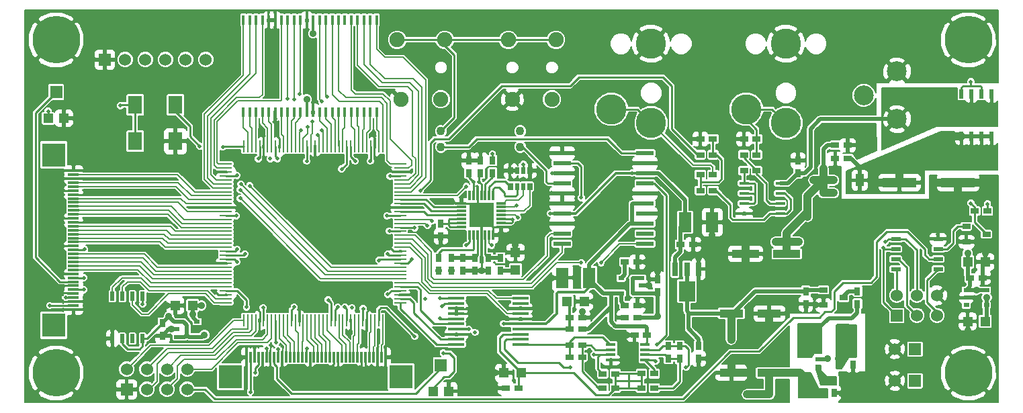
<source format=gtl>
G04 (created by PCBNEW-RS274X (2012-01-19 BZR 3256)-stable) date 2012/07/23 17:39:25*
G01*
G70*
G90*
%MOIN*%
G04 Gerber Fmt 3.4, Leading zero omitted, Abs format*
%FSLAX34Y34*%
G04 APERTURE LIST*
%ADD10C,0.006000*%
%ADD11C,0.150000*%
%ADD12R,0.118100X0.039400*%
%ADD13C,0.098400*%
%ADD14R,0.049200X0.047300*%
%ADD15R,0.047300X0.049200*%
%ADD16R,0.027600X0.070900*%
%ADD17R,0.078700X0.102400*%
%ADD18R,0.050000X0.015000*%
%ADD19R,0.011800X0.045200*%
%ADD20R,0.045200X0.011800*%
%ADD21R,0.124000X0.124000*%
%ADD22R,0.025600X0.035400*%
%ADD23R,0.019700X0.035400*%
%ADD24R,0.133900X0.039400*%
%ADD25R,0.065000X0.047300*%
%ADD26R,0.039300X0.062900*%
%ADD27R,0.212500X0.252000*%
%ADD28R,0.015700X0.047200*%
%ADD29R,0.063000X0.098400*%
%ADD30C,0.236200*%
%ADD31R,0.086600X0.023600*%
%ADD32R,0.060000X0.060000*%
%ADD33C,0.060000*%
%ADD34R,0.169300X0.047200*%
%ADD35R,0.039400X0.027600*%
%ADD36R,0.030000X0.020000*%
%ADD37R,0.063000X0.063000*%
%ADD38R,0.047200X0.047200*%
%ADD39R,0.060000X0.010000*%
%ADD40R,0.010000X0.060000*%
%ADD41C,0.074800*%
%ADD42R,0.070900X0.090000*%
%ADD43R,0.020000X0.045000*%
%ADD44R,0.045000X0.020000*%
%ADD45R,0.047200X0.015700*%
%ADD46R,0.011800X0.055100*%
%ADD47R,0.118100X0.118100*%
%ADD48R,0.055100X0.011800*%
%ADD49R,0.078700X0.015700*%
%ADD50C,0.043300*%
%ADD51R,0.039400X0.031500*%
%ADD52R,0.031500X0.039400*%
%ADD53C,0.020000*%
%ADD54C,0.035400*%
%ADD55C,0.009800*%
%ADD56C,0.019700*%
%ADD57C,0.039400*%
%ADD58C,0.013800*%
%ADD59C,0.007000*%
%ADD60C,0.007500*%
%ADD61C,0.007900*%
%ADD62C,0.010000*%
G04 APERTURE END LIST*
G54D10*
G54D11*
X31102Y-01772D03*
X31102Y-05709D03*
X29134Y-05020D03*
X37795Y-01772D03*
X37795Y-05709D03*
X35827Y-05020D03*
G54D12*
X36969Y-15157D03*
X35079Y-15157D03*
X36969Y-18110D03*
X35079Y-18110D03*
G54D13*
X43306Y-03149D03*
X41653Y-04331D03*
X43307Y-05512D03*
G54D14*
X24370Y-12125D03*
X24370Y-12991D03*
G54D15*
X47677Y-15551D03*
X46811Y-15551D03*
G54D16*
X33465Y-12953D03*
X32874Y-12953D03*
X32283Y-12953D03*
G54D17*
X32874Y-14055D03*
G54D18*
X29107Y-16702D03*
X29107Y-16958D03*
X29107Y-17214D03*
X29107Y-17470D03*
X30807Y-17470D03*
X30807Y-17214D03*
X30807Y-16958D03*
X30807Y-16702D03*
G54D19*
X22087Y-11257D03*
X22284Y-11257D03*
X22481Y-11257D03*
X22677Y-11257D03*
X22873Y-11257D03*
X23070Y-11257D03*
X23267Y-11257D03*
G54D20*
X23661Y-10863D03*
X23661Y-10666D03*
X23661Y-10469D03*
X23661Y-10273D03*
X23661Y-10077D03*
X23661Y-09880D03*
X23661Y-09683D03*
G54D19*
X23267Y-09289D03*
X23070Y-09289D03*
X22873Y-09289D03*
X22677Y-09289D03*
X22481Y-09289D03*
X22284Y-09289D03*
X22087Y-09289D03*
G54D20*
X21693Y-09683D03*
X21693Y-09880D03*
X21693Y-10077D03*
X21693Y-10273D03*
X21693Y-10469D03*
X21693Y-10666D03*
X21693Y-10863D03*
G54D21*
X22677Y-10273D03*
G54D22*
X24135Y-08859D03*
G54D23*
X24450Y-08859D03*
X24765Y-08859D03*
G54D22*
X25080Y-08859D03*
X25080Y-08072D03*
G54D23*
X24765Y-08072D03*
X24450Y-08072D03*
G54D22*
X24135Y-08072D03*
G54D24*
X37835Y-12205D03*
X35787Y-12205D03*
G54D15*
X46811Y-12598D03*
X47677Y-12598D03*
X26929Y-14567D03*
X27795Y-14567D03*
X24646Y-18110D03*
X23780Y-18110D03*
G54D25*
X38720Y-17146D03*
X38720Y-18327D03*
G54D26*
X41448Y-08544D03*
G54D27*
X40551Y-11496D03*
G54D26*
X39654Y-08544D03*
G54D28*
X10866Y-05158D03*
X11181Y-05158D03*
X11496Y-05158D03*
X11811Y-05158D03*
X12126Y-05158D03*
X12441Y-05158D03*
X12756Y-05158D03*
X13071Y-05158D03*
X13386Y-05158D03*
X13701Y-05158D03*
X14016Y-05158D03*
X14331Y-05158D03*
X14646Y-05158D03*
X14960Y-05158D03*
X15275Y-05158D03*
X15590Y-05158D03*
X15905Y-05158D03*
X16220Y-05158D03*
X16535Y-05158D03*
X16850Y-05158D03*
X17165Y-05158D03*
X17480Y-05158D03*
X10866Y-00591D03*
X11181Y-00591D03*
X11496Y-00591D03*
X11811Y-00591D03*
X12126Y-00591D03*
X12441Y-00591D03*
X12756Y-00591D03*
X13071Y-00591D03*
X13386Y-00591D03*
X13701Y-00591D03*
X14016Y-00591D03*
X14331Y-00591D03*
X14646Y-00591D03*
X14961Y-00591D03*
X15275Y-00591D03*
X15590Y-00591D03*
X15905Y-00591D03*
X16220Y-00591D03*
X16535Y-00591D03*
X16850Y-00591D03*
X17165Y-00591D03*
X17480Y-00591D03*
G54D29*
X40609Y-16160D03*
X39271Y-16160D03*
G54D30*
X46850Y-18110D03*
X46850Y-01575D03*
X01575Y-18110D03*
X01575Y-01575D03*
G54D31*
X26679Y-07199D03*
X26679Y-07699D03*
X26679Y-08199D03*
X26679Y-08699D03*
X26679Y-09199D03*
X26679Y-09699D03*
X26679Y-10199D03*
X26679Y-10699D03*
X26679Y-11199D03*
X26679Y-11699D03*
X30801Y-11699D03*
X30801Y-11199D03*
X30801Y-10699D03*
X30801Y-10199D03*
X30801Y-09699D03*
X30801Y-09199D03*
X30801Y-08699D03*
X30801Y-08199D03*
X30801Y-07699D03*
X30801Y-07199D03*
G54D32*
X03996Y-02559D03*
G54D33*
X04996Y-02559D03*
X05996Y-02559D03*
X06996Y-02559D03*
X07996Y-02559D03*
X08996Y-02559D03*
G54D32*
X44201Y-18504D03*
G54D33*
X43201Y-18504D03*
G54D32*
X44201Y-16929D03*
G54D33*
X43201Y-16929D03*
G54D32*
X43291Y-15264D03*
G54D33*
X43291Y-14264D03*
X44291Y-15264D03*
X44291Y-14264D03*
X45291Y-15264D03*
X45291Y-14264D03*
G54D15*
X07480Y-14764D03*
X08346Y-14764D03*
G54D29*
X28031Y-13386D03*
X26693Y-13386D03*
X34134Y-10630D03*
X32796Y-10630D03*
G54D34*
X43425Y-08661D03*
X46339Y-08661D03*
G54D35*
X40657Y-14370D03*
X39657Y-14745D03*
X39657Y-13995D03*
X47744Y-11220D03*
X46744Y-11595D03*
X46744Y-10845D03*
G54D36*
X07571Y-15570D03*
X07571Y-16320D03*
X08571Y-15570D03*
X07571Y-15945D03*
X08571Y-16320D03*
X46744Y-13995D03*
X46744Y-14745D03*
X47744Y-13995D03*
X46744Y-14370D03*
X47744Y-14745D03*
X30618Y-14155D03*
X30618Y-13405D03*
X29618Y-14155D03*
X30618Y-13780D03*
X29618Y-13405D03*
X39401Y-17045D03*
X39401Y-17795D03*
X40401Y-17045D03*
X39401Y-17420D03*
X40401Y-17795D03*
G54D37*
X20669Y-17716D03*
G54D38*
X20275Y-19016D03*
X21063Y-19016D03*
G54D37*
X01575Y-04173D03*
G54D38*
X01181Y-05473D03*
X01969Y-05473D03*
G54D39*
X10006Y-07736D03*
X10006Y-07936D03*
X10006Y-08131D03*
X10006Y-08326D03*
X10006Y-08526D03*
X10006Y-08721D03*
X10006Y-08916D03*
X10006Y-09116D03*
X10006Y-09311D03*
X10006Y-09506D03*
X10006Y-09706D03*
X10006Y-09901D03*
X10006Y-10096D03*
X10006Y-10296D03*
X10006Y-10491D03*
X10006Y-10686D03*
X10006Y-10886D03*
X10006Y-11081D03*
X10006Y-11281D03*
X10006Y-11476D03*
X10006Y-11676D03*
X10006Y-11871D03*
X10006Y-12066D03*
X10006Y-12266D03*
X10006Y-12461D03*
X10006Y-12656D03*
X10006Y-12856D03*
X10006Y-13051D03*
X10006Y-13246D03*
X10006Y-13446D03*
X10006Y-13641D03*
X10006Y-13836D03*
X10006Y-14036D03*
X10006Y-14231D03*
X10006Y-14426D03*
X10006Y-14626D03*
G54D40*
X16596Y-15506D03*
X16791Y-15506D03*
X16986Y-15506D03*
X17186Y-15506D03*
X17381Y-15506D03*
X17576Y-15506D03*
X17776Y-15506D03*
X16791Y-06856D03*
X16596Y-06856D03*
X16396Y-06856D03*
X16201Y-06856D03*
X16006Y-06856D03*
X15806Y-06856D03*
X15611Y-06856D03*
X15416Y-06856D03*
X15216Y-06856D03*
X15021Y-06856D03*
X14826Y-06856D03*
X14626Y-06856D03*
X14431Y-06856D03*
X14231Y-06856D03*
X14036Y-06856D03*
X13836Y-06856D03*
X13641Y-06856D03*
X13446Y-06856D03*
X13246Y-06856D03*
X13051Y-06856D03*
X12856Y-06856D03*
X12656Y-06856D03*
X12461Y-06856D03*
X12266Y-06856D03*
X12066Y-06856D03*
X11871Y-06856D03*
X11676Y-06856D03*
X11476Y-06856D03*
X11281Y-06856D03*
X11086Y-06856D03*
X10886Y-06856D03*
X10886Y-15506D03*
X11086Y-15506D03*
X11281Y-15506D03*
X11476Y-15506D03*
X11676Y-15506D03*
X11871Y-15506D03*
X12066Y-15506D03*
X12266Y-15506D03*
X12461Y-15506D03*
X12656Y-15506D03*
X12856Y-15506D03*
X13051Y-15506D03*
X13246Y-15506D03*
X13446Y-15506D03*
X13641Y-15506D03*
X13836Y-15506D03*
X14036Y-15506D03*
X14231Y-15506D03*
X14431Y-15506D03*
X14626Y-15506D03*
X14826Y-15506D03*
X15021Y-15506D03*
X15216Y-15506D03*
X15416Y-15506D03*
X15611Y-15506D03*
X15806Y-15506D03*
X16006Y-15506D03*
X16201Y-15506D03*
X16396Y-15506D03*
G54D39*
X18656Y-13641D03*
X18656Y-13446D03*
X18656Y-13246D03*
X18656Y-13051D03*
X18656Y-12856D03*
X18656Y-12656D03*
X18656Y-12461D03*
X18656Y-12266D03*
X18656Y-12066D03*
X18656Y-11871D03*
X18656Y-11676D03*
X18656Y-11476D03*
X18656Y-11281D03*
X18656Y-11081D03*
X18656Y-10886D03*
X18656Y-10686D03*
X18656Y-10491D03*
X18656Y-10296D03*
X18656Y-10096D03*
X18656Y-09901D03*
X18656Y-09706D03*
X18656Y-09506D03*
X18656Y-09311D03*
X18656Y-09116D03*
X18656Y-08916D03*
X18656Y-08721D03*
X18656Y-08526D03*
X18656Y-08326D03*
X18656Y-08131D03*
X18656Y-07936D03*
X18656Y-07736D03*
X18656Y-14626D03*
X18656Y-14426D03*
X18656Y-14231D03*
X18656Y-14036D03*
X18656Y-13836D03*
G54D40*
X17776Y-06856D03*
X17576Y-06856D03*
X17381Y-06856D03*
X17186Y-06856D03*
X16986Y-06856D03*
G54D41*
X20669Y-04528D03*
X18701Y-04528D03*
X18504Y-01576D03*
X20866Y-01576D03*
X26181Y-04528D03*
X24213Y-04528D03*
X24016Y-01576D03*
X26378Y-01576D03*
G54D42*
X07496Y-06609D03*
X05496Y-06609D03*
X05496Y-04809D03*
X07496Y-04809D03*
G54D43*
X05868Y-16404D03*
X05868Y-14304D03*
X05368Y-16404D03*
X04868Y-16404D03*
X04368Y-16404D03*
X05368Y-14304D03*
X04868Y-14304D03*
X04368Y-14304D03*
X47994Y-06365D03*
X47994Y-04265D03*
X47494Y-06365D03*
X46994Y-06365D03*
X46494Y-06365D03*
X47494Y-04265D03*
X46994Y-04265D03*
X46494Y-04265D03*
G54D44*
X43241Y-12955D03*
X45341Y-12955D03*
X43241Y-12455D03*
X43241Y-11955D03*
X43241Y-11455D03*
X45341Y-12455D03*
X45341Y-11955D03*
X45341Y-11455D03*
G54D45*
X35721Y-08699D03*
X35721Y-09199D03*
X35721Y-09699D03*
X35721Y-10199D03*
X37508Y-08699D03*
X37508Y-09199D03*
X37508Y-09699D03*
X37508Y-10199D03*
G54D46*
X11025Y-17324D03*
G54D47*
X18701Y-18307D03*
X10236Y-18307D03*
G54D46*
X11222Y-17324D03*
X11419Y-17324D03*
X11616Y-17324D03*
X11812Y-17324D03*
X12009Y-17324D03*
X12206Y-17324D03*
X12403Y-17324D03*
X12600Y-17324D03*
X12797Y-17324D03*
X13191Y-17324D03*
X13387Y-17324D03*
X13584Y-17324D03*
X13781Y-17324D03*
X13978Y-17324D03*
X14175Y-17324D03*
X14372Y-17324D03*
X14568Y-17324D03*
X14765Y-17324D03*
X14962Y-17324D03*
X15159Y-17324D03*
X15356Y-17324D03*
X15553Y-17324D03*
X15750Y-17324D03*
X15946Y-17324D03*
X16143Y-17324D03*
X16340Y-17324D03*
X16537Y-17324D03*
X16734Y-17324D03*
X16931Y-17324D03*
X17128Y-17324D03*
X17324Y-17324D03*
X17521Y-17324D03*
X17718Y-17324D03*
X17915Y-17324D03*
G54D10*
G36*
X12934Y-17048D02*
X13052Y-17048D01*
X13052Y-17598D01*
X12934Y-17598D01*
X12934Y-17048D01*
X12934Y-17048D01*
G37*
G54D48*
X02440Y-08072D03*
G54D47*
X01457Y-15748D03*
X01457Y-07283D03*
G54D48*
X02440Y-08269D03*
X02440Y-08466D03*
X02440Y-08663D03*
X02440Y-08859D03*
X02440Y-09056D03*
X02440Y-09253D03*
X02440Y-09450D03*
X02440Y-09647D03*
X02440Y-09844D03*
X02440Y-10238D03*
X02440Y-10434D03*
X02440Y-10631D03*
X02440Y-10828D03*
X02440Y-11025D03*
X02440Y-11222D03*
X02440Y-11419D03*
X02440Y-11615D03*
X02440Y-11812D03*
X02440Y-12009D03*
X02440Y-12206D03*
X02440Y-12403D03*
X02440Y-12600D03*
X02440Y-12797D03*
X02440Y-12993D03*
X02440Y-13190D03*
X02440Y-13387D03*
X02440Y-13584D03*
X02440Y-13781D03*
X02440Y-13978D03*
X02440Y-14175D03*
X02440Y-14371D03*
X02440Y-14568D03*
X02440Y-14765D03*
X02440Y-14962D03*
G54D10*
G36*
X02716Y-09981D02*
X02716Y-10099D01*
X02166Y-10099D01*
X02166Y-09981D01*
X02716Y-09981D01*
X02716Y-09981D01*
G37*
G54D49*
X24624Y-16703D03*
X24624Y-16447D03*
X24624Y-16191D03*
X24624Y-15935D03*
X24624Y-15679D03*
X24624Y-15423D03*
X24624Y-15167D03*
X24624Y-14911D03*
X24624Y-14655D03*
X24624Y-14399D03*
X21437Y-16702D03*
X21437Y-16447D03*
X21437Y-16191D03*
X21437Y-15935D03*
X21437Y-15679D03*
X21437Y-15423D03*
X21437Y-15167D03*
X21437Y-14911D03*
X21437Y-14655D03*
X21437Y-14399D03*
G54D50*
X24606Y-06102D03*
X24606Y-06890D03*
X20669Y-06102D03*
X20669Y-06890D03*
G54D51*
X33543Y-07283D03*
X34173Y-07283D03*
G54D52*
X06850Y-16260D03*
X06850Y-15630D03*
G54D51*
X30906Y-16220D03*
X30276Y-16220D03*
X27047Y-15354D03*
X27677Y-15354D03*
X40236Y-07480D03*
X40866Y-07480D03*
G54D52*
X38780Y-14685D03*
X38780Y-14055D03*
G54D51*
X30433Y-15354D03*
X29803Y-15354D03*
X24528Y-18858D03*
X23898Y-18858D03*
G54D52*
X22638Y-07559D03*
X22638Y-08189D03*
X22047Y-07559D03*
X22047Y-08189D03*
X22362Y-13030D03*
X22362Y-12400D03*
X21772Y-13030D03*
X21772Y-12400D03*
G54D51*
X34173Y-08267D03*
X33543Y-08267D03*
G54D52*
X20551Y-13032D03*
X20551Y-12402D03*
X20669Y-11339D03*
X20669Y-10709D03*
X38386Y-07559D03*
X38386Y-08189D03*
G54D51*
X36339Y-07283D03*
X35709Y-07283D03*
G54D52*
X41339Y-14685D03*
X41339Y-14055D03*
X33465Y-17402D03*
X33465Y-16772D03*
G54D51*
X33189Y-11732D03*
X32559Y-11732D03*
X29803Y-12598D03*
X30433Y-12598D03*
X29803Y-14764D03*
X30433Y-14764D03*
G54D52*
X31417Y-14095D03*
X31417Y-13465D03*
X41121Y-17696D03*
X41121Y-17066D03*
G54D51*
X40866Y-06811D03*
X40236Y-06811D03*
X46929Y-13386D03*
X47559Y-13386D03*
X36339Y-08071D03*
X35709Y-08071D03*
G54D52*
X40176Y-18483D03*
X40176Y-19113D03*
X23228Y-08189D03*
X23228Y-07559D03*
X39665Y-19113D03*
X39665Y-18483D03*
G54D51*
X47165Y-10079D03*
X47795Y-10079D03*
G54D52*
X23031Y-13030D03*
X23031Y-12400D03*
G54D51*
X36339Y-06496D03*
X35709Y-06496D03*
X31260Y-18858D03*
X30630Y-18858D03*
X31257Y-18149D03*
X30627Y-18149D03*
G54D52*
X31969Y-17402D03*
X31969Y-16772D03*
G54D51*
X28701Y-18858D03*
X29331Y-18858D03*
X28701Y-18150D03*
X29331Y-18150D03*
X27677Y-17323D03*
X27047Y-17323D03*
G54D52*
X23622Y-12400D03*
X23622Y-13030D03*
G54D51*
X34173Y-06496D03*
X33543Y-06496D03*
X34173Y-09055D03*
X33543Y-09055D03*
X27677Y-15945D03*
X27047Y-15945D03*
G54D52*
X32520Y-17402D03*
X32520Y-16772D03*
G54D51*
X27677Y-16732D03*
X27047Y-16732D03*
G54D52*
X21181Y-12400D03*
X21181Y-13030D03*
G54D32*
X05075Y-18925D03*
G54D33*
X05075Y-17925D03*
X06075Y-18925D03*
X06075Y-17925D03*
X07075Y-18925D03*
X07075Y-17925D03*
X08075Y-18925D03*
X08075Y-17925D03*
G54D53*
X15748Y-07992D03*
X10945Y-12205D03*
G54D54*
X08780Y-14764D03*
X08346Y-15197D03*
G54D53*
X15079Y-14488D03*
X17598Y-12520D03*
X10512Y-10315D03*
G54D54*
X40157Y-09173D03*
X38425Y-11614D03*
G54D53*
X16417Y-07598D03*
G54D54*
X37795Y-11614D03*
X14016Y-04528D03*
X39646Y-07953D03*
G54D53*
X16260Y-14882D03*
G54D54*
X38858Y-10354D03*
X37283Y-11614D03*
G54D53*
X22047Y-15945D03*
G54D54*
X14331Y-01260D03*
G54D53*
X10551Y-08307D03*
X04764Y-04843D03*
X18031Y-14213D03*
X12205Y-07480D03*
X22559Y-08622D03*
X12559Y-07480D03*
G54D54*
X39646Y-09173D03*
G54D53*
X15551Y-14843D03*
X19882Y-14449D03*
X23228Y-07244D03*
X22362Y-16102D03*
X10551Y-12598D03*
X13386Y-14843D03*
G54D54*
X21181Y-13030D03*
G54D53*
X05866Y-14685D03*
X19213Y-12480D03*
X18150Y-08346D03*
G54D54*
X40157Y-08543D03*
G54D53*
X10551Y-11969D03*
X24764Y-07756D03*
X14016Y-07598D03*
X15906Y-14843D03*
X24213Y-10512D03*
G54D54*
X08937Y-16220D03*
G54D53*
X18031Y-12205D03*
G54D54*
X07165Y-15315D03*
G54D53*
X11024Y-14843D03*
G54D54*
X39173Y-08543D03*
G54D53*
X11850Y-14882D03*
X17165Y-07598D03*
X17992Y-10315D03*
X22283Y-08622D03*
G54D54*
X46811Y-12165D03*
X47244Y-13995D03*
G54D53*
X47795Y-09724D03*
G54D54*
X45354Y-06890D03*
X43583Y-07992D03*
G54D53*
X01181Y-05118D03*
X14016Y-16890D03*
X20787Y-17126D03*
X02953Y-13976D03*
X02953Y-13386D03*
X12008Y-16890D03*
G54D54*
X45984Y-06890D03*
X40748Y-17047D03*
X45984Y-06378D03*
G54D53*
X12598Y-16929D03*
G54D54*
X42126Y-08661D03*
X45984Y-07480D03*
X40394Y-17402D03*
G54D53*
X02992Y-11969D03*
X30157Y-09724D03*
X23780Y-15669D03*
X30157Y-10709D03*
G54D54*
X36457Y-19173D03*
G54D53*
X01260Y-14764D03*
X11220Y-19055D03*
G54D54*
X35866Y-19173D03*
X31417Y-15315D03*
X36969Y-19173D03*
G54D53*
X30157Y-08189D03*
X26102Y-10197D03*
G54D54*
X35079Y-15945D03*
G54D53*
X11457Y-18110D03*
G54D54*
X35079Y-16457D03*
G54D53*
X02047Y-14370D03*
G54D54*
X47756Y-14370D03*
G54D53*
X20630Y-15394D03*
X12480Y-16614D03*
X24409Y-09803D03*
X21929Y-08858D03*
X24488Y-10394D03*
X20000Y-10787D03*
X23189Y-11772D03*
X20236Y-10551D03*
X15039Y-04409D03*
X14764Y-06063D03*
X14764Y-04646D03*
X14567Y-06299D03*
X13661Y-04252D03*
X14291Y-05630D03*
X13386Y-04528D03*
X14055Y-05906D03*
X13740Y-06063D03*
X13071Y-04488D03*
X10748Y-08740D03*
X10709Y-09016D03*
X11181Y-08819D03*
X10709Y-09449D03*
X42717Y-11614D03*
X19370Y-10906D03*
X18110Y-11063D03*
X42638Y-11890D03*
X09843Y-06890D03*
X08701Y-06850D03*
X19370Y-16299D03*
X28622Y-12638D03*
X27638Y-12638D03*
G54D54*
X40551Y-19134D03*
G54D53*
X20669Y-11614D03*
X22008Y-19016D03*
X25354Y-15354D03*
X01969Y-05118D03*
X22362Y-15354D03*
X23346Y-16260D03*
G54D54*
X26142Y-13386D03*
G54D53*
X21260Y-09567D03*
X22402Y-18583D03*
G54D54*
X30866Y-12598D03*
G54D53*
X09449Y-12638D03*
X34173Y-17402D03*
X16614Y-17835D03*
G54D54*
X24370Y-11772D03*
G54D53*
X36220Y-10197D03*
G54D54*
X41102Y-18189D03*
G54D53*
X17520Y-17835D03*
G54D54*
X39252Y-14724D03*
G54D53*
X19252Y-14213D03*
G54D54*
X29882Y-16220D03*
G54D53*
X14449Y-07441D03*
X18110Y-07992D03*
X17913Y-17835D03*
X28740Y-08189D03*
X03031Y-10591D03*
X45315Y-11220D03*
X13701Y-14921D03*
X17244Y-06299D03*
G54D54*
X33701Y-11693D03*
G54D53*
X15591Y-17835D03*
X09488Y-08189D03*
X11535Y-14921D03*
X28740Y-09724D03*
X31457Y-07717D03*
X24134Y-10945D03*
G54D54*
X34134Y-11260D03*
G54D53*
X26142Y-09685D03*
G54D54*
X45157Y-08661D03*
G54D53*
X27323Y-07205D03*
X03031Y-07992D03*
G54D54*
X33465Y-12402D03*
G54D53*
X10669Y-07362D03*
X31457Y-10197D03*
X26181Y-08189D03*
G54D54*
X20551Y-13032D03*
G54D53*
X22087Y-15039D03*
X26102Y-10709D03*
X10512Y-09921D03*
X29528Y-15354D03*
G54D54*
X31417Y-13071D03*
X07283Y-15945D03*
X36969Y-15591D03*
X30906Y-14764D03*
G54D53*
X04370Y-16024D03*
X12244Y-11614D03*
G54D54*
X46811Y-15984D03*
G54D53*
X14764Y-13701D03*
X15866Y-13661D03*
X12244Y-12205D03*
X12244Y-12795D03*
X26142Y-09173D03*
G54D54*
X28268Y-14567D03*
G54D53*
X13386Y-13346D03*
G54D54*
X35787Y-12717D03*
X46339Y-09213D03*
G54D53*
X17008Y-17835D03*
X12795Y-17835D03*
X11732Y-06260D03*
X25354Y-14921D03*
X11024Y-13346D03*
X29567Y-17480D03*
G54D54*
X30984Y-13780D03*
G54D53*
X33543Y-06142D03*
X41299Y-06811D03*
X22638Y-07205D03*
X35709Y-06142D03*
X40236Y-07835D03*
X11929Y-11024D03*
X22047Y-07205D03*
X07480Y-07205D03*
G54D54*
X39843Y-17402D03*
X07047Y-14764D03*
X23346Y-18110D03*
G54D53*
X12480Y-06299D03*
X11811Y-13346D03*
X12205Y-17835D03*
X16339Y-12520D03*
X16339Y-10276D03*
X16417Y-09331D03*
X17126Y-13701D03*
X16142Y-16024D03*
X16339Y-11929D03*
X03071Y-09213D03*
X12047Y-01063D03*
G54D54*
X47677Y-12165D03*
G54D53*
X11417Y-16850D03*
X12795Y-09331D03*
X17795Y-09331D03*
G54D54*
X35906Y-18110D03*
G54D53*
X20709Y-16102D03*
X14016Y-01063D03*
X17205Y-14882D03*
X19646Y-18071D03*
X12441Y-05512D03*
X09449Y-14055D03*
X14055Y-09331D03*
X17402Y-13701D03*
G54D54*
X27677Y-15079D03*
G54D53*
X01890Y-10433D03*
G54D54*
X35079Y-17638D03*
G54D53*
X17205Y-09331D03*
X01890Y-09055D03*
X10709Y-17480D03*
G54D54*
X47244Y-14803D03*
G54D53*
X18110Y-11850D03*
X14173Y-17835D03*
X15197Y-17835D03*
G54D54*
X35787Y-11693D03*
X47598Y-08622D03*
G54D53*
X18110Y-09882D03*
X15748Y-09331D03*
X12165Y-09449D03*
X28740Y-10709D03*
X46378Y-11575D03*
X01890Y-11850D03*
G54D54*
X22677Y-13030D03*
G54D53*
X12480Y-01063D03*
X01890Y-08465D03*
X01890Y-13898D03*
X11811Y-17913D03*
X14331Y-04685D03*
X46969Y-03661D03*
X46969Y-09685D03*
X11614Y-07480D03*
X16811Y-14921D03*
X27087Y-17835D03*
X32835Y-17835D03*
X31339Y-17520D03*
X31378Y-16693D03*
X21929Y-11772D03*
X19646Y-09055D03*
X28268Y-17205D03*
X27638Y-09409D03*
X20630Y-14409D03*
X20709Y-14803D03*
G54D55*
X17598Y-12520D02*
X17657Y-12461D01*
G54D56*
X08346Y-15345D02*
X08571Y-15570D01*
X08780Y-14764D02*
X08346Y-14764D01*
X08346Y-14764D02*
X08346Y-15197D01*
G54D55*
X10884Y-12266D02*
X10006Y-12266D01*
X15748Y-07992D02*
X16006Y-07734D01*
X15216Y-14625D02*
X15216Y-15506D01*
X17657Y-12461D02*
X18656Y-12461D01*
X10945Y-12205D02*
X10884Y-12266D01*
X16006Y-07734D02*
X16006Y-06856D01*
X15079Y-14488D02*
X15216Y-14625D01*
G54D56*
X08346Y-15197D02*
X08346Y-15345D01*
G54D55*
X14036Y-06856D02*
X14036Y-07578D01*
G54D57*
X39654Y-08544D02*
X39654Y-07961D01*
G54D55*
X22047Y-08189D02*
X22047Y-08386D01*
G54D57*
X37835Y-11654D02*
X37835Y-12205D01*
G54D56*
X07971Y-16320D02*
X08071Y-16220D01*
G54D55*
X05868Y-14683D02*
X05866Y-14685D01*
G54D57*
X37835Y-11654D02*
X37795Y-11614D01*
X38858Y-10354D02*
X38858Y-09340D01*
G54D55*
X10493Y-10296D02*
X10512Y-10315D01*
X17992Y-10315D02*
X18011Y-10296D01*
X15551Y-14843D02*
X15416Y-14978D01*
X10454Y-12066D02*
X10551Y-11969D01*
X05118Y-16929D02*
X05709Y-16929D01*
G54D57*
X37283Y-11614D02*
X37795Y-11614D01*
G54D55*
X10591Y-14055D02*
X10572Y-14036D01*
X18656Y-14036D02*
X18208Y-14036D01*
G54D57*
X37795Y-11614D02*
X38425Y-11614D01*
G54D55*
X16006Y-15506D02*
X16006Y-14943D01*
G54D57*
X39654Y-07961D02*
X39646Y-07953D01*
G54D55*
X13246Y-15506D02*
X13246Y-14983D01*
G54D57*
X39654Y-09165D02*
X39654Y-08544D01*
G54D55*
X16201Y-07382D02*
X16417Y-07598D01*
G54D58*
X14016Y-04528D02*
X14016Y-05158D01*
G54D55*
X22677Y-09289D02*
X22677Y-08740D01*
X22559Y-08622D02*
X22559Y-08268D01*
G54D56*
X08171Y-16320D02*
X08071Y-16220D01*
G54D55*
X05496Y-04809D02*
X04798Y-04809D01*
X14036Y-07578D02*
X14016Y-07598D01*
X06654Y-15826D02*
X07165Y-15315D01*
X16006Y-14943D02*
X15906Y-14843D01*
G54D56*
X07893Y-15570D02*
X08071Y-15748D01*
G54D55*
X04868Y-16404D02*
X04868Y-16679D01*
X23228Y-07559D02*
X23228Y-07244D01*
G54D57*
X37835Y-11156D02*
X38866Y-10125D01*
G54D55*
X17186Y-07577D02*
X17165Y-07598D01*
G54D56*
X08071Y-15748D02*
X08071Y-15945D01*
G54D55*
X05868Y-16404D02*
X06075Y-16404D01*
G54D57*
X38858Y-09340D02*
X39654Y-08544D01*
G54D56*
X08837Y-16320D02*
X08937Y-16220D01*
G54D55*
X22677Y-08740D02*
X22559Y-08622D01*
X18011Y-10296D02*
X18656Y-10296D01*
X22283Y-09288D02*
X22284Y-09289D01*
X19037Y-12656D02*
X19213Y-12480D01*
X18656Y-12656D02*
X19037Y-12656D01*
X11850Y-14882D02*
X11871Y-14903D01*
G54D58*
X22077Y-15935D02*
X22067Y-15945D01*
G54D55*
X06654Y-15825D02*
X06654Y-15826D01*
X10414Y-12461D02*
X10551Y-12598D01*
X16201Y-06856D02*
X16201Y-07382D01*
X13246Y-14983D02*
X13386Y-14843D01*
G54D57*
X39654Y-08544D02*
X40156Y-08544D01*
X40157Y-09173D02*
X39646Y-09173D01*
X39654Y-09165D02*
X39646Y-09173D01*
G54D58*
X22067Y-15945D02*
X22047Y-15945D01*
G54D56*
X07420Y-15570D02*
X07571Y-15570D01*
G54D55*
X04868Y-16679D02*
X05118Y-16929D01*
X10572Y-14036D02*
X10006Y-14036D01*
G54D56*
X08571Y-16320D02*
X08837Y-16320D01*
G54D55*
X10532Y-08326D02*
X10006Y-08326D01*
G54D56*
X08571Y-16320D02*
X08171Y-16320D01*
X06850Y-15630D02*
X07165Y-15315D01*
G54D55*
X15416Y-14978D02*
X15416Y-15506D01*
X22283Y-08622D02*
X22283Y-09288D01*
X18170Y-08326D02*
X18150Y-08346D01*
G54D56*
X08071Y-16220D02*
X08071Y-15945D01*
G54D55*
X24170Y-10469D02*
X24213Y-10512D01*
X06075Y-16404D02*
X06654Y-15825D01*
G54D56*
X39654Y-07000D02*
X39654Y-08544D01*
X07893Y-15570D02*
X07571Y-15570D01*
G54D55*
X05709Y-16929D02*
X05868Y-16770D01*
X17186Y-06856D02*
X17186Y-07577D01*
X12461Y-07382D02*
X12559Y-07480D01*
X18208Y-14036D02*
X18031Y-14213D01*
X24765Y-08072D02*
X24765Y-07757D01*
G54D58*
X22077Y-15935D02*
X21437Y-15935D01*
G54D57*
X39174Y-08544D02*
X39173Y-08543D01*
G54D55*
X10006Y-12461D02*
X10414Y-12461D01*
X10006Y-12066D02*
X10454Y-12066D01*
X18656Y-12266D02*
X18092Y-12266D01*
X11871Y-14903D02*
X11871Y-15506D01*
X12461Y-06856D02*
X12461Y-07382D01*
X24170Y-10469D02*
X23661Y-10469D01*
X11024Y-14488D02*
X10591Y-14055D01*
G54D57*
X39654Y-08544D02*
X39174Y-08544D01*
G54D55*
X23661Y-10666D02*
X24170Y-10666D01*
X24765Y-07757D02*
X24764Y-07756D01*
G54D56*
X07571Y-16320D02*
X07971Y-16320D01*
G54D55*
X05496Y-04809D02*
X05496Y-06609D01*
G54D56*
X07420Y-15570D02*
X07165Y-15315D01*
G54D55*
X24170Y-10666D02*
X24213Y-10623D01*
X22559Y-08268D02*
X22638Y-08189D01*
G54D56*
X39843Y-06811D02*
X39654Y-07000D01*
G54D57*
X40156Y-08544D02*
X40157Y-08543D01*
G54D55*
X05868Y-16770D02*
X05868Y-16404D01*
X10006Y-10296D02*
X10493Y-10296D01*
X11024Y-14843D02*
X11024Y-14488D01*
X04798Y-04809D02*
X04764Y-04843D01*
G54D58*
X14331Y-00591D02*
X14331Y-01260D01*
G54D57*
X37835Y-12205D02*
X37835Y-11156D01*
G54D55*
X10551Y-08307D02*
X10532Y-08326D01*
X22047Y-08386D02*
X22283Y-08622D01*
X18656Y-08326D02*
X18170Y-08326D01*
G54D56*
X40236Y-06811D02*
X39843Y-06811D01*
G54D55*
X18092Y-12266D02*
X18031Y-12205D01*
X05868Y-14304D02*
X05868Y-14683D01*
X24213Y-10623D02*
X24213Y-10512D01*
G54D56*
X38386Y-08189D02*
X38740Y-08189D01*
X46811Y-13268D02*
X46929Y-13386D01*
X39016Y-07913D02*
X39016Y-05984D01*
X46811Y-12598D02*
X46811Y-13268D01*
X47244Y-13995D02*
X47744Y-13995D01*
X39016Y-05984D02*
X39488Y-05512D01*
X46929Y-13810D02*
X46744Y-13995D01*
X38740Y-08189D02*
X39016Y-07913D01*
X37508Y-08699D02*
X37876Y-08699D01*
X46744Y-13995D02*
X47244Y-13995D01*
X46811Y-12598D02*
X46811Y-12165D01*
X39488Y-05512D02*
X43307Y-05512D01*
X37876Y-08699D02*
X38386Y-08189D01*
X46929Y-13386D02*
X46929Y-13810D01*
G54D55*
X47795Y-10079D02*
X47795Y-09724D01*
X02952Y-13387D02*
X02953Y-13386D01*
X02951Y-13978D02*
X02953Y-13976D01*
X02440Y-13387D02*
X02952Y-13387D01*
X20827Y-18307D02*
X21063Y-18307D01*
X12009Y-17324D02*
X12009Y-16891D01*
X02440Y-13978D02*
X02951Y-13978D01*
G54D56*
X40401Y-17395D02*
X40394Y-17402D01*
G54D55*
X12009Y-16891D02*
X12008Y-16890D01*
X21339Y-18031D02*
X21339Y-17362D01*
X13978Y-16928D02*
X14016Y-16890D01*
X01181Y-05473D02*
X01181Y-05118D01*
X12600Y-16931D02*
X12598Y-16929D01*
X12600Y-17324D02*
X12600Y-16931D01*
G54D57*
X45984Y-07480D02*
X45984Y-06890D01*
G54D56*
X40866Y-07480D02*
X41023Y-07480D01*
G54D57*
X45997Y-06365D02*
X46494Y-06365D01*
G54D55*
X21063Y-18307D02*
X21339Y-18031D01*
X20275Y-19016D02*
X20275Y-18859D01*
X21339Y-17362D02*
X21103Y-17126D01*
G54D57*
X45984Y-06890D02*
X45354Y-06890D01*
G54D55*
X02952Y-12009D02*
X02992Y-11969D01*
G54D56*
X41121Y-17066D02*
X40767Y-17066D01*
G54D55*
X02440Y-12009D02*
X02952Y-12009D01*
X13978Y-17324D02*
X13978Y-16928D01*
G54D57*
X43425Y-08661D02*
X43425Y-08150D01*
G54D56*
X41448Y-07905D02*
X41448Y-08544D01*
X41023Y-07480D02*
X41448Y-07905D01*
X40401Y-17045D02*
X40401Y-17395D01*
G54D57*
X43425Y-08661D02*
X42126Y-08661D01*
X45984Y-06890D02*
X45984Y-06378D01*
G54D56*
X40767Y-17066D02*
X40748Y-17047D01*
G54D55*
X20275Y-18859D02*
X20827Y-18307D01*
G54D57*
X45997Y-06365D02*
X45984Y-06378D01*
G54D55*
X21103Y-17126D02*
X20787Y-17126D01*
G54D57*
X43425Y-08150D02*
X43583Y-07992D01*
G54D58*
X27795Y-14094D02*
X26497Y-14094D01*
X23780Y-15669D02*
X23790Y-15679D01*
G54D56*
X27992Y-15945D02*
X29116Y-14821D01*
X30182Y-09699D02*
X30157Y-09724D01*
X29213Y-14155D02*
X29618Y-14155D01*
G54D58*
X28031Y-13858D02*
X27795Y-14094D01*
G54D55*
X30906Y-16220D02*
X30906Y-16603D01*
G54D58*
X25896Y-15679D02*
X24624Y-15679D01*
G54D56*
X28031Y-12717D02*
X30039Y-10709D01*
X29116Y-14821D02*
X29116Y-14803D01*
X29618Y-14579D02*
X29803Y-14764D01*
G54D55*
X30906Y-16603D02*
X30807Y-16702D01*
G54D56*
X28031Y-13386D02*
X28031Y-13464D01*
X29330Y-15787D02*
X30827Y-15787D01*
X29116Y-14803D02*
X29116Y-15573D01*
X29116Y-14155D02*
X29213Y-14155D01*
X30039Y-10709D02*
X30157Y-10709D01*
X30157Y-09724D02*
X30157Y-10709D01*
G54D58*
X26417Y-14174D02*
X26417Y-15158D01*
G54D56*
X28031Y-13386D02*
X28031Y-12717D01*
G54D58*
X28031Y-13386D02*
X28031Y-13858D01*
G54D56*
X30157Y-10709D02*
X30791Y-10709D01*
X29618Y-14155D02*
X29618Y-14579D01*
X29116Y-15573D02*
X29330Y-15787D01*
G54D58*
X26497Y-14094D02*
X26417Y-14174D01*
G54D56*
X30801Y-09699D02*
X30182Y-09699D01*
X30791Y-10709D02*
X30801Y-10699D01*
X27677Y-15945D02*
X27992Y-15945D01*
G54D58*
X23790Y-15679D02*
X24624Y-15679D01*
G54D56*
X30157Y-09724D02*
X30182Y-09699D01*
X30906Y-15866D02*
X30906Y-16220D01*
X28722Y-14155D02*
X29618Y-14155D01*
G54D58*
X26417Y-15158D02*
X25896Y-15679D01*
G54D56*
X30827Y-15787D02*
X30906Y-15866D01*
X29116Y-14803D02*
X29116Y-14155D01*
X28031Y-13464D02*
X28722Y-14155D01*
X30433Y-15354D02*
X31378Y-15354D01*
G54D57*
X36969Y-18110D02*
X38503Y-18110D01*
G54D56*
X30197Y-14174D02*
X30216Y-14155D01*
X30197Y-13426D02*
X30197Y-14174D01*
X30216Y-14155D02*
X30618Y-14155D01*
G54D57*
X36457Y-19173D02*
X36969Y-19173D01*
G54D56*
X31378Y-15354D02*
X31417Y-15315D01*
G54D55*
X11222Y-19053D02*
X11220Y-19055D01*
G54D56*
X30176Y-13405D02*
X30197Y-13426D01*
X30618Y-14155D02*
X31357Y-14155D01*
G54D57*
X35866Y-19173D02*
X36457Y-19173D01*
G54D56*
X31357Y-14155D02*
X31417Y-14095D01*
G54D55*
X02440Y-14765D02*
X01261Y-14765D01*
G54D56*
X31417Y-14095D02*
X31417Y-15315D01*
G54D57*
X38503Y-18110D02*
X38720Y-18327D01*
G54D55*
X11222Y-17324D02*
X11222Y-19053D01*
G54D57*
X36969Y-19173D02*
X36969Y-18110D01*
G54D56*
X30618Y-13405D02*
X30176Y-13405D01*
G54D55*
X01261Y-14765D02*
X01260Y-14764D01*
G54D58*
X26104Y-10199D02*
X26102Y-10197D01*
X29360Y-08199D02*
X27360Y-10199D01*
G54D56*
X32559Y-11732D02*
X32559Y-12086D01*
G54D58*
X30147Y-08199D02*
X29803Y-08199D01*
X29803Y-08199D02*
X29360Y-08199D01*
G54D56*
X32559Y-11732D02*
X32559Y-10867D01*
G54D58*
X30147Y-08199D02*
X30157Y-08189D01*
G54D56*
X32796Y-10630D02*
X32796Y-09528D01*
X32796Y-09528D02*
X31467Y-08199D01*
X32559Y-10867D02*
X32796Y-10630D01*
X31467Y-08199D02*
X30801Y-08199D01*
X32559Y-12086D02*
X32283Y-12362D01*
G54D58*
X30801Y-08199D02*
X29803Y-08199D01*
X27360Y-10199D02*
X26679Y-10199D01*
X26679Y-10199D02*
X26104Y-10199D01*
G54D56*
X32283Y-12362D02*
X32283Y-12953D01*
X38840Y-13995D02*
X38780Y-14055D01*
X35079Y-15157D02*
X35158Y-15157D01*
X32874Y-14055D02*
X32874Y-15039D01*
G54D55*
X11616Y-17714D02*
X11457Y-17873D01*
G54D56*
X32953Y-15118D02*
X32953Y-15905D01*
G54D57*
X35079Y-16457D02*
X35079Y-15945D01*
G54D55*
X02440Y-14371D02*
X02048Y-14371D01*
X02048Y-14371D02*
X02047Y-14370D01*
G54D56*
X35079Y-15157D02*
X32992Y-15157D01*
X32874Y-14055D02*
X32874Y-12953D01*
G54D55*
X11616Y-17324D02*
X11616Y-17714D01*
G54D56*
X33465Y-16417D02*
X33465Y-16772D01*
X32953Y-15905D02*
X33465Y-16417D01*
X35158Y-15157D02*
X36260Y-14055D01*
G54D55*
X11457Y-17873D02*
X11457Y-18110D01*
G54D56*
X32874Y-15039D02*
X32953Y-15118D01*
X39657Y-13995D02*
X38840Y-13995D01*
X36260Y-14055D02*
X38780Y-14055D01*
G54D57*
X35079Y-15945D02*
X35079Y-15157D01*
G54D56*
X32992Y-15157D02*
X32953Y-15118D01*
X47744Y-14745D02*
X47744Y-15484D01*
G54D55*
X43291Y-13005D02*
X43241Y-12955D01*
G54D56*
X47744Y-15484D02*
X47677Y-15551D01*
G54D55*
X43291Y-14264D02*
X43291Y-13005D01*
G54D56*
X47756Y-14370D02*
X47744Y-14382D01*
X47744Y-14382D02*
X47744Y-14745D01*
G54D55*
X44803Y-14606D02*
X44803Y-13493D01*
X44803Y-13493D02*
X45341Y-12955D01*
X45291Y-15094D02*
X44803Y-14606D01*
X45291Y-15264D02*
X45291Y-15094D01*
X43241Y-12455D02*
X43361Y-12455D01*
X43780Y-12874D02*
X43780Y-14753D01*
X43361Y-12455D02*
X43780Y-12874D01*
X44291Y-15264D02*
X44291Y-15196D01*
X43780Y-14753D02*
X44291Y-15264D01*
X18656Y-14626D02*
X18656Y-14916D01*
X20442Y-16702D02*
X21437Y-16702D01*
X18656Y-14916D02*
X20442Y-16702D01*
X19331Y-14646D02*
X19331Y-15119D01*
X20659Y-16447D02*
X21437Y-16447D01*
X18656Y-14426D02*
X19111Y-14426D01*
X19111Y-14426D02*
X19331Y-14646D01*
X19331Y-15119D02*
X20659Y-16447D01*
G54D59*
X23032Y-14016D02*
X23415Y-14399D01*
X23415Y-14399D02*
X24624Y-14399D01*
X20157Y-14016D02*
X23032Y-14016D01*
X19725Y-13584D02*
X20157Y-14016D01*
X18656Y-11871D02*
X19115Y-11871D01*
X19115Y-11871D02*
X19725Y-12481D01*
X19725Y-12481D02*
X19725Y-13584D01*
G54D55*
X12461Y-16595D02*
X12480Y-16614D01*
X12461Y-15506D02*
X12461Y-16595D01*
X20659Y-15423D02*
X21437Y-15423D01*
X20630Y-15394D02*
X20659Y-15423D01*
G54D59*
X20079Y-14173D02*
X22953Y-14173D01*
X19547Y-13641D02*
X20079Y-14173D01*
X22953Y-14173D02*
X23947Y-15167D01*
X18656Y-13641D02*
X19547Y-13641D01*
X23947Y-15167D02*
X24624Y-15167D01*
G54D55*
X19646Y-15001D02*
X19646Y-13977D01*
X21437Y-15679D02*
X20324Y-15679D01*
X19646Y-13977D02*
X19505Y-13836D01*
X19505Y-13836D02*
X18656Y-13836D01*
X20324Y-15679D02*
X19646Y-15001D01*
G54D59*
X21476Y-09311D02*
X18656Y-09311D01*
X23661Y-09880D02*
X24332Y-09880D01*
X21929Y-08858D02*
X21476Y-09311D01*
X24332Y-09880D02*
X24409Y-09803D01*
X24802Y-10077D02*
X25080Y-09799D01*
X23661Y-10077D02*
X24802Y-10077D01*
X25080Y-09799D02*
X25080Y-08859D01*
G54D55*
X23070Y-08859D02*
X23346Y-08583D01*
X23070Y-09289D02*
X23070Y-08859D01*
X23859Y-08583D02*
X24135Y-08859D01*
X23346Y-08583D02*
X23859Y-08583D01*
X19820Y-10096D02*
X18656Y-10096D01*
X21693Y-10273D02*
X19997Y-10273D01*
X19997Y-10273D02*
X19820Y-10096D01*
X20195Y-10077D02*
X21693Y-10077D01*
X18656Y-09706D02*
X19824Y-09706D01*
X19824Y-09706D02*
X20195Y-10077D01*
G54D59*
X24527Y-09528D02*
X24765Y-09290D01*
X23937Y-09528D02*
X24527Y-09528D01*
X23661Y-09683D02*
X23782Y-09683D01*
X24765Y-09290D02*
X24765Y-08859D01*
X23782Y-09683D02*
X23937Y-09528D01*
X19899Y-10686D02*
X20000Y-10787D01*
X24488Y-10394D02*
X24367Y-10273D01*
X24367Y-10273D02*
X23661Y-10273D01*
X18656Y-10686D02*
X19899Y-10686D01*
G54D55*
X20313Y-09880D02*
X21693Y-09880D01*
X19939Y-09506D02*
X20313Y-09880D01*
X18656Y-09506D02*
X19939Y-09506D01*
X23228Y-08386D02*
X22873Y-08741D01*
X22873Y-08741D02*
X22873Y-09289D01*
X23228Y-08189D02*
X23228Y-08386D01*
X23267Y-09289D02*
X23267Y-08977D01*
X23819Y-09173D02*
X23819Y-09291D01*
X23346Y-08898D02*
X23544Y-08898D01*
X23819Y-09291D02*
X23859Y-09331D01*
X23859Y-09331D02*
X24370Y-09331D01*
X23544Y-08898D02*
X23819Y-09173D01*
X24370Y-09331D02*
X24450Y-09251D01*
X24450Y-09251D02*
X24450Y-08859D01*
X23267Y-08977D02*
X23346Y-08898D01*
G54D59*
X20176Y-10491D02*
X18656Y-10491D01*
X23070Y-11257D02*
X23070Y-11653D01*
X23070Y-11653D02*
X23189Y-11772D01*
X20236Y-10551D02*
X20176Y-10491D01*
X04868Y-13832D02*
X05117Y-13583D01*
X09504Y-14426D02*
X10006Y-14426D01*
X04868Y-14304D02*
X04868Y-13832D01*
X05748Y-13583D02*
X06181Y-14016D01*
X05117Y-13583D02*
X05748Y-13583D01*
X09094Y-14016D02*
X09504Y-14426D01*
X06181Y-14016D02*
X09094Y-14016D01*
X05788Y-13386D02*
X04842Y-13386D01*
X10006Y-13836D02*
X06238Y-13836D01*
X04368Y-13860D02*
X04368Y-14304D01*
X04842Y-13386D02*
X04368Y-13860D01*
X06238Y-13836D02*
X05788Y-13386D01*
X06142Y-15197D02*
X05827Y-15197D01*
X09429Y-14626D02*
X08976Y-14173D01*
X10006Y-14626D02*
X09429Y-14626D01*
X08976Y-14173D02*
X07166Y-14173D01*
X05368Y-14738D02*
X05368Y-14304D01*
X07166Y-14173D02*
X06142Y-15197D01*
X05827Y-15197D02*
X05368Y-14738D01*
X07128Y-10238D02*
X07776Y-10886D01*
X02440Y-10238D02*
X07128Y-10238D01*
X07776Y-10886D02*
X10006Y-10886D01*
X07166Y-10040D02*
X07812Y-10686D01*
X02441Y-10040D02*
X07166Y-10040D01*
X07812Y-10686D02*
X10006Y-10686D01*
X07285Y-09844D02*
X07932Y-10491D01*
X07932Y-10491D02*
X10006Y-10491D01*
X02440Y-09844D02*
X07285Y-09844D01*
X08088Y-10096D02*
X10006Y-10096D01*
X02440Y-09647D02*
X07639Y-09647D01*
X07639Y-09647D02*
X08088Y-10096D01*
X07757Y-09450D02*
X08013Y-09706D01*
X02440Y-09450D02*
X07757Y-09450D01*
X08013Y-09706D02*
X10006Y-09706D01*
X07600Y-08269D02*
X08447Y-09116D01*
X08447Y-09116D02*
X10006Y-09116D01*
X02440Y-08269D02*
X07600Y-08269D01*
X06733Y-11615D02*
X06989Y-11871D01*
X02440Y-11615D02*
X06733Y-11615D01*
X06989Y-11871D02*
X10006Y-11871D01*
X06852Y-11419D02*
X07109Y-11676D01*
X02440Y-11419D02*
X06852Y-11419D01*
X07109Y-11676D02*
X10006Y-11676D01*
X10006Y-11476D02*
X07185Y-11476D01*
X06931Y-11222D02*
X02440Y-11222D01*
X07185Y-11476D02*
X06931Y-11222D01*
X02440Y-11025D02*
X07049Y-11025D01*
X07305Y-11281D02*
X10006Y-11281D01*
X07049Y-11025D02*
X07305Y-11281D01*
X02440Y-10828D02*
X07246Y-10828D01*
X07499Y-11081D02*
X10006Y-11081D01*
X07246Y-10828D02*
X07499Y-11081D01*
X02440Y-08663D02*
X07640Y-08663D01*
X07640Y-08663D02*
X08288Y-09311D01*
X08288Y-09311D02*
X10006Y-09311D01*
X06279Y-13641D02*
X10006Y-13641D01*
X02440Y-12993D02*
X05631Y-12993D01*
X05631Y-12993D02*
X06279Y-13641D01*
X06364Y-13446D02*
X10006Y-13446D01*
X02440Y-12797D02*
X05715Y-12797D01*
X05715Y-12797D02*
X06364Y-13446D01*
X02440Y-12600D02*
X05789Y-12600D01*
X06435Y-13246D02*
X10006Y-13246D01*
X05789Y-12600D02*
X06435Y-13246D01*
X02440Y-12403D02*
X05874Y-12403D01*
X06522Y-13051D02*
X10006Y-13051D01*
X05874Y-12403D02*
X06522Y-13051D01*
X06596Y-12856D02*
X10006Y-12856D01*
X02440Y-12206D02*
X05946Y-12206D01*
X05946Y-12206D02*
X06596Y-12856D01*
X08167Y-09506D02*
X07520Y-08859D01*
X10006Y-09506D02*
X08167Y-09506D01*
X07520Y-08859D02*
X02440Y-08859D01*
X15750Y-17324D02*
X15750Y-16735D01*
X15021Y-16006D02*
X15021Y-15506D01*
X15750Y-16735D02*
X15021Y-16006D01*
X15611Y-16359D02*
X15946Y-16694D01*
X15946Y-16694D02*
X15946Y-17324D01*
X15611Y-15506D02*
X15611Y-16359D01*
X16143Y-17324D02*
X16143Y-16576D01*
X16143Y-16576D02*
X15806Y-16239D01*
X15806Y-16239D02*
X15806Y-15506D01*
X16340Y-16298D02*
X16396Y-16242D01*
X16340Y-17324D02*
X16340Y-16298D01*
X16396Y-16242D02*
X16396Y-15506D01*
X16596Y-16632D02*
X16537Y-16691D01*
X16596Y-15506D02*
X16596Y-16632D01*
X16537Y-16691D02*
X16537Y-17324D01*
X17776Y-16673D02*
X17718Y-16731D01*
X17776Y-15506D02*
X17776Y-16673D01*
X17718Y-16731D02*
X17718Y-17324D01*
X14036Y-15506D02*
X14036Y-16477D01*
X14036Y-16477D02*
X14372Y-16813D01*
X14372Y-16813D02*
X14372Y-17324D01*
X14568Y-16733D02*
X14231Y-16396D01*
X14231Y-16396D02*
X14231Y-15506D01*
X14568Y-17324D02*
X14568Y-16733D01*
X14431Y-15506D02*
X14431Y-16361D01*
X14765Y-16695D02*
X14765Y-17324D01*
X14431Y-16361D02*
X14765Y-16695D01*
X14962Y-16577D02*
X14626Y-16241D01*
X14626Y-16241D02*
X14626Y-15506D01*
X14962Y-17324D02*
X14962Y-16577D01*
X15159Y-16537D02*
X15159Y-17324D01*
X14826Y-15506D02*
X14826Y-16204D01*
X14826Y-16204D02*
X15159Y-16537D01*
X17324Y-16810D02*
X17324Y-17324D01*
X17381Y-15506D02*
X17381Y-16753D01*
X17381Y-16753D02*
X17324Y-16810D01*
X12993Y-16733D02*
X12993Y-17323D01*
X12656Y-16396D02*
X12993Y-16733D01*
X12656Y-15506D02*
X12656Y-16396D01*
X12856Y-16281D02*
X12856Y-15506D01*
X13191Y-16616D02*
X12856Y-16281D01*
X13191Y-17324D02*
X13191Y-16616D01*
X13051Y-16240D02*
X13387Y-16576D01*
X13051Y-15506D02*
X13051Y-16240D01*
X13387Y-16576D02*
X13387Y-17324D01*
X13584Y-16143D02*
X13446Y-16005D01*
X13584Y-17324D02*
X13584Y-16143D01*
X13446Y-16005D02*
X13446Y-15506D01*
X13836Y-15506D02*
X13836Y-16518D01*
X13836Y-16518D02*
X13781Y-16573D01*
X13781Y-16573D02*
X13781Y-17324D01*
X17186Y-16082D02*
X17186Y-15506D01*
X17128Y-16140D02*
X17186Y-16082D01*
X17128Y-17324D02*
X17128Y-16140D01*
X10866Y-05944D02*
X11086Y-06164D01*
X11086Y-06164D02*
X11086Y-06856D01*
X10866Y-05158D02*
X10866Y-05944D01*
X11281Y-05967D02*
X11281Y-06856D01*
X11181Y-05158D02*
X11181Y-05867D01*
X11181Y-05867D02*
X11281Y-05967D01*
X19921Y-08386D02*
X19191Y-09116D01*
X18780Y-02441D02*
X19921Y-03582D01*
X17480Y-00591D02*
X17480Y-02047D01*
X19921Y-03582D02*
X19921Y-08386D01*
X17874Y-02441D02*
X18780Y-02441D01*
X19191Y-09116D02*
X18656Y-09116D01*
X17480Y-02047D02*
X17874Y-02441D01*
X17165Y-02795D02*
X17165Y-00591D01*
X19724Y-03937D02*
X19291Y-03504D01*
X18656Y-08916D02*
X19155Y-08916D01*
X19155Y-08916D02*
X19724Y-08347D01*
X19724Y-08347D02*
X19724Y-03937D01*
X19291Y-03504D02*
X17874Y-03504D01*
X17874Y-03504D02*
X17165Y-02795D01*
X19567Y-04134D02*
X19134Y-03701D01*
X17756Y-03701D02*
X16850Y-02795D01*
X18656Y-08721D02*
X19113Y-08721D01*
X19113Y-08721D02*
X19567Y-08267D01*
X16850Y-02795D02*
X16850Y-00591D01*
X19567Y-08267D02*
X19567Y-04134D01*
X19134Y-03701D02*
X17756Y-03701D01*
X19073Y-08526D02*
X19409Y-08190D01*
X19252Y-04134D02*
X19016Y-03898D01*
X19409Y-07480D02*
X19252Y-07323D01*
X19252Y-07323D02*
X19252Y-04134D01*
X16535Y-02834D02*
X16535Y-00591D01*
X17599Y-03898D02*
X16535Y-02834D01*
X19016Y-03898D02*
X17599Y-03898D01*
X19409Y-08190D02*
X19409Y-07480D01*
X18656Y-08526D02*
X19073Y-08526D01*
X16220Y-00591D02*
X16220Y-04054D01*
X16220Y-04054D02*
X16418Y-04252D01*
X18150Y-04607D02*
X18150Y-06497D01*
X19213Y-07794D02*
X19071Y-07936D01*
X16418Y-04252D02*
X17795Y-04252D01*
X18150Y-06497D02*
X19213Y-07560D01*
X19071Y-07936D02*
X18656Y-07936D01*
X17795Y-04252D02*
X18150Y-04607D01*
X19213Y-07560D02*
X19213Y-07794D01*
X09252Y-08268D02*
X09510Y-08526D01*
X11496Y-00591D02*
X11496Y-03229D01*
X09252Y-05473D02*
X09252Y-08268D01*
X09510Y-08526D02*
X10006Y-08526D01*
X11496Y-03229D02*
X09252Y-05473D01*
X09094Y-08424D02*
X09391Y-08721D01*
X11181Y-00591D02*
X11181Y-03267D01*
X11181Y-03267D02*
X09094Y-05354D01*
X09094Y-05354D02*
X09094Y-08424D01*
X09391Y-08721D02*
X10006Y-08721D01*
X10006Y-08916D02*
X09349Y-08916D01*
X10866Y-03346D02*
X10866Y-00591D01*
X09349Y-08916D02*
X08937Y-08504D01*
X08937Y-05275D02*
X10866Y-03346D01*
X08937Y-08504D02*
X08937Y-05275D01*
X11496Y-05945D02*
X11496Y-05158D01*
X11476Y-06856D02*
X11476Y-05965D01*
X11476Y-05965D02*
X11496Y-05945D01*
X11811Y-05158D02*
X11811Y-05709D01*
X11811Y-05709D02*
X12066Y-05964D01*
X12066Y-05964D02*
X12066Y-06856D01*
X12126Y-05158D02*
X12126Y-05630D01*
X12126Y-05630D02*
X12266Y-05770D01*
X12266Y-05770D02*
X12266Y-06856D01*
X16220Y-05158D02*
X16220Y-05866D01*
X16220Y-05866D02*
X16396Y-06042D01*
X16396Y-06042D02*
X16396Y-06856D01*
X16596Y-05887D02*
X16596Y-06856D01*
X16535Y-05158D02*
X16535Y-05826D01*
X16535Y-05826D02*
X16596Y-05887D01*
X16791Y-06044D02*
X16791Y-06856D01*
X16850Y-05985D02*
X16791Y-06044D01*
X16850Y-05158D02*
X16850Y-05985D01*
X16986Y-06203D02*
X16986Y-06856D01*
X17165Y-06024D02*
X16986Y-06203D01*
X17165Y-05158D02*
X17165Y-06024D01*
X17480Y-06023D02*
X17576Y-06119D01*
X17576Y-06119D02*
X17576Y-06856D01*
X17480Y-05158D02*
X17480Y-06023D01*
X12856Y-06360D02*
X12856Y-06856D01*
X12756Y-06260D02*
X12856Y-06360D01*
X12756Y-05158D02*
X12756Y-06260D01*
X13051Y-05178D02*
X13071Y-05158D01*
X13051Y-06856D02*
X13051Y-05178D01*
X15039Y-04409D02*
X14961Y-04331D01*
X14826Y-06125D02*
X14764Y-06063D01*
X14961Y-04331D02*
X14961Y-00591D01*
X14826Y-06856D02*
X14826Y-06125D01*
X14626Y-06856D02*
X14626Y-06358D01*
X14646Y-04528D02*
X14646Y-00591D01*
X14626Y-06358D02*
X14567Y-06299D01*
X14764Y-04646D02*
X14646Y-04528D01*
X13661Y-04252D02*
X13701Y-04212D01*
X14231Y-06280D02*
X14291Y-06220D01*
X13701Y-04212D02*
X13701Y-00591D01*
X14291Y-06220D02*
X14291Y-05630D01*
X14231Y-06856D02*
X14231Y-06280D01*
X13386Y-04528D02*
X13386Y-00591D01*
X13836Y-06455D02*
X14055Y-06236D01*
X14055Y-06236D02*
X14055Y-05906D01*
X13836Y-06856D02*
X13836Y-06455D01*
X13071Y-04488D02*
X13071Y-00591D01*
X13641Y-06856D02*
X13641Y-06162D01*
X13641Y-06162D02*
X13740Y-06063D01*
X10591Y-04606D02*
X09567Y-05630D01*
X12756Y-00591D02*
X12756Y-04567D01*
X12756Y-04567D02*
X12717Y-04606D01*
X09567Y-07677D02*
X09626Y-07736D01*
X12717Y-04606D02*
X10591Y-04606D01*
X09567Y-05630D02*
X09567Y-07677D01*
X09626Y-07736D02*
X10006Y-07736D01*
X13386Y-05158D02*
X13386Y-05472D01*
X13246Y-05612D02*
X13246Y-06856D01*
X13386Y-05472D02*
X13246Y-05612D01*
X13446Y-06856D02*
X13446Y-05688D01*
X13446Y-05688D02*
X13701Y-05433D01*
X13701Y-05433D02*
X13701Y-05158D01*
X14646Y-05158D02*
X14646Y-05591D01*
X15021Y-05966D02*
X15021Y-06856D01*
X14646Y-05591D02*
X15021Y-05966D01*
X14960Y-05512D02*
X15216Y-05768D01*
X14960Y-05158D02*
X14960Y-05512D01*
X15216Y-05768D02*
X15216Y-06856D01*
X15416Y-05574D02*
X15416Y-06856D01*
X15275Y-05433D02*
X15416Y-05574D01*
X15275Y-05158D02*
X15275Y-05433D01*
X15590Y-05158D02*
X15590Y-06835D01*
X15590Y-06835D02*
X15611Y-06856D01*
X15590Y-04093D02*
X15590Y-00591D01*
X18656Y-07736D02*
X18169Y-07736D01*
X17717Y-04449D02*
X15946Y-04449D01*
X17992Y-04724D02*
X17717Y-04449D01*
X17992Y-07559D02*
X17992Y-04724D01*
X18169Y-07736D02*
X17992Y-07559D01*
X15946Y-04449D02*
X15590Y-04093D01*
X15275Y-00591D02*
X15275Y-04291D01*
X15275Y-04291D02*
X15630Y-04646D01*
X17638Y-04646D02*
X17776Y-04784D01*
X15630Y-04646D02*
X17638Y-04646D01*
X17776Y-04784D02*
X17776Y-06856D01*
X09409Y-07795D02*
X09409Y-05552D01*
X10512Y-04449D02*
X11653Y-04449D01*
X11653Y-04449D02*
X11811Y-04291D01*
X09550Y-07936D02*
X09409Y-07795D01*
X11811Y-04291D02*
X11811Y-00591D01*
X09409Y-05552D02*
X10512Y-04449D01*
X10006Y-07936D02*
X09550Y-07936D01*
X15806Y-06045D02*
X15806Y-06856D01*
X15905Y-05158D02*
X15905Y-05946D01*
X15905Y-05946D02*
X15806Y-06045D01*
X10591Y-16614D02*
X12047Y-16614D01*
X09280Y-17925D02*
X10591Y-16614D01*
X12266Y-16395D02*
X12266Y-15506D01*
X12047Y-16614D02*
X12266Y-16395D01*
X08075Y-17925D02*
X09280Y-17925D01*
X10433Y-16260D02*
X09449Y-17244D01*
X11259Y-16260D02*
X10433Y-16260D01*
X09449Y-17244D02*
X07756Y-17244D01*
X11476Y-15506D02*
X11476Y-16043D01*
X07756Y-17244D02*
X07075Y-17925D01*
X11476Y-16043D02*
X11259Y-16260D01*
X07075Y-18925D02*
X07075Y-18909D01*
X07075Y-18909D02*
X07598Y-18386D01*
X07598Y-17756D02*
X07913Y-17441D01*
X09527Y-17441D02*
X10511Y-16457D01*
X12066Y-16201D02*
X12066Y-15506D01*
X10511Y-16457D02*
X11810Y-16457D01*
X11810Y-16457D02*
X12066Y-16201D01*
X07598Y-18386D02*
X07598Y-17756D01*
X07913Y-17441D02*
X09527Y-17441D01*
X11086Y-15922D02*
X11063Y-15945D01*
X10276Y-15945D02*
X09331Y-16890D01*
X11063Y-15945D02*
X10276Y-15945D01*
X07086Y-16890D02*
X06075Y-17901D01*
X06075Y-17901D02*
X06075Y-17925D01*
X11086Y-15506D02*
X11086Y-15922D01*
X09331Y-16890D02*
X07086Y-16890D01*
X11142Y-16102D02*
X11281Y-15963D01*
X11281Y-15963D02*
X11281Y-15506D01*
X06193Y-18925D02*
X06575Y-18543D01*
X10355Y-16102D02*
X11142Y-16102D01*
X06575Y-18543D02*
X06575Y-17677D01*
X06575Y-17677D02*
X07165Y-17087D01*
X06075Y-18925D02*
X06193Y-18925D01*
X07165Y-17087D02*
X09370Y-17087D01*
X09370Y-17087D02*
X10355Y-16102D01*
X05075Y-17925D02*
X05075Y-17917D01*
X05075Y-17917D02*
X06260Y-16732D01*
X06260Y-16732D02*
X09173Y-16732D01*
X10399Y-15506D02*
X10886Y-15506D01*
X09173Y-16732D02*
X10399Y-15506D01*
G54D56*
X41062Y-15394D02*
X41339Y-15117D01*
X39921Y-15394D02*
X41062Y-15394D01*
X41339Y-15117D02*
X41339Y-14685D01*
X39271Y-16044D02*
X39921Y-15394D01*
X39271Y-16160D02*
X39271Y-16044D01*
G54D59*
X18656Y-13051D02*
X15059Y-13051D01*
X15059Y-13051D02*
X10748Y-08740D01*
X10709Y-09016D02*
X14939Y-13246D01*
X14939Y-13246D02*
X18656Y-13246D01*
X15218Y-12856D02*
X18656Y-12856D01*
X11181Y-08819D02*
X15218Y-12856D01*
X18656Y-13446D02*
X14706Y-13446D01*
X14706Y-13446D02*
X10709Y-09449D01*
G54D55*
X18656Y-10886D02*
X19350Y-10886D01*
X42876Y-11455D02*
X43241Y-11455D01*
X19350Y-10886D02*
X19370Y-10906D01*
X43739Y-11455D02*
X43241Y-11455D01*
X42717Y-11614D02*
X42876Y-11455D01*
X44291Y-12007D02*
X43739Y-11455D01*
X44291Y-14264D02*
X44291Y-12007D01*
X42703Y-11955D02*
X42638Y-11890D01*
X42953Y-11955D02*
X43241Y-11955D01*
X42638Y-11890D02*
X42638Y-14611D01*
X42953Y-11955D02*
X42703Y-11955D01*
X18656Y-11081D02*
X18128Y-11081D01*
X18128Y-11081D02*
X18110Y-11063D01*
X42638Y-14611D02*
X43291Y-15264D01*
X09843Y-06890D02*
X09877Y-06856D01*
X07496Y-04809D02*
X07496Y-05134D01*
X08228Y-06377D02*
X08701Y-06850D01*
X08228Y-05866D02*
X08228Y-06377D01*
X07496Y-05134D02*
X08228Y-05866D01*
X09877Y-06856D02*
X10886Y-06856D01*
X17953Y-14882D02*
X17677Y-14882D01*
X17576Y-14983D02*
X17576Y-15506D01*
X17677Y-14882D02*
X17576Y-14983D01*
X19370Y-16299D02*
X17953Y-14882D01*
G54D59*
X20197Y-13347D02*
X20315Y-13465D01*
X24764Y-13465D02*
X25945Y-12284D01*
X20197Y-12086D02*
X20197Y-13347D01*
X19392Y-11281D02*
X20197Y-12086D01*
X25945Y-11377D02*
X26123Y-11199D01*
X26123Y-11199D02*
X26679Y-11199D01*
X20315Y-13465D02*
X24764Y-13465D01*
X18656Y-11281D02*
X19392Y-11281D01*
X25945Y-12284D02*
X25945Y-11377D01*
X26417Y-12638D02*
X27638Y-12638D01*
X19882Y-13504D02*
X20236Y-13858D01*
X25197Y-13858D02*
X26417Y-12638D01*
X20236Y-13858D02*
X25197Y-13858D01*
X19882Y-12402D02*
X19882Y-13504D01*
X29521Y-11699D02*
X30801Y-11699D01*
X18656Y-11676D02*
X19156Y-11676D01*
X28622Y-12638D02*
X29521Y-11699D01*
X19156Y-11676D02*
X19882Y-12402D01*
X20275Y-13661D02*
X20039Y-13425D01*
X20039Y-13425D02*
X20039Y-12244D01*
X20039Y-12244D02*
X19271Y-11476D01*
X25158Y-13661D02*
X20275Y-13661D01*
X26679Y-12140D02*
X25158Y-13661D01*
X26679Y-11699D02*
X26679Y-12140D01*
X19271Y-11476D02*
X18656Y-11476D01*
G54D55*
X01969Y-05473D02*
X01969Y-05118D01*
G54D58*
X26112Y-10699D02*
X26102Y-10709D01*
G54D57*
X36969Y-15157D02*
X36969Y-15591D01*
X40591Y-10157D02*
X41613Y-10157D01*
G54D55*
X09625Y-14231D02*
X09449Y-14055D01*
G54D58*
X26679Y-10699D02*
X26112Y-10699D01*
G54D57*
X35079Y-18110D02*
X35906Y-18110D01*
G54D55*
X21693Y-09683D02*
X21376Y-09683D01*
G54D58*
X26156Y-09699D02*
X26142Y-09685D01*
G54D55*
X24052Y-10863D02*
X24134Y-10945D01*
G54D57*
X40551Y-10197D02*
X40591Y-10157D01*
G54D55*
X21063Y-19016D02*
X22008Y-19016D01*
G54D56*
X24370Y-12125D02*
X24370Y-11772D01*
G54D55*
X23267Y-10863D02*
X22677Y-10273D01*
X02991Y-10631D02*
X03031Y-10591D01*
X17381Y-06856D02*
X17381Y-06436D01*
X02951Y-08072D02*
X03031Y-07992D01*
G54D58*
X30801Y-07699D02*
X31439Y-07699D01*
G54D55*
X11419Y-16852D02*
X11417Y-16850D01*
G54D56*
X47559Y-12716D02*
X47677Y-12598D01*
X41121Y-18170D02*
X41102Y-18189D01*
G54D58*
X31455Y-10199D02*
X31457Y-10197D01*
X12126Y-00591D02*
X12126Y-00984D01*
G54D55*
X02440Y-10631D02*
X02991Y-10631D01*
X16734Y-17715D02*
X16614Y-17835D01*
G54D57*
X46339Y-08661D02*
X46339Y-09213D01*
G54D55*
X23661Y-10863D02*
X23267Y-10863D01*
X18249Y-08131D02*
X18110Y-07992D01*
X23267Y-11257D02*
X23267Y-10863D01*
X12797Y-17833D02*
X12795Y-17835D01*
G54D56*
X22677Y-13030D02*
X22362Y-13030D01*
X31417Y-13465D02*
X31417Y-13071D01*
G54D55*
X22677Y-11257D02*
X22677Y-10273D01*
X16931Y-17324D02*
X16931Y-17758D01*
X12797Y-17324D02*
X12797Y-17833D01*
X15553Y-17324D02*
X15553Y-17797D01*
G54D56*
X39213Y-14685D02*
X39252Y-14724D01*
G54D55*
X29803Y-15354D02*
X29528Y-15354D01*
G54D57*
X40551Y-11496D02*
X40551Y-10197D01*
X39409Y-10197D02*
X39488Y-10118D01*
X41693Y-10237D02*
X41693Y-12835D01*
G54D56*
X41121Y-17696D02*
X41121Y-18170D01*
G54D55*
X10006Y-09901D02*
X10492Y-09901D01*
G54D57*
X39409Y-12795D02*
X39409Y-10197D01*
G54D55*
X11871Y-06399D02*
X11732Y-06260D01*
X01891Y-09056D02*
X01890Y-09055D01*
G54D57*
X46339Y-08661D02*
X45157Y-08661D01*
X46339Y-08661D02*
X47559Y-08661D01*
G54D56*
X33465Y-12953D02*
X33465Y-12402D01*
G54D55*
X18656Y-14231D02*
X19234Y-14231D01*
G54D58*
X26679Y-07199D02*
X27317Y-07199D01*
G54D56*
X39273Y-14745D02*
X39252Y-14724D01*
G54D58*
X30801Y-10199D02*
X31455Y-10199D01*
G54D55*
X14175Y-17833D02*
X14173Y-17835D01*
G54D56*
X07283Y-15945D02*
X07165Y-15945D01*
G54D58*
X26679Y-08199D02*
X26191Y-08199D01*
X26191Y-08199D02*
X26181Y-08189D01*
G54D56*
X39825Y-17420D02*
X39843Y-17402D01*
X34134Y-10630D02*
X34134Y-11260D01*
G54D58*
X25344Y-14911D02*
X25354Y-14921D01*
G54D55*
X23661Y-10863D02*
X24052Y-10863D01*
G54D57*
X41613Y-10157D02*
X41693Y-10237D01*
G54D56*
X30276Y-16220D02*
X29882Y-16220D01*
G54D55*
X13641Y-14981D02*
X13701Y-14921D01*
G54D58*
X12441Y-01024D02*
X12480Y-01063D01*
G54D56*
X07165Y-15945D02*
X06850Y-16260D01*
X27677Y-15354D02*
X27677Y-15079D01*
G54D57*
X41693Y-12835D02*
X41654Y-12874D01*
G54D55*
X22481Y-09289D02*
X22481Y-10077D01*
G54D58*
X26168Y-09199D02*
X26142Y-09173D01*
G54D57*
X41654Y-12874D02*
X39488Y-12874D01*
G54D56*
X30433Y-12598D02*
X30866Y-12598D01*
X39401Y-17420D02*
X39825Y-17420D01*
X40530Y-19113D02*
X40551Y-19134D01*
X30433Y-14764D02*
X30906Y-14764D01*
G54D58*
X26679Y-09699D02*
X26156Y-09699D01*
G54D55*
X33465Y-17402D02*
X34173Y-17402D01*
X21447Y-14921D02*
X21437Y-14911D01*
X10006Y-12656D02*
X09467Y-12656D01*
X15553Y-17797D02*
X15591Y-17835D01*
X17915Y-17324D02*
X17915Y-17833D01*
X02007Y-13781D02*
X01890Y-13898D01*
X22677Y-12952D02*
X22755Y-13030D01*
G54D58*
X31439Y-07699D02*
X31457Y-07717D01*
G54D55*
X04368Y-16026D02*
X04370Y-16024D01*
X19234Y-14231D02*
X19252Y-14213D01*
X09546Y-08131D02*
X09488Y-08189D01*
X12206Y-17324D02*
X12206Y-17834D01*
G54D56*
X47677Y-12598D02*
X47677Y-12165D01*
X07480Y-14764D02*
X07047Y-14764D01*
G54D58*
X27317Y-07199D02*
X27323Y-07205D01*
G54D55*
X12656Y-06475D02*
X12480Y-06299D01*
G54D56*
X47559Y-13386D02*
X47559Y-12716D01*
G54D58*
X26679Y-09199D02*
X26168Y-09199D01*
G54D55*
X20798Y-16191D02*
X20709Y-16102D01*
G54D56*
X46811Y-15551D02*
X46811Y-15984D01*
G54D57*
X39488Y-10118D02*
X40512Y-10118D01*
G54D55*
X20669Y-11339D02*
X20669Y-11614D01*
X14431Y-07423D02*
X14449Y-07441D01*
G54D58*
X12441Y-05158D02*
X12441Y-05512D01*
G54D56*
X39273Y-14745D02*
X39657Y-14745D01*
G54D57*
X39488Y-12874D02*
X39409Y-12795D01*
G54D56*
X38780Y-14685D02*
X39213Y-14685D01*
G54D55*
X16201Y-15965D02*
X16142Y-16024D01*
X02440Y-10434D02*
X01891Y-10434D01*
X11676Y-15062D02*
X11535Y-14921D01*
X17521Y-17834D02*
X17520Y-17835D01*
X11812Y-17912D02*
X11811Y-17913D01*
X03031Y-09253D02*
X03071Y-09213D01*
X12206Y-17834D02*
X12205Y-17835D01*
G54D57*
X47559Y-08661D02*
X47598Y-08622D01*
X35079Y-18110D02*
X35079Y-17638D01*
G54D56*
X47244Y-14527D02*
X47244Y-14803D01*
G54D55*
X18326Y-12066D02*
X18110Y-11850D01*
X17915Y-17833D02*
X17913Y-17835D01*
X09467Y-12656D02*
X09449Y-12638D01*
X15356Y-17324D02*
X15356Y-17676D01*
X01928Y-11812D02*
X01890Y-11850D01*
X17521Y-17324D02*
X17521Y-17834D01*
X11812Y-17324D02*
X11812Y-17912D01*
X02440Y-08072D02*
X02951Y-08072D01*
G54D58*
X25285Y-15423D02*
X25354Y-15354D01*
G54D55*
X45341Y-11246D02*
X45315Y-11220D01*
X40866Y-06811D02*
X41299Y-06811D01*
X29107Y-17470D02*
X29557Y-17470D01*
G54D56*
X30618Y-13780D02*
X30984Y-13780D01*
G54D55*
X02440Y-09056D02*
X01891Y-09056D01*
X40236Y-07480D02*
X40236Y-07835D01*
X22047Y-07559D02*
X22047Y-07205D01*
X29557Y-17470D02*
X29567Y-17480D01*
X35709Y-06496D02*
X35709Y-06142D01*
X07496Y-07189D02*
X07480Y-07205D01*
X33543Y-06496D02*
X33543Y-06142D01*
X22638Y-07559D02*
X22638Y-07205D01*
X07496Y-06609D02*
X07496Y-07189D01*
G54D58*
X24624Y-14911D02*
X25344Y-14911D01*
X23780Y-18110D02*
X23346Y-18110D01*
G54D55*
X01891Y-10434D02*
X01890Y-10433D01*
X17381Y-06436D02*
X17244Y-06299D01*
X22087Y-15039D02*
X21969Y-14921D01*
X14175Y-17324D02*
X14175Y-17833D01*
X35721Y-10199D02*
X36218Y-10199D01*
G54D56*
X07571Y-15945D02*
X07283Y-15945D01*
X46744Y-14370D02*
X47087Y-14370D01*
G54D57*
X35787Y-12205D02*
X35787Y-11693D01*
G54D55*
X16201Y-15506D02*
X16201Y-15965D01*
X13641Y-15506D02*
X13641Y-14981D01*
X46398Y-11595D02*
X46378Y-11575D01*
G54D58*
X12441Y-00591D02*
X12441Y-01024D01*
G54D56*
X33189Y-11732D02*
X33662Y-11732D01*
X21772Y-13030D02*
X22362Y-13030D01*
G54D55*
X16931Y-17758D02*
X17008Y-17835D01*
X22677Y-11257D02*
X22677Y-12952D01*
X10006Y-14231D02*
X09625Y-14231D01*
X21969Y-14921D02*
X21447Y-14921D01*
X11025Y-17324D02*
X10865Y-17324D01*
X02440Y-11812D02*
X01928Y-11812D01*
X22087Y-09683D02*
X22677Y-10273D01*
G54D57*
X35787Y-12205D02*
X35787Y-12717D01*
G54D55*
X21959Y-15167D02*
X22087Y-15039D01*
X46744Y-11595D02*
X46398Y-11595D01*
X10006Y-08131D02*
X09546Y-08131D01*
X02440Y-13781D02*
X02007Y-13781D01*
G54D56*
X47087Y-14370D02*
X47244Y-14527D01*
G54D55*
X15356Y-17676D02*
X15197Y-17835D01*
X22755Y-13030D02*
X23031Y-13030D01*
X16734Y-17324D02*
X16734Y-17715D01*
X10492Y-09901D02*
X10512Y-09921D01*
G54D56*
X27795Y-14567D02*
X28268Y-14567D01*
G54D58*
X12126Y-00984D02*
X12047Y-01063D01*
G54D55*
X21693Y-09683D02*
X22087Y-09683D01*
X02440Y-09253D02*
X03031Y-09253D01*
X10865Y-17324D02*
X10709Y-17480D01*
X11871Y-06856D02*
X11871Y-06399D01*
X12656Y-06856D02*
X12656Y-06475D01*
X21437Y-16191D02*
X20798Y-16191D01*
X18656Y-12066D02*
X18326Y-12066D01*
G54D58*
X24624Y-15423D02*
X25285Y-15423D01*
G54D55*
X11419Y-17324D02*
X11419Y-16852D01*
X01891Y-08466D02*
X01890Y-08465D01*
X16986Y-15506D02*
X16986Y-15101D01*
X14016Y-00591D02*
X14016Y-01063D01*
X14331Y-05158D02*
X14331Y-04685D01*
X16986Y-15101D02*
X17205Y-14882D01*
X21437Y-15167D02*
X21959Y-15167D01*
X23267Y-10863D02*
X22677Y-10273D01*
X14431Y-06856D02*
X14431Y-07423D01*
X36218Y-10199D02*
X36220Y-10197D01*
X02440Y-08466D02*
X01891Y-08466D01*
X22481Y-10077D02*
X22677Y-10273D01*
G54D56*
X26693Y-13386D02*
X26142Y-13386D01*
X40176Y-19113D02*
X40530Y-19113D01*
G54D55*
X18656Y-09901D02*
X18129Y-09901D01*
G54D56*
X23031Y-13030D02*
X22677Y-13030D01*
G54D55*
X21376Y-09683D02*
X21260Y-09567D01*
X18656Y-08131D02*
X18249Y-08131D01*
X11676Y-15506D02*
X11676Y-15062D01*
X18129Y-09901D02*
X18110Y-09882D01*
X45341Y-11455D02*
X45341Y-11246D01*
X04368Y-16404D02*
X04368Y-16026D01*
G54D56*
X33662Y-11732D02*
X33701Y-11693D01*
G54D55*
X39449Y-15354D02*
X39724Y-15079D01*
X40039Y-15079D02*
X40197Y-14921D01*
X08965Y-18925D02*
X09449Y-19409D01*
X44896Y-12455D02*
X45341Y-12455D01*
X09449Y-19409D02*
X32677Y-19409D01*
X08075Y-18925D02*
X08965Y-18925D01*
X36457Y-17047D02*
X38150Y-15354D01*
X35039Y-17047D02*
X36457Y-17047D01*
X32677Y-19409D02*
X35039Y-17047D01*
X40197Y-14921D02*
X40197Y-14055D01*
X39724Y-15079D02*
X40039Y-15079D01*
X44685Y-11969D02*
X44685Y-12244D01*
X44685Y-12244D02*
X44896Y-12455D01*
X38150Y-15354D02*
X39449Y-15354D01*
X40197Y-14055D02*
X40630Y-13622D01*
X42283Y-13347D02*
X42283Y-11614D01*
X42008Y-13622D02*
X42283Y-13347D01*
X40630Y-13622D02*
X42008Y-13622D01*
X42283Y-11614D02*
X42795Y-11102D01*
X42795Y-11102D02*
X43818Y-11102D01*
X43818Y-11102D02*
X44685Y-11969D01*
G54D56*
X29803Y-13220D02*
X29618Y-13405D01*
X29803Y-12598D02*
X29803Y-13220D01*
G54D55*
X45341Y-11955D02*
X45801Y-11955D01*
X46320Y-10845D02*
X46744Y-10845D01*
X45801Y-11955D02*
X46102Y-11654D01*
X46102Y-11654D02*
X46102Y-11063D01*
X46102Y-11063D02*
X46320Y-10845D01*
G54D56*
X40657Y-14370D02*
X40657Y-14303D01*
X40905Y-14055D02*
X41339Y-14055D01*
X40657Y-14303D02*
X40905Y-14055D01*
G54D55*
X46494Y-04265D02*
X46494Y-03939D01*
X46969Y-03858D02*
X46969Y-03661D01*
X46575Y-03858D02*
X46969Y-03858D01*
X46969Y-09685D02*
X47165Y-09881D01*
X46494Y-03939D02*
X46575Y-03858D01*
X47440Y-03858D02*
X47494Y-03912D01*
X47165Y-10641D02*
X47744Y-11220D01*
X46969Y-03858D02*
X47440Y-03858D01*
X47494Y-03912D02*
X47494Y-04265D01*
X47165Y-10079D02*
X47165Y-10641D01*
X47165Y-09881D02*
X47165Y-10079D01*
X11676Y-07418D02*
X11676Y-06856D01*
X11614Y-07480D02*
X11676Y-07418D01*
X16791Y-14941D02*
X16791Y-15506D01*
X16811Y-14921D02*
X16791Y-14941D01*
G54D56*
X24331Y-13030D02*
X24370Y-12991D01*
X23622Y-13030D02*
X24331Y-13030D01*
G54D55*
X22873Y-12242D02*
X23031Y-12400D01*
G54D56*
X23031Y-12400D02*
X23622Y-12400D01*
G54D55*
X22873Y-11257D02*
X22873Y-12242D01*
X22284Y-11257D02*
X22284Y-11968D01*
X20551Y-12165D02*
X20551Y-12402D01*
X22284Y-11968D02*
X22244Y-12008D01*
X20708Y-12008D02*
X20551Y-12165D01*
X22244Y-12008D02*
X20708Y-12008D01*
X28701Y-18858D02*
X28504Y-18858D01*
X28504Y-18858D02*
X27677Y-18031D01*
X28335Y-16958D02*
X29107Y-16958D01*
X27677Y-16732D02*
X27677Y-17323D01*
X27677Y-16732D02*
X28109Y-16732D01*
X27677Y-18031D02*
X27677Y-17323D01*
X28109Y-16732D02*
X28335Y-16958D01*
X32835Y-17835D02*
X32953Y-17717D01*
X23819Y-16536D02*
X23819Y-16929D01*
X23819Y-16929D02*
X24488Y-17598D01*
X26772Y-17835D02*
X27087Y-17835D01*
X31693Y-16772D02*
X31969Y-16772D01*
X32953Y-17717D02*
X32953Y-16929D01*
X26535Y-17598D02*
X26772Y-17835D01*
X23908Y-16447D02*
X23819Y-16536D01*
X31507Y-16958D02*
X31693Y-16772D01*
X32796Y-16772D02*
X32520Y-16772D01*
X24488Y-17598D02*
X26535Y-17598D01*
X32520Y-16772D02*
X31969Y-16772D01*
X30807Y-16958D02*
X31507Y-16958D01*
X24624Y-16447D02*
X23908Y-16447D01*
X32953Y-16929D02*
X32796Y-16772D01*
X31781Y-17214D02*
X31969Y-17402D01*
X32520Y-18543D02*
X32205Y-18858D01*
X30807Y-17214D02*
X31781Y-17214D01*
X32520Y-17402D02*
X32520Y-18543D01*
X31969Y-17402D02*
X32520Y-17402D01*
X32205Y-18858D02*
X31260Y-18858D01*
X20669Y-06890D02*
X22047Y-06890D01*
X22441Y-06496D02*
X28937Y-06496D01*
X22047Y-06890D02*
X22441Y-06496D01*
X29640Y-07199D02*
X30801Y-07199D01*
X28937Y-06496D02*
X29640Y-07199D01*
X25906Y-08623D02*
X25982Y-08699D01*
X25906Y-08071D02*
X25906Y-08623D01*
X24606Y-06890D02*
X24725Y-06890D01*
X25982Y-08699D02*
X26679Y-08699D01*
X24725Y-06890D02*
X25906Y-08071D01*
X30000Y-18858D02*
X29331Y-18858D01*
X29332Y-18149D02*
X29331Y-18150D01*
X30630Y-18858D02*
X30630Y-18858D01*
X30627Y-18855D02*
X30630Y-18858D01*
X29331Y-18150D02*
X29331Y-18504D01*
X24528Y-18858D02*
X24528Y-18228D01*
X29646Y-18858D02*
X29331Y-18858D01*
X30630Y-18858D02*
X30000Y-18858D01*
X29331Y-18504D02*
X30627Y-18504D01*
X30627Y-18149D02*
X30000Y-18149D01*
X29331Y-18858D02*
X29646Y-18858D01*
X24646Y-18110D02*
X27244Y-18110D01*
X28347Y-19213D02*
X28976Y-19213D01*
X30433Y-18858D02*
X30630Y-18858D01*
X30627Y-18504D02*
X30627Y-18855D01*
X24528Y-18228D02*
X24646Y-18110D01*
X23750Y-16191D02*
X23583Y-16358D01*
X30000Y-18149D02*
X29332Y-18149D01*
X30627Y-18149D02*
X30627Y-18504D01*
X24624Y-16191D02*
X23750Y-16191D01*
X27244Y-18110D02*
X28347Y-19213D01*
X30630Y-18858D02*
X30433Y-18858D01*
X23583Y-17047D02*
X24646Y-18110D01*
X30000Y-18149D02*
X30000Y-18858D01*
X23583Y-16358D02*
X23583Y-17047D01*
X28976Y-19213D02*
X29331Y-18858D01*
X29331Y-18504D02*
X29331Y-18858D01*
X31257Y-18149D02*
X31257Y-17920D01*
X30801Y-08699D02*
X31258Y-08699D01*
X31850Y-09291D02*
X31850Y-16221D01*
X31850Y-16221D02*
X31378Y-16693D01*
X31257Y-17920D02*
X30807Y-17470D01*
X31339Y-17520D02*
X31289Y-17470D01*
X31258Y-08699D02*
X31850Y-09291D01*
X31289Y-17470D02*
X30807Y-17470D01*
X20157Y-06693D02*
X20157Y-08544D01*
X20354Y-06496D02*
X20157Y-06693D01*
X23701Y-03858D02*
X21063Y-06496D01*
X33543Y-07283D02*
X33425Y-07283D01*
X32126Y-05984D02*
X32126Y-03858D01*
X21929Y-11772D02*
X22087Y-11614D01*
X21063Y-06496D02*
X20354Y-06496D01*
X22087Y-11257D02*
X22087Y-11614D01*
X20157Y-08544D02*
X19646Y-09055D01*
X33425Y-07283D02*
X32126Y-05984D01*
X32126Y-03858D02*
X31693Y-03425D01*
X31693Y-03425D02*
X27520Y-03425D01*
X27087Y-03858D02*
X23701Y-03858D01*
X27520Y-03425D02*
X27087Y-03858D01*
X27018Y-16703D02*
X27047Y-16732D01*
X28701Y-16339D02*
X27283Y-16339D01*
X27047Y-16575D02*
X27047Y-16732D01*
X27283Y-16339D02*
X27047Y-16575D01*
X29107Y-16702D02*
X29064Y-16702D01*
X29064Y-16702D02*
X28701Y-16339D01*
X24624Y-16703D02*
X27018Y-16703D01*
X27047Y-16732D02*
X27047Y-17323D01*
X28573Y-17214D02*
X28465Y-17322D01*
X28277Y-17214D02*
X29107Y-17214D01*
X27463Y-07699D02*
X27638Y-07874D01*
X28465Y-17322D02*
X28465Y-17914D01*
X26679Y-07699D02*
X27463Y-07699D01*
X28465Y-17914D02*
X28701Y-18150D01*
X27638Y-07874D02*
X27638Y-09409D01*
X28268Y-17205D02*
X28277Y-17214D01*
X29107Y-17214D02*
X28573Y-17214D01*
X13268Y-19134D02*
X19409Y-19134D01*
X19409Y-19134D02*
X20669Y-17874D01*
X12520Y-17796D02*
X12520Y-18386D01*
X12520Y-18386D02*
X13268Y-19134D01*
X12403Y-17324D02*
X12403Y-17679D01*
X20669Y-17874D02*
X20669Y-17716D01*
X12403Y-17679D02*
X12520Y-17796D01*
G54D59*
X34055Y-07795D02*
X34173Y-07913D01*
G54D55*
X30413Y-05020D02*
X31102Y-05709D01*
X29134Y-05020D02*
X30413Y-05020D01*
G54D59*
X33189Y-07795D02*
X34055Y-07795D01*
X34173Y-07913D02*
X34173Y-08267D01*
X31102Y-05709D02*
X31103Y-05709D01*
X31103Y-05709D02*
X33189Y-07795D01*
G54D55*
X02440Y-13584D02*
X01773Y-13584D01*
X00551Y-05197D02*
X01575Y-04173D01*
X00551Y-12362D02*
X00551Y-05197D01*
X01773Y-13584D02*
X00551Y-12362D01*
X35827Y-05512D02*
X36339Y-06024D01*
X35827Y-05020D02*
X37106Y-05020D01*
X35827Y-05020D02*
X35827Y-05512D01*
X36339Y-06496D02*
X36339Y-07283D01*
X36339Y-06024D02*
X36339Y-06496D01*
X37106Y-05020D02*
X37795Y-05709D01*
X35039Y-09763D02*
X35039Y-10393D01*
X35158Y-10512D02*
X36693Y-10512D01*
X36693Y-10512D02*
X37006Y-10199D01*
X38031Y-10001D02*
X37833Y-10199D01*
X37006Y-10199D02*
X37508Y-10199D01*
X34331Y-09055D02*
X35039Y-09763D01*
X37508Y-09199D02*
X37742Y-09199D01*
X34173Y-09055D02*
X34331Y-09055D01*
X37833Y-10199D02*
X37508Y-10199D01*
X35039Y-10393D02*
X35158Y-10512D01*
X37742Y-09199D02*
X38031Y-09488D01*
X38031Y-09488D02*
X38031Y-10001D01*
X26378Y-01576D02*
X24016Y-01576D01*
X22480Y-01576D02*
X24016Y-01576D01*
X21339Y-02323D02*
X21339Y-05432D01*
X21339Y-05432D02*
X20669Y-06102D01*
X20866Y-01576D02*
X20866Y-01850D01*
X20866Y-01576D02*
X22480Y-01576D01*
X18504Y-01576D02*
X20866Y-01576D01*
X20866Y-01850D02*
X21339Y-02323D01*
X20630Y-14409D02*
X20640Y-14399D01*
X20640Y-14399D02*
X21437Y-14399D01*
X34449Y-08622D02*
X33543Y-08622D01*
X34370Y-07283D02*
X34606Y-07519D01*
X33543Y-09055D02*
X33543Y-08622D01*
X33543Y-08622D02*
X33543Y-08267D01*
X34173Y-07283D02*
X34370Y-07283D01*
X34606Y-07519D02*
X34606Y-08465D01*
X34173Y-07283D02*
X34173Y-06496D01*
X34606Y-08465D02*
X34449Y-08622D01*
X20857Y-14655D02*
X21437Y-14655D01*
X20709Y-14803D02*
X20857Y-14655D01*
G54D58*
X27037Y-15935D02*
X27047Y-15945D01*
X27047Y-15354D02*
X27047Y-15945D01*
X24624Y-15935D02*
X27037Y-15935D01*
X27047Y-14685D02*
X26929Y-14567D01*
X27047Y-15354D02*
X27047Y-14685D01*
G54D55*
X36206Y-09199D02*
X35721Y-09199D01*
X35709Y-08687D02*
X35721Y-08699D01*
X36219Y-08699D02*
X36260Y-08740D01*
X35721Y-08699D02*
X36219Y-08699D01*
X36260Y-09645D02*
X36260Y-09253D01*
X35709Y-08071D02*
X35709Y-08687D01*
X36206Y-09699D02*
X36260Y-09645D01*
X36260Y-08740D02*
X36260Y-09253D01*
X35721Y-09699D02*
X36206Y-09699D01*
X36260Y-09253D02*
X36206Y-09199D01*
X21063Y-10512D02*
X21063Y-10669D01*
X21693Y-10666D02*
X21066Y-10666D01*
X21063Y-10669D02*
X21063Y-10787D01*
X20669Y-10709D02*
X21023Y-10709D01*
X21063Y-10787D02*
X21139Y-10863D01*
X21066Y-10666D02*
X21063Y-10666D01*
X21106Y-10469D02*
X21063Y-10512D01*
X21139Y-10863D02*
X21693Y-10863D01*
X21693Y-10469D02*
X21106Y-10469D01*
X21023Y-10709D02*
X21066Y-10666D01*
X21063Y-10666D02*
X21063Y-10669D01*
X36339Y-08229D02*
X36811Y-08701D01*
X36983Y-09699D02*
X37508Y-09699D01*
X36339Y-08071D02*
X36339Y-08229D01*
X35709Y-07441D02*
X36339Y-08071D01*
X35709Y-07283D02*
X35709Y-07441D01*
X36811Y-09527D02*
X36983Y-09699D01*
X36811Y-08701D02*
X36811Y-09527D01*
G54D56*
X21181Y-12400D02*
X21772Y-12400D01*
G54D55*
X22481Y-12281D02*
X22362Y-12400D01*
X22481Y-11257D02*
X22481Y-12281D01*
G54D56*
X21772Y-12400D02*
X22362Y-12400D01*
G54D10*
G36*
X07616Y-10934D02*
X07560Y-10934D01*
X07350Y-10724D01*
X07303Y-10692D01*
X07246Y-10681D01*
X02951Y-10681D01*
X02914Y-10681D01*
X02893Y-10660D01*
X02882Y-10660D01*
X02915Y-10627D01*
X02948Y-10546D01*
X02951Y-10544D01*
X02951Y-10540D01*
X02951Y-10525D01*
X02951Y-10521D01*
X02948Y-10518D01*
X02915Y-10438D01*
X02882Y-10405D01*
X02893Y-10405D01*
X02913Y-10385D01*
X02951Y-10385D01*
X07067Y-10385D01*
X07616Y-10934D01*
X07616Y-10934D01*
G37*
G54D60*
X07616Y-10934D02*
X07560Y-10934D01*
X07350Y-10724D01*
X07303Y-10692D01*
X07246Y-10681D01*
X02951Y-10681D01*
X02914Y-10681D01*
X02893Y-10660D01*
X02882Y-10660D01*
X02915Y-10627D01*
X02948Y-10546D01*
X02951Y-10544D01*
X02951Y-10540D01*
X02951Y-10525D01*
X02951Y-10521D01*
X02948Y-10518D01*
X02915Y-10438D01*
X02882Y-10405D01*
X02893Y-10405D01*
X02913Y-10385D01*
X02951Y-10385D01*
X07067Y-10385D01*
X07616Y-10934D01*
G54D10*
G36*
X07633Y-16007D02*
X07509Y-16007D01*
X07509Y-15995D01*
X07509Y-15895D01*
X07509Y-15883D01*
X07633Y-15883D01*
X07633Y-15895D01*
X07633Y-15995D01*
X07633Y-16007D01*
X07633Y-16007D01*
G37*
G54D60*
X07633Y-16007D02*
X07509Y-16007D01*
X07509Y-15995D01*
X07509Y-15895D01*
X07509Y-15883D01*
X07633Y-15883D01*
X07633Y-15895D01*
X07633Y-15995D01*
X07633Y-16007D01*
G54D10*
G36*
X07756Y-09303D02*
X02951Y-09303D01*
X02914Y-09303D01*
X02893Y-09282D01*
X02882Y-09282D01*
X02915Y-09249D01*
X02948Y-09168D01*
X02951Y-09166D01*
X02951Y-09162D01*
X02951Y-09147D01*
X02951Y-09143D01*
X02948Y-09140D01*
X02915Y-09060D01*
X02882Y-09027D01*
X02893Y-09027D01*
X02914Y-09006D01*
X02951Y-09006D01*
X07459Y-09006D01*
X07756Y-09303D01*
X07756Y-09303D01*
G37*
G54D60*
X07756Y-09303D02*
X02951Y-09303D01*
X02914Y-09303D01*
X02893Y-09282D01*
X02882Y-09282D01*
X02915Y-09249D01*
X02948Y-09168D01*
X02951Y-09166D01*
X02951Y-09162D01*
X02951Y-09147D01*
X02951Y-09143D01*
X02948Y-09140D01*
X02915Y-09060D01*
X02882Y-09027D01*
X02893Y-09027D01*
X02914Y-09006D01*
X02951Y-09006D01*
X07459Y-09006D01*
X07756Y-09303D01*
G54D10*
G36*
X09570Y-13983D02*
X09506Y-14047D01*
X09471Y-14131D01*
X09469Y-14131D01*
X09469Y-14147D01*
X09469Y-14183D01*
X09269Y-13983D01*
X09570Y-13983D01*
X09570Y-13983D01*
G37*
G54D60*
X09570Y-13983D02*
X09506Y-14047D01*
X09471Y-14131D01*
X09469Y-14131D01*
X09469Y-14147D01*
X09469Y-14183D01*
X09269Y-13983D01*
X09570Y-13983D01*
G54D10*
G36*
X10068Y-08164D02*
X09944Y-08164D01*
X09944Y-08156D01*
X09528Y-08156D01*
X09469Y-08215D01*
X09470Y-08228D01*
X09505Y-08313D01*
X09399Y-08207D01*
X09399Y-07993D01*
X09446Y-08040D01*
X09493Y-08071D01*
X09494Y-08072D01*
X09528Y-08106D01*
X09944Y-08106D01*
X09944Y-08098D01*
X10068Y-08098D01*
X10068Y-08106D01*
X10068Y-08156D01*
X10068Y-08164D01*
X10068Y-08164D01*
G37*
G54D60*
X10068Y-08164D02*
X09944Y-08164D01*
X09944Y-08156D01*
X09528Y-08156D01*
X09469Y-08215D01*
X09470Y-08228D01*
X09505Y-08313D01*
X09399Y-08207D01*
X09399Y-07993D01*
X09446Y-08040D01*
X09493Y-08071D01*
X09494Y-08072D01*
X09528Y-08106D01*
X09944Y-08106D01*
X09944Y-08098D01*
X10068Y-08098D01*
X10068Y-08106D01*
X10068Y-08156D01*
X10068Y-08164D01*
G54D10*
G36*
X10068Y-12694D02*
X09944Y-12694D01*
X09944Y-12681D01*
X09528Y-12681D01*
X09500Y-12709D01*
X06657Y-12709D01*
X06050Y-12102D01*
X06003Y-12070D01*
X05946Y-12059D01*
X03184Y-12059D01*
X03204Y-12011D01*
X03204Y-11927D01*
X03172Y-11849D01*
X03112Y-11789D01*
X03046Y-11762D01*
X06672Y-11762D01*
X06885Y-11975D01*
X06932Y-12007D01*
X06933Y-12007D01*
X06989Y-12018D01*
X09594Y-12018D01*
X09594Y-12038D01*
X09594Y-12138D01*
X09605Y-12165D01*
X09594Y-12193D01*
X09594Y-12238D01*
X09594Y-12338D01*
X09604Y-12363D01*
X09594Y-12388D01*
X09594Y-12396D01*
X09572Y-12406D01*
X09506Y-12472D01*
X09470Y-12559D01*
X09469Y-12572D01*
X09528Y-12631D01*
X09944Y-12631D01*
X09944Y-12623D01*
X10068Y-12623D01*
X10068Y-12631D01*
X10068Y-12681D01*
X10068Y-12694D01*
X10068Y-12694D01*
G37*
G54D60*
X10068Y-12694D02*
X09944Y-12694D01*
X09944Y-12681D01*
X09528Y-12681D01*
X09500Y-12709D01*
X06657Y-12709D01*
X06050Y-12102D01*
X06003Y-12070D01*
X05946Y-12059D01*
X03184Y-12059D01*
X03204Y-12011D01*
X03204Y-11927D01*
X03172Y-11849D01*
X03112Y-11789D01*
X03046Y-11762D01*
X06672Y-11762D01*
X06885Y-11975D01*
X06932Y-12007D01*
X06933Y-12007D01*
X06989Y-12018D01*
X09594Y-12018D01*
X09594Y-12038D01*
X09594Y-12138D01*
X09605Y-12165D01*
X09594Y-12193D01*
X09594Y-12238D01*
X09594Y-12338D01*
X09604Y-12363D01*
X09594Y-12388D01*
X09594Y-12396D01*
X09572Y-12406D01*
X09506Y-12472D01*
X09470Y-12559D01*
X09469Y-12572D01*
X09528Y-12631D01*
X09944Y-12631D01*
X09944Y-12623D01*
X10068Y-12623D01*
X10068Y-12631D01*
X10068Y-12681D01*
X10068Y-12694D01*
G54D10*
G36*
X10068Y-14264D02*
X09944Y-14264D01*
X09944Y-14256D01*
X09944Y-14206D01*
X09944Y-14198D01*
X10068Y-14198D01*
X10068Y-14206D01*
X10068Y-14256D01*
X10068Y-14264D01*
X10068Y-14264D01*
G37*
G54D60*
X10068Y-14264D02*
X09944Y-14264D01*
X09944Y-14256D01*
X09944Y-14206D01*
X09944Y-14198D01*
X10068Y-14198D01*
X10068Y-14206D01*
X10068Y-14256D01*
X10068Y-14264D01*
G54D10*
G36*
X11919Y-16140D02*
X11749Y-16310D01*
X11417Y-16310D01*
X11579Y-16148D01*
X11579Y-16147D01*
X11580Y-16147D01*
X11611Y-16100D01*
X11612Y-16099D01*
X11622Y-16044D01*
X11623Y-16043D01*
X11623Y-16042D01*
X11623Y-16012D01*
X11651Y-15984D01*
X11651Y-15568D01*
X11638Y-15568D01*
X11638Y-15444D01*
X11651Y-15444D01*
X11701Y-15444D01*
X11709Y-15444D01*
X11709Y-15568D01*
X11701Y-15568D01*
X11701Y-15984D01*
X11759Y-16042D01*
X11773Y-16042D01*
X11860Y-16006D01*
X11919Y-15947D01*
X11919Y-16140D01*
X11919Y-16140D01*
G37*
G54D60*
X11919Y-16140D02*
X11749Y-16310D01*
X11417Y-16310D01*
X11579Y-16148D01*
X11579Y-16147D01*
X11580Y-16147D01*
X11611Y-16100D01*
X11612Y-16099D01*
X11622Y-16044D01*
X11623Y-16043D01*
X11623Y-16042D01*
X11623Y-16012D01*
X11651Y-15984D01*
X11651Y-15568D01*
X11638Y-15568D01*
X11638Y-15444D01*
X11651Y-15444D01*
X11701Y-15444D01*
X11709Y-15444D01*
X11709Y-15568D01*
X11701Y-15568D01*
X11701Y-15984D01*
X11759Y-16042D01*
X11773Y-16042D01*
X11860Y-16006D01*
X11919Y-15947D01*
X11919Y-16140D01*
G54D10*
G36*
X12621Y-06319D02*
X12556Y-06319D01*
X12556Y-06321D01*
X12472Y-06356D01*
X12413Y-06415D01*
X12413Y-05770D01*
X12412Y-05769D01*
X12402Y-05714D01*
X12401Y-05713D01*
X12370Y-05666D01*
X12369Y-05665D01*
X12334Y-05630D01*
X12343Y-05631D01*
X12402Y-05572D01*
X12402Y-05220D01*
X12379Y-05220D01*
X12379Y-05096D01*
X12402Y-05096D01*
X12480Y-05096D01*
X12503Y-05096D01*
X12503Y-05220D01*
X12480Y-05220D01*
X12480Y-05572D01*
X12539Y-05631D01*
X12566Y-05630D01*
X12609Y-05612D01*
X12609Y-06260D01*
X12620Y-06317D01*
X12621Y-06319D01*
X12621Y-06319D01*
G37*
G54D60*
X12621Y-06319D02*
X12556Y-06319D01*
X12556Y-06321D01*
X12472Y-06356D01*
X12413Y-06415D01*
X12413Y-05770D01*
X12412Y-05769D01*
X12402Y-05714D01*
X12401Y-05713D01*
X12370Y-05666D01*
X12369Y-05665D01*
X12334Y-05630D01*
X12343Y-05631D01*
X12402Y-05572D01*
X12402Y-05220D01*
X12379Y-05220D01*
X12379Y-05096D01*
X12402Y-05096D01*
X12480Y-05096D01*
X12503Y-05096D01*
X12503Y-05220D01*
X12480Y-05220D01*
X12480Y-05572D01*
X12539Y-05631D01*
X12566Y-05630D01*
X12609Y-05612D01*
X12609Y-06260D01*
X12620Y-06317D01*
X12621Y-06319D01*
G54D10*
G36*
X12694Y-06918D02*
X12681Y-06918D01*
X12631Y-06918D01*
X12623Y-06918D01*
X12623Y-06794D01*
X12631Y-06794D01*
X12681Y-06794D01*
X12694Y-06794D01*
X12694Y-06918D01*
X12694Y-06918D01*
G37*
G54D60*
X12694Y-06918D02*
X12681Y-06918D01*
X12631Y-06918D01*
X12623Y-06918D01*
X12623Y-06794D01*
X12631Y-06794D01*
X12681Y-06794D01*
X12694Y-06794D01*
X12694Y-06918D01*
G54D10*
G36*
X13154Y-19248D02*
X11308Y-19248D01*
X11340Y-19235D01*
X11400Y-19175D01*
X11432Y-19097D01*
X11432Y-19013D01*
X11400Y-18935D01*
X11383Y-18918D01*
X11383Y-18308D01*
X11415Y-18322D01*
X11499Y-18322D01*
X11577Y-18290D01*
X11637Y-18230D01*
X11669Y-18152D01*
X11669Y-18068D01*
X11637Y-17990D01*
X11618Y-17971D01*
X11618Y-17939D01*
X11722Y-17835D01*
X11725Y-17835D01*
X11783Y-17777D01*
X11783Y-17631D01*
X11787Y-17622D01*
X11787Y-17577D01*
X11787Y-17262D01*
X11838Y-17262D01*
X11838Y-17621D01*
X11841Y-17628D01*
X11841Y-17777D01*
X11899Y-17835D01*
X11918Y-17835D01*
X12005Y-17799D01*
X12009Y-17795D01*
X12013Y-17799D01*
X12100Y-17835D01*
X12119Y-17835D01*
X12177Y-17777D01*
X12177Y-17629D01*
X12180Y-17622D01*
X12180Y-17577D01*
X12180Y-17027D01*
X12177Y-17021D01*
X12177Y-17020D01*
X12188Y-17010D01*
X12220Y-16932D01*
X12220Y-16848D01*
X12188Y-16770D01*
X12142Y-16724D01*
X12151Y-16718D01*
X12268Y-16600D01*
X12268Y-16656D01*
X12300Y-16734D01*
X12360Y-16794D01*
X12414Y-16816D01*
X12400Y-16850D01*
X12399Y-16849D01*
X12312Y-16813D01*
X12293Y-16813D01*
X12235Y-16871D01*
X12235Y-17018D01*
X12232Y-17026D01*
X12232Y-17071D01*
X12232Y-17621D01*
X12235Y-17628D01*
X12235Y-17777D01*
X12293Y-17835D01*
X12312Y-17835D01*
X12325Y-17829D01*
X12359Y-17863D01*
X12359Y-18386D01*
X12371Y-18448D01*
X12406Y-18500D01*
X13151Y-19244D01*
X13154Y-19248D01*
X13154Y-19248D01*
G37*
G54D60*
X13154Y-19248D02*
X11308Y-19248D01*
X11340Y-19235D01*
X11400Y-19175D01*
X11432Y-19097D01*
X11432Y-19013D01*
X11400Y-18935D01*
X11383Y-18918D01*
X11383Y-18308D01*
X11415Y-18322D01*
X11499Y-18322D01*
X11577Y-18290D01*
X11637Y-18230D01*
X11669Y-18152D01*
X11669Y-18068D01*
X11637Y-17990D01*
X11618Y-17971D01*
X11618Y-17939D01*
X11722Y-17835D01*
X11725Y-17835D01*
X11783Y-17777D01*
X11783Y-17631D01*
X11787Y-17622D01*
X11787Y-17577D01*
X11787Y-17262D01*
X11838Y-17262D01*
X11838Y-17621D01*
X11841Y-17628D01*
X11841Y-17777D01*
X11899Y-17835D01*
X11918Y-17835D01*
X12005Y-17799D01*
X12009Y-17795D01*
X12013Y-17799D01*
X12100Y-17835D01*
X12119Y-17835D01*
X12177Y-17777D01*
X12177Y-17629D01*
X12180Y-17622D01*
X12180Y-17577D01*
X12180Y-17027D01*
X12177Y-17021D01*
X12177Y-17020D01*
X12188Y-17010D01*
X12220Y-16932D01*
X12220Y-16848D01*
X12188Y-16770D01*
X12142Y-16724D01*
X12151Y-16718D01*
X12268Y-16600D01*
X12268Y-16656D01*
X12300Y-16734D01*
X12360Y-16794D01*
X12414Y-16816D01*
X12400Y-16850D01*
X12399Y-16849D01*
X12312Y-16813D01*
X12293Y-16813D01*
X12235Y-16871D01*
X12235Y-17018D01*
X12232Y-17026D01*
X12232Y-17071D01*
X12232Y-17621D01*
X12235Y-17628D01*
X12235Y-17777D01*
X12293Y-17835D01*
X12312Y-17835D01*
X12325Y-17829D01*
X12359Y-17863D01*
X12359Y-18386D01*
X12371Y-18448D01*
X12406Y-18500D01*
X13151Y-19244D01*
X13154Y-19248D01*
G54D10*
G36*
X16249Y-16181D02*
X16236Y-16194D01*
X16204Y-16241D01*
X16193Y-16298D01*
X16193Y-16418D01*
X15953Y-16178D01*
X15953Y-15942D01*
X16017Y-16006D01*
X16104Y-16042D01*
X16118Y-16042D01*
X16176Y-15984D01*
X16176Y-15568D01*
X16168Y-15568D01*
X16168Y-15444D01*
X16176Y-15444D01*
X16226Y-15444D01*
X16234Y-15444D01*
X16234Y-15568D01*
X16226Y-15568D01*
X16226Y-15984D01*
X16249Y-16007D01*
X16249Y-16042D01*
X16249Y-16181D01*
X16249Y-16181D01*
G37*
G54D60*
X16249Y-16181D02*
X16236Y-16194D01*
X16204Y-16241D01*
X16193Y-16298D01*
X16193Y-16418D01*
X15953Y-16178D01*
X15953Y-15942D01*
X16017Y-16006D01*
X16104Y-16042D01*
X16118Y-16042D01*
X16176Y-15984D01*
X16176Y-15568D01*
X16168Y-15568D01*
X16168Y-15444D01*
X16176Y-15444D01*
X16226Y-15444D01*
X16234Y-15444D01*
X16234Y-15568D01*
X16226Y-15568D01*
X16226Y-15984D01*
X16249Y-16007D01*
X16249Y-16042D01*
X16249Y-16181D01*
G54D10*
G36*
X17039Y-16021D02*
X17024Y-16036D01*
X17019Y-16042D01*
X16992Y-16083D01*
X16981Y-16140D01*
X16981Y-16812D01*
X17019Y-16812D01*
X17018Y-16813D01*
X16981Y-16813D01*
X16981Y-16850D01*
X16960Y-16871D01*
X16960Y-16882D01*
X16927Y-16849D01*
X16846Y-16815D01*
X16844Y-16813D01*
X16840Y-16813D01*
X16825Y-16813D01*
X16821Y-16813D01*
X16818Y-16815D01*
X16738Y-16849D01*
X16705Y-16882D01*
X16705Y-16871D01*
X16684Y-16850D01*
X16684Y-16813D01*
X16647Y-16813D01*
X16646Y-16812D01*
X16684Y-16812D01*
X16684Y-16752D01*
X16700Y-16736D01*
X16731Y-16689D01*
X16732Y-16688D01*
X16743Y-16632D01*
X16743Y-15947D01*
X16802Y-16006D01*
X16889Y-16042D01*
X16903Y-16042D01*
X16961Y-15984D01*
X16961Y-15568D01*
X16953Y-15568D01*
X16953Y-15444D01*
X16961Y-15444D01*
X17011Y-15444D01*
X17024Y-15444D01*
X17024Y-15568D01*
X17011Y-15568D01*
X17011Y-15984D01*
X17039Y-16012D01*
X17039Y-16021D01*
X17039Y-16021D01*
G37*
G54D60*
X17039Y-16021D02*
X17024Y-16036D01*
X17019Y-16042D01*
X16992Y-16083D01*
X16981Y-16140D01*
X16981Y-16812D01*
X17019Y-16812D01*
X17018Y-16813D01*
X16981Y-16813D01*
X16981Y-16850D01*
X16960Y-16871D01*
X16960Y-16882D01*
X16927Y-16849D01*
X16846Y-16815D01*
X16844Y-16813D01*
X16840Y-16813D01*
X16825Y-16813D01*
X16821Y-16813D01*
X16818Y-16815D01*
X16738Y-16849D01*
X16705Y-16882D01*
X16705Y-16871D01*
X16684Y-16850D01*
X16684Y-16813D01*
X16647Y-16813D01*
X16646Y-16812D01*
X16684Y-16812D01*
X16684Y-16752D01*
X16700Y-16736D01*
X16731Y-16689D01*
X16732Y-16688D01*
X16743Y-16632D01*
X16743Y-15947D01*
X16802Y-16006D01*
X16889Y-16042D01*
X16903Y-16042D01*
X16961Y-15984D01*
X16961Y-15568D01*
X16953Y-15568D01*
X16953Y-15444D01*
X16961Y-15444D01*
X17011Y-15444D01*
X17024Y-15444D01*
X17024Y-15568D01*
X17011Y-15568D01*
X17011Y-15984D01*
X17039Y-16012D01*
X17039Y-16021D01*
G54D10*
G36*
X18718Y-12104D02*
X18594Y-12104D01*
X18594Y-12091D01*
X18594Y-12041D01*
X18594Y-12033D01*
X18718Y-12033D01*
X18718Y-12041D01*
X18718Y-12091D01*
X18718Y-12104D01*
X18718Y-12104D01*
G37*
G54D60*
X18718Y-12104D02*
X18594Y-12104D01*
X18594Y-12091D01*
X18594Y-12041D01*
X18594Y-12033D01*
X18718Y-12033D01*
X18718Y-12041D01*
X18718Y-12091D01*
X18718Y-12104D01*
G54D10*
G36*
X18789Y-04528D02*
X18701Y-04616D01*
X18613Y-04528D01*
X18586Y-04501D01*
X18270Y-04184D01*
X18173Y-04221D01*
X18121Y-04370D01*
X17899Y-04148D01*
X17852Y-04116D01*
X17795Y-04105D01*
X16479Y-04105D01*
X16367Y-03993D01*
X16367Y-00916D01*
X16377Y-00906D01*
X16388Y-00916D01*
X16388Y-02834D01*
X16399Y-02891D01*
X16431Y-02938D01*
X17493Y-03999D01*
X17495Y-04002D01*
X17542Y-04033D01*
X17543Y-04034D01*
X17587Y-04042D01*
X17598Y-04045D01*
X17598Y-04044D01*
X17599Y-04045D01*
X18376Y-04045D01*
X18357Y-04097D01*
X18674Y-04413D01*
X18701Y-04440D01*
X18789Y-04528D01*
X18789Y-04528D01*
G37*
G54D60*
X18789Y-04528D02*
X18701Y-04616D01*
X18613Y-04528D01*
X18586Y-04501D01*
X18270Y-04184D01*
X18173Y-04221D01*
X18121Y-04370D01*
X17899Y-04148D01*
X17852Y-04116D01*
X17795Y-04105D01*
X16479Y-04105D01*
X16367Y-03993D01*
X16367Y-00916D01*
X16377Y-00906D01*
X16388Y-00916D01*
X16388Y-02834D01*
X16399Y-02891D01*
X16431Y-02938D01*
X17493Y-03999D01*
X17495Y-04002D01*
X17542Y-04033D01*
X17543Y-04034D01*
X17587Y-04042D01*
X17598Y-04045D01*
X17598Y-04044D01*
X17599Y-04045D01*
X18376Y-04045D01*
X18357Y-04097D01*
X18674Y-04413D01*
X18701Y-04440D01*
X18789Y-04528D01*
G54D10*
G36*
X19485Y-14609D02*
X19480Y-14584D01*
X19445Y-14532D01*
X19225Y-14312D01*
X19173Y-14277D01*
X19150Y-14272D01*
X19134Y-14256D01*
X18718Y-14256D01*
X18718Y-14264D01*
X18594Y-14264D01*
X18594Y-14256D01*
X18594Y-14206D01*
X18594Y-14198D01*
X18718Y-14198D01*
X18718Y-14206D01*
X19134Y-14206D01*
X19193Y-14147D01*
X19192Y-14134D01*
X19156Y-14047D01*
X19106Y-13997D01*
X19438Y-13997D01*
X19485Y-14044D01*
X19485Y-14609D01*
X19485Y-14609D01*
G37*
G54D60*
X19485Y-14609D02*
X19480Y-14584D01*
X19445Y-14532D01*
X19225Y-14312D01*
X19173Y-14277D01*
X19150Y-14272D01*
X19134Y-14256D01*
X18718Y-14256D01*
X18718Y-14264D01*
X18594Y-14264D01*
X18594Y-14256D01*
X18594Y-14206D01*
X18594Y-14198D01*
X18718Y-14198D01*
X18718Y-14206D01*
X19134Y-14206D01*
X19193Y-14147D01*
X19192Y-14134D01*
X19156Y-14047D01*
X19106Y-13997D01*
X19438Y-13997D01*
X19485Y-14044D01*
X19485Y-14609D01*
G54D10*
G36*
X20613Y-13094D02*
X20489Y-13094D01*
X20489Y-12970D01*
X20613Y-12970D01*
X20613Y-13094D01*
X20613Y-13094D01*
G37*
G54D60*
X20613Y-13094D02*
X20489Y-13094D01*
X20489Y-12970D01*
X20613Y-12970D01*
X20613Y-13094D01*
G54D10*
G36*
X21538Y-15206D02*
X21499Y-15206D01*
X21499Y-15229D01*
X21375Y-15229D01*
X21375Y-15206D01*
X21375Y-15167D01*
X21375Y-15128D01*
X21375Y-15067D01*
X21375Y-15011D01*
X21375Y-14950D01*
X21375Y-14911D01*
X21375Y-14872D01*
X21375Y-14849D01*
X21499Y-14849D01*
X21499Y-14872D01*
X21538Y-14872D01*
X21499Y-14911D01*
X21499Y-14950D01*
X21499Y-15128D01*
X21499Y-15167D01*
X21538Y-15206D01*
X21538Y-15206D01*
G37*
G54D60*
X21538Y-15206D02*
X21499Y-15206D01*
X21499Y-15229D01*
X21375Y-15229D01*
X21375Y-15206D01*
X21375Y-15167D01*
X21375Y-15128D01*
X21375Y-15067D01*
X21375Y-15011D01*
X21375Y-14950D01*
X21375Y-14911D01*
X21375Y-14872D01*
X21375Y-14849D01*
X21499Y-14849D01*
X21499Y-14872D01*
X21538Y-14872D01*
X21499Y-14911D01*
X21499Y-14950D01*
X21499Y-15128D01*
X21499Y-15167D01*
X21538Y-15206D01*
G54D10*
G36*
X21916Y-09388D02*
X21872Y-09388D01*
X21814Y-09387D01*
X21755Y-09446D01*
X21755Y-09583D01*
X21755Y-09654D01*
X21755Y-09709D01*
X21445Y-09709D01*
X21437Y-09712D01*
X21289Y-09712D01*
X21282Y-09719D01*
X20379Y-09719D01*
X20118Y-09458D01*
X21299Y-09458D01*
X21267Y-09490D01*
X21231Y-09577D01*
X21230Y-09595D01*
X21289Y-09654D01*
X21631Y-09654D01*
X21631Y-09446D01*
X21589Y-09404D01*
X21916Y-09078D01*
X21916Y-09085D01*
X21916Y-09388D01*
X21916Y-09388D01*
G37*
G54D60*
X21916Y-09388D02*
X21872Y-09388D01*
X21814Y-09387D01*
X21755Y-09446D01*
X21755Y-09583D01*
X21755Y-09654D01*
X21755Y-09709D01*
X21445Y-09709D01*
X21437Y-09712D01*
X21289Y-09712D01*
X21282Y-09719D01*
X20379Y-09719D01*
X20118Y-09458D01*
X21299Y-09458D01*
X21267Y-09490D01*
X21231Y-09577D01*
X21230Y-09595D01*
X21289Y-09654D01*
X21631Y-09654D01*
X21631Y-09446D01*
X21589Y-09404D01*
X21916Y-09078D01*
X21916Y-09085D01*
X21916Y-09388D01*
G54D10*
G36*
X21926Y-11547D02*
X21913Y-11560D01*
X21887Y-11560D01*
X21809Y-11592D01*
X21749Y-11652D01*
X21717Y-11730D01*
X21717Y-11814D01*
X21730Y-11847D01*
X21063Y-11847D01*
X21063Y-11460D01*
X21004Y-11401D01*
X20731Y-11401D01*
X20731Y-11714D01*
X20789Y-11772D01*
X20873Y-11772D01*
X20960Y-11736D01*
X21026Y-11670D01*
X21062Y-11583D01*
X21063Y-11460D01*
X21063Y-11847D01*
X20708Y-11847D01*
X20646Y-11859D01*
X20607Y-11885D01*
X20607Y-11714D01*
X20607Y-11401D01*
X20334Y-11401D01*
X20275Y-11460D01*
X20276Y-11583D01*
X20312Y-11670D01*
X20378Y-11736D01*
X20465Y-11772D01*
X20549Y-11772D01*
X20607Y-11714D01*
X20607Y-11885D01*
X20594Y-11894D01*
X20437Y-12051D01*
X20408Y-12093D01*
X20372Y-12093D01*
X20344Y-12104D01*
X20344Y-12086D01*
X20333Y-12030D01*
X20332Y-12029D01*
X20301Y-11982D01*
X19496Y-11177D01*
X19449Y-11145D01*
X19392Y-11134D01*
X19068Y-11134D01*
X19068Y-11109D01*
X19068Y-11047D01*
X19211Y-11047D01*
X19250Y-11086D01*
X19328Y-11118D01*
X19412Y-11118D01*
X19490Y-11086D01*
X19550Y-11026D01*
X19582Y-10948D01*
X19582Y-10864D01*
X19569Y-10833D01*
X19789Y-10833D01*
X19820Y-10907D01*
X19880Y-10967D01*
X19958Y-10999D01*
X20042Y-10999D01*
X20120Y-10967D01*
X20180Y-10907D01*
X20212Y-10829D01*
X20212Y-10763D01*
X20278Y-10763D01*
X20356Y-10731D01*
X20400Y-10687D01*
X20400Y-10928D01*
X20401Y-10932D01*
X20378Y-10942D01*
X20312Y-11008D01*
X20276Y-11095D01*
X20275Y-11218D01*
X20334Y-11277D01*
X20569Y-11277D01*
X20607Y-11277D01*
X20731Y-11277D01*
X20769Y-11277D01*
X21004Y-11277D01*
X21063Y-11218D01*
X21062Y-11095D01*
X21026Y-11008D01*
X20960Y-10942D01*
X20936Y-10932D01*
X20938Y-10929D01*
X20938Y-10884D01*
X20949Y-10901D01*
X21025Y-10977D01*
X21077Y-11012D01*
X21139Y-11024D01*
X21419Y-11024D01*
X21444Y-11034D01*
X21489Y-11034D01*
X21864Y-11034D01*
X21916Y-11086D01*
X21916Y-11505D01*
X21926Y-11529D01*
X21926Y-11547D01*
X21926Y-11547D01*
G37*
G54D60*
X21926Y-11547D02*
X21913Y-11560D01*
X21887Y-11560D01*
X21809Y-11592D01*
X21749Y-11652D01*
X21717Y-11730D01*
X21717Y-11814D01*
X21730Y-11847D01*
X21063Y-11847D01*
X21063Y-11460D01*
X21004Y-11401D01*
X20731Y-11401D01*
X20731Y-11714D01*
X20789Y-11772D01*
X20873Y-11772D01*
X20960Y-11736D01*
X21026Y-11670D01*
X21062Y-11583D01*
X21063Y-11460D01*
X21063Y-11847D01*
X20708Y-11847D01*
X20646Y-11859D01*
X20607Y-11885D01*
X20607Y-11714D01*
X20607Y-11401D01*
X20334Y-11401D01*
X20275Y-11460D01*
X20276Y-11583D01*
X20312Y-11670D01*
X20378Y-11736D01*
X20465Y-11772D01*
X20549Y-11772D01*
X20607Y-11714D01*
X20607Y-11885D01*
X20594Y-11894D01*
X20437Y-12051D01*
X20408Y-12093D01*
X20372Y-12093D01*
X20344Y-12104D01*
X20344Y-12086D01*
X20333Y-12030D01*
X20332Y-12029D01*
X20301Y-11982D01*
X19496Y-11177D01*
X19449Y-11145D01*
X19392Y-11134D01*
X19068Y-11134D01*
X19068Y-11109D01*
X19068Y-11047D01*
X19211Y-11047D01*
X19250Y-11086D01*
X19328Y-11118D01*
X19412Y-11118D01*
X19490Y-11086D01*
X19550Y-11026D01*
X19582Y-10948D01*
X19582Y-10864D01*
X19569Y-10833D01*
X19789Y-10833D01*
X19820Y-10907D01*
X19880Y-10967D01*
X19958Y-10999D01*
X20042Y-10999D01*
X20120Y-10967D01*
X20180Y-10907D01*
X20212Y-10829D01*
X20212Y-10763D01*
X20278Y-10763D01*
X20356Y-10731D01*
X20400Y-10687D01*
X20400Y-10928D01*
X20401Y-10932D01*
X20378Y-10942D01*
X20312Y-11008D01*
X20276Y-11095D01*
X20275Y-11218D01*
X20334Y-11277D01*
X20569Y-11277D01*
X20607Y-11277D01*
X20731Y-11277D01*
X20769Y-11277D01*
X21004Y-11277D01*
X21063Y-11218D01*
X21062Y-11095D01*
X21026Y-11008D01*
X20960Y-10942D01*
X20936Y-10932D01*
X20938Y-10929D01*
X20938Y-10884D01*
X20949Y-10901D01*
X21025Y-10977D01*
X21077Y-11012D01*
X21139Y-11024D01*
X21419Y-11024D01*
X21444Y-11034D01*
X21489Y-11034D01*
X21864Y-11034D01*
X21916Y-11086D01*
X21916Y-11505D01*
X21926Y-11529D01*
X21926Y-11547D01*
G54D10*
G36*
X22516Y-08879D02*
X22510Y-08885D01*
X22510Y-09030D01*
X22506Y-09040D01*
X22506Y-09085D01*
X22506Y-09351D01*
X22455Y-09351D01*
X22455Y-09041D01*
X22452Y-09033D01*
X22452Y-08885D01*
X22444Y-08877D01*
X22444Y-08827D01*
X22394Y-08827D01*
X22393Y-08826D01*
X22444Y-08826D01*
X22444Y-08804D01*
X22499Y-08826D01*
X22516Y-08826D01*
X22516Y-08827D01*
X22499Y-08827D01*
X22516Y-08833D01*
X22516Y-08879D01*
X22516Y-08879D01*
G37*
G54D60*
X22516Y-08879D02*
X22510Y-08885D01*
X22510Y-09030D01*
X22506Y-09040D01*
X22506Y-09085D01*
X22506Y-09351D01*
X22455Y-09351D01*
X22455Y-09041D01*
X22452Y-09033D01*
X22452Y-08885D01*
X22444Y-08877D01*
X22444Y-08827D01*
X22394Y-08827D01*
X22393Y-08826D01*
X22444Y-08826D01*
X22444Y-08804D01*
X22499Y-08826D01*
X22516Y-08826D01*
X22516Y-08827D01*
X22499Y-08827D01*
X22516Y-08833D01*
X22516Y-08879D01*
G54D10*
G36*
X22765Y-10794D02*
X22764Y-10795D01*
X22739Y-10795D01*
X22739Y-10820D01*
X22706Y-10853D01*
X22706Y-10998D01*
X22702Y-11008D01*
X22702Y-11053D01*
X22702Y-11505D01*
X22706Y-11514D01*
X22706Y-11661D01*
X22712Y-11667D01*
X22712Y-11719D01*
X22712Y-12242D01*
X22724Y-12304D01*
X22759Y-12356D01*
X22762Y-12359D01*
X22762Y-12619D01*
X22763Y-12623D01*
X22740Y-12633D01*
X22696Y-12676D01*
X22653Y-12633D01*
X22629Y-12623D01*
X22631Y-12620D01*
X22631Y-12575D01*
X22631Y-12337D01*
X22642Y-12281D01*
X22642Y-11719D01*
X22642Y-11667D01*
X22648Y-11661D01*
X22648Y-11515D01*
X22652Y-11506D01*
X22652Y-11461D01*
X22652Y-11009D01*
X22648Y-10999D01*
X22648Y-10853D01*
X22615Y-10820D01*
X22615Y-10795D01*
X22590Y-10795D01*
X22589Y-10794D01*
X22615Y-10794D01*
X22615Y-10373D01*
X22615Y-10335D01*
X22615Y-10211D01*
X22739Y-10211D01*
X22739Y-10335D01*
X22739Y-10373D01*
X22739Y-10794D01*
X22765Y-10794D01*
X22765Y-10794D01*
G37*
G54D60*
X22765Y-10794D02*
X22764Y-10795D01*
X22739Y-10795D01*
X22739Y-10820D01*
X22706Y-10853D01*
X22706Y-10998D01*
X22702Y-11008D01*
X22702Y-11053D01*
X22702Y-11505D01*
X22706Y-11514D01*
X22706Y-11661D01*
X22712Y-11667D01*
X22712Y-11719D01*
X22712Y-12242D01*
X22724Y-12304D01*
X22759Y-12356D01*
X22762Y-12359D01*
X22762Y-12619D01*
X22763Y-12623D01*
X22740Y-12633D01*
X22696Y-12676D01*
X22653Y-12633D01*
X22629Y-12623D01*
X22631Y-12620D01*
X22631Y-12575D01*
X22631Y-12337D01*
X22642Y-12281D01*
X22642Y-11719D01*
X22642Y-11667D01*
X22648Y-11661D01*
X22648Y-11515D01*
X22652Y-11506D01*
X22652Y-11461D01*
X22652Y-11009D01*
X22648Y-10999D01*
X22648Y-10853D01*
X22615Y-10820D01*
X22615Y-10795D01*
X22590Y-10795D01*
X22589Y-10794D01*
X22615Y-10794D01*
X22615Y-10373D01*
X22615Y-10335D01*
X22615Y-10211D01*
X22739Y-10211D01*
X22739Y-10335D01*
X22739Y-10373D01*
X22739Y-10794D01*
X22765Y-10794D01*
G54D10*
G36*
X23093Y-13092D02*
X22969Y-13092D01*
X22931Y-13092D01*
X22697Y-13092D01*
X22696Y-13092D01*
X22462Y-13092D01*
X22424Y-13092D01*
X22300Y-13092D01*
X22262Y-13092D01*
X22107Y-13092D01*
X22027Y-13092D01*
X21872Y-13092D01*
X21834Y-13092D01*
X21710Y-13092D01*
X21710Y-12968D01*
X21834Y-12968D01*
X21872Y-12968D01*
X22027Y-12968D01*
X22107Y-12968D01*
X22262Y-12968D01*
X22300Y-12968D01*
X22424Y-12968D01*
X22462Y-12968D01*
X22696Y-12968D01*
X22697Y-12968D01*
X22931Y-12968D01*
X22969Y-12968D01*
X23093Y-12968D01*
X23093Y-13092D01*
X23093Y-13092D01*
G37*
G54D60*
X23093Y-13092D02*
X22969Y-13092D01*
X22931Y-13092D01*
X22697Y-13092D01*
X22696Y-13092D01*
X22462Y-13092D01*
X22424Y-13092D01*
X22300Y-13092D01*
X22262Y-13092D01*
X22107Y-13092D01*
X22027Y-13092D01*
X21872Y-13092D01*
X21834Y-13092D01*
X21710Y-13092D01*
X21710Y-12968D01*
X21834Y-12968D01*
X21872Y-12968D01*
X22027Y-12968D01*
X22107Y-12968D01*
X22262Y-12968D01*
X22300Y-12968D01*
X22424Y-12968D01*
X22462Y-12968D01*
X22696Y-12968D01*
X22697Y-12968D01*
X22931Y-12968D01*
X22969Y-12968D01*
X23093Y-12968D01*
X23093Y-13092D01*
G54D10*
G36*
X28906Y-14734D02*
X28268Y-15372D01*
X28110Y-15530D01*
X28110Y-15474D01*
X28052Y-15416D01*
X27777Y-15416D01*
X27739Y-15416D01*
X27615Y-15416D01*
X27615Y-15292D01*
X27739Y-15292D01*
X27777Y-15292D01*
X28052Y-15292D01*
X28110Y-15234D01*
X28110Y-15150D01*
X28074Y-15063D01*
X28060Y-15049D01*
X28078Y-15049D01*
X28165Y-15013D01*
X28231Y-14947D01*
X28267Y-14860D01*
X28267Y-14766D01*
X28268Y-14688D01*
X28209Y-14629D01*
X27895Y-14629D01*
X27857Y-14629D01*
X27733Y-14629D01*
X27695Y-14629D01*
X27381Y-14629D01*
X27322Y-14688D01*
X27323Y-14766D01*
X27323Y-14860D01*
X27359Y-14947D01*
X27390Y-14978D01*
X27346Y-14997D01*
X27280Y-15063D01*
X27270Y-15086D01*
X27267Y-15085D01*
X27228Y-15085D01*
X27228Y-14908D01*
X27260Y-14877D01*
X27277Y-14836D01*
X27277Y-14791D01*
X27277Y-14299D01*
X27267Y-14275D01*
X27323Y-14275D01*
X27323Y-14368D01*
X27322Y-14446D01*
X27381Y-14505D01*
X27695Y-14505D01*
X27733Y-14505D01*
X27857Y-14505D01*
X27895Y-14505D01*
X28209Y-14505D01*
X28268Y-14446D01*
X28267Y-14368D01*
X28267Y-14274D01*
X28231Y-14187D01*
X28165Y-14121D01*
X28078Y-14085D01*
X28060Y-14084D01*
X28155Y-13990D01*
X28260Y-13990D01*
X28573Y-14303D01*
X28574Y-14303D01*
X28641Y-14349D01*
X28642Y-14349D01*
X28654Y-14351D01*
X28722Y-14365D01*
X28906Y-14365D01*
X28906Y-14734D01*
X28906Y-14734D01*
G37*
G54D60*
X28906Y-14734D02*
X28268Y-15372D01*
X28110Y-15530D01*
X28110Y-15474D01*
X28052Y-15416D01*
X27777Y-15416D01*
X27739Y-15416D01*
X27615Y-15416D01*
X27615Y-15292D01*
X27739Y-15292D01*
X27777Y-15292D01*
X28052Y-15292D01*
X28110Y-15234D01*
X28110Y-15150D01*
X28074Y-15063D01*
X28060Y-15049D01*
X28078Y-15049D01*
X28165Y-15013D01*
X28231Y-14947D01*
X28267Y-14860D01*
X28267Y-14766D01*
X28268Y-14688D01*
X28209Y-14629D01*
X27895Y-14629D01*
X27857Y-14629D01*
X27733Y-14629D01*
X27695Y-14629D01*
X27381Y-14629D01*
X27322Y-14688D01*
X27323Y-14766D01*
X27323Y-14860D01*
X27359Y-14947D01*
X27390Y-14978D01*
X27346Y-14997D01*
X27280Y-15063D01*
X27270Y-15086D01*
X27267Y-15085D01*
X27228Y-15085D01*
X27228Y-14908D01*
X27260Y-14877D01*
X27277Y-14836D01*
X27277Y-14791D01*
X27277Y-14299D01*
X27267Y-14275D01*
X27323Y-14275D01*
X27323Y-14368D01*
X27322Y-14446D01*
X27381Y-14505D01*
X27695Y-14505D01*
X27733Y-14505D01*
X27857Y-14505D01*
X27895Y-14505D01*
X28209Y-14505D01*
X28268Y-14446D01*
X28267Y-14368D01*
X28267Y-14274D01*
X28231Y-14187D01*
X28165Y-14121D01*
X28078Y-14085D01*
X28060Y-14084D01*
X28155Y-13990D01*
X28260Y-13990D01*
X28573Y-14303D01*
X28574Y-14303D01*
X28641Y-14349D01*
X28642Y-14349D01*
X28654Y-14351D01*
X28722Y-14365D01*
X28906Y-14365D01*
X28906Y-14734D01*
G54D10*
G36*
X29865Y-15416D02*
X29741Y-15416D01*
X29703Y-15416D01*
X29428Y-15416D01*
X29370Y-15474D01*
X29370Y-15530D01*
X29326Y-15486D01*
X29326Y-14821D01*
X29326Y-14803D01*
X29326Y-14365D01*
X29408Y-14365D01*
X29408Y-14579D01*
X29421Y-14646D01*
X29424Y-14660D01*
X29470Y-14727D01*
X29494Y-14751D01*
X29494Y-14943D01*
X29509Y-14981D01*
X29472Y-14997D01*
X29406Y-15063D01*
X29370Y-15150D01*
X29370Y-15234D01*
X29428Y-15292D01*
X29703Y-15292D01*
X29741Y-15292D01*
X29865Y-15292D01*
X29865Y-15416D01*
X29865Y-15416D01*
G37*
G54D60*
X29865Y-15416D02*
X29741Y-15416D01*
X29703Y-15416D01*
X29428Y-15416D01*
X29370Y-15474D01*
X29370Y-15530D01*
X29326Y-15486D01*
X29326Y-14821D01*
X29326Y-14803D01*
X29326Y-14365D01*
X29408Y-14365D01*
X29408Y-14579D01*
X29421Y-14646D01*
X29424Y-14660D01*
X29470Y-14727D01*
X29494Y-14751D01*
X29494Y-14943D01*
X29509Y-14981D01*
X29472Y-14997D01*
X29406Y-15063D01*
X29370Y-15150D01*
X29370Y-15234D01*
X29428Y-15292D01*
X29703Y-15292D01*
X29741Y-15292D01*
X29865Y-15292D01*
X29865Y-15416D01*
G54D10*
G36*
X31207Y-15118D02*
X31181Y-15144D01*
X30729Y-15144D01*
X30726Y-15136D01*
X30764Y-15121D01*
X30830Y-15055D01*
X30866Y-14968D01*
X30866Y-14884D01*
X30866Y-14644D01*
X30866Y-14560D01*
X30830Y-14473D01*
X30764Y-14407D01*
X30677Y-14371D01*
X30554Y-14370D01*
X30495Y-14429D01*
X30495Y-14702D01*
X30808Y-14702D01*
X30866Y-14644D01*
X30866Y-14884D01*
X30808Y-14826D01*
X30533Y-14826D01*
X30495Y-14826D01*
X30371Y-14826D01*
X30371Y-14702D01*
X30371Y-14664D01*
X30371Y-14429D01*
X30312Y-14370D01*
X30265Y-14370D01*
X30277Y-14368D01*
X30278Y-14368D01*
X30281Y-14365D01*
X30282Y-14365D01*
X30440Y-14365D01*
X30445Y-14367D01*
X30490Y-14367D01*
X30790Y-14367D01*
X30794Y-14365D01*
X31174Y-14365D01*
X31196Y-14387D01*
X31207Y-14391D01*
X31207Y-15118D01*
X31207Y-15118D01*
G37*
G54D60*
X31207Y-15118D02*
X31181Y-15144D01*
X30729Y-15144D01*
X30726Y-15136D01*
X30764Y-15121D01*
X30830Y-15055D01*
X30866Y-14968D01*
X30866Y-14884D01*
X30866Y-14644D01*
X30866Y-14560D01*
X30830Y-14473D01*
X30764Y-14407D01*
X30677Y-14371D01*
X30554Y-14370D01*
X30495Y-14429D01*
X30495Y-14702D01*
X30808Y-14702D01*
X30866Y-14644D01*
X30866Y-14884D01*
X30808Y-14826D01*
X30533Y-14826D01*
X30495Y-14826D01*
X30371Y-14826D01*
X30371Y-14702D01*
X30371Y-14664D01*
X30371Y-14429D01*
X30312Y-14370D01*
X30265Y-14370D01*
X30277Y-14368D01*
X30278Y-14368D01*
X30281Y-14365D01*
X30282Y-14365D01*
X30440Y-14365D01*
X30445Y-14367D01*
X30490Y-14367D01*
X30790Y-14367D01*
X30794Y-14365D01*
X31174Y-14365D01*
X31196Y-14387D01*
X31207Y-14391D01*
X31207Y-15118D01*
G54D10*
G36*
X48313Y-19573D02*
X48242Y-19573D01*
X48242Y-18380D01*
X48239Y-17827D01*
X48150Y-17612D01*
X48150Y-12719D01*
X48150Y-12477D01*
X48149Y-12399D01*
X48149Y-12305D01*
X48113Y-12218D01*
X48104Y-12209D01*
X48104Y-10259D01*
X48104Y-10214D01*
X48104Y-09900D01*
X48087Y-09859D01*
X48056Y-09827D01*
X48015Y-09810D01*
X47988Y-09810D01*
X48007Y-09766D01*
X48007Y-09682D01*
X47975Y-09604D01*
X47915Y-09544D01*
X47837Y-09512D01*
X47753Y-09512D01*
X47675Y-09544D01*
X47615Y-09604D01*
X47583Y-09682D01*
X47583Y-09766D01*
X47601Y-09810D01*
X47576Y-09810D01*
X47535Y-09827D01*
X47503Y-09858D01*
X47486Y-09899D01*
X47486Y-09944D01*
X47486Y-10258D01*
X47503Y-10299D01*
X47534Y-10331D01*
X47575Y-10348D01*
X47620Y-10348D01*
X48014Y-10348D01*
X48055Y-10331D01*
X48087Y-10300D01*
X48104Y-10259D01*
X48104Y-12209D01*
X48053Y-12158D01*
X48053Y-11381D01*
X48053Y-11336D01*
X48053Y-11060D01*
X48036Y-11019D01*
X48005Y-10987D01*
X47964Y-10970D01*
X47919Y-10970D01*
X47721Y-10970D01*
X47326Y-10574D01*
X47326Y-10348D01*
X47384Y-10348D01*
X47425Y-10331D01*
X47457Y-10300D01*
X47474Y-10259D01*
X47474Y-10214D01*
X47474Y-09900D01*
X47457Y-09859D01*
X47426Y-09827D01*
X47422Y-09825D01*
X47422Y-08782D01*
X47363Y-08723D01*
X46401Y-08723D01*
X46401Y-09075D01*
X46460Y-09134D01*
X47232Y-09133D01*
X47319Y-09097D01*
X47385Y-09031D01*
X47421Y-08944D01*
X47421Y-08850D01*
X47422Y-08782D01*
X47422Y-09825D01*
X47385Y-09810D01*
X47340Y-09810D01*
X47307Y-09810D01*
X47279Y-09767D01*
X47181Y-09669D01*
X47181Y-09643D01*
X47149Y-09565D01*
X47089Y-09505D01*
X47011Y-09473D01*
X46927Y-09473D01*
X46849Y-09505D01*
X46789Y-09565D01*
X46757Y-09643D01*
X46757Y-09727D01*
X46789Y-09805D01*
X46849Y-09865D01*
X46867Y-09872D01*
X46856Y-09899D01*
X46856Y-09944D01*
X46856Y-10258D01*
X46873Y-10299D01*
X46904Y-10331D01*
X46945Y-10348D01*
X46990Y-10348D01*
X47004Y-10348D01*
X47004Y-10611D01*
X46964Y-10595D01*
X46919Y-10595D01*
X46525Y-10595D01*
X46484Y-10612D01*
X46452Y-10643D01*
X46435Y-10684D01*
X46320Y-10684D01*
X46277Y-10692D01*
X46277Y-09075D01*
X46277Y-08723D01*
X45315Y-08723D01*
X45256Y-08782D01*
X45257Y-08850D01*
X45257Y-08944D01*
X45293Y-09031D01*
X45359Y-09097D01*
X45446Y-09133D01*
X46218Y-09134D01*
X46277Y-09075D01*
X46277Y-10692D01*
X46258Y-10696D01*
X46206Y-10731D01*
X45988Y-10949D01*
X45953Y-11001D01*
X45941Y-11063D01*
X45941Y-11587D01*
X45734Y-11794D01*
X45661Y-11794D01*
X45661Y-11792D01*
X45646Y-11777D01*
X45700Y-11755D01*
X45766Y-11689D01*
X45802Y-11602D01*
X45803Y-11564D01*
X45803Y-11346D01*
X45802Y-11308D01*
X45766Y-11221D01*
X45700Y-11155D01*
X45613Y-11119D01*
X45519Y-11119D01*
X45462Y-11118D01*
X45403Y-11177D01*
X45403Y-11405D01*
X45744Y-11405D01*
X45803Y-11346D01*
X45803Y-11564D01*
X45744Y-11505D01*
X45403Y-11505D01*
X45403Y-11517D01*
X45279Y-11517D01*
X45279Y-11505D01*
X45279Y-11405D01*
X45279Y-11177D01*
X45220Y-11118D01*
X45163Y-11119D01*
X45069Y-11119D01*
X44982Y-11155D01*
X44916Y-11221D01*
X44880Y-11308D01*
X44879Y-11346D01*
X44938Y-11405D01*
X45279Y-11405D01*
X45279Y-11505D01*
X44938Y-11505D01*
X44879Y-11564D01*
X44880Y-11602D01*
X44916Y-11689D01*
X44982Y-11755D01*
X45035Y-11777D01*
X45021Y-11791D01*
X45004Y-11832D01*
X45004Y-11877D01*
X45004Y-12077D01*
X45021Y-12118D01*
X45052Y-12150D01*
X45093Y-12167D01*
X45138Y-12167D01*
X45588Y-12167D01*
X45629Y-12150D01*
X45661Y-12119D01*
X45662Y-12116D01*
X45801Y-12116D01*
X45863Y-12104D01*
X45915Y-12069D01*
X46212Y-11770D01*
X46215Y-11768D01*
X46216Y-11768D01*
X46251Y-11716D01*
X46263Y-11654D01*
X46263Y-11130D01*
X46387Y-11006D01*
X46435Y-11006D01*
X46452Y-11046D01*
X46483Y-11078D01*
X46524Y-11095D01*
X46569Y-11095D01*
X46963Y-11095D01*
X47004Y-11078D01*
X47036Y-11047D01*
X47053Y-11006D01*
X47053Y-10961D01*
X47053Y-10756D01*
X47435Y-11138D01*
X47435Y-11380D01*
X47452Y-11421D01*
X47483Y-11453D01*
X47524Y-11470D01*
X47569Y-11470D01*
X47963Y-11470D01*
X48004Y-11453D01*
X48036Y-11422D01*
X48053Y-11381D01*
X48053Y-12158D01*
X48047Y-12152D01*
X47960Y-12116D01*
X47798Y-12115D01*
X47739Y-12174D01*
X47739Y-12536D01*
X48091Y-12536D01*
X48150Y-12477D01*
X48150Y-12719D01*
X48091Y-12660D01*
X47777Y-12660D01*
X47739Y-12660D01*
X47615Y-12660D01*
X47615Y-12536D01*
X47615Y-12174D01*
X47556Y-12115D01*
X47394Y-12116D01*
X47307Y-12152D01*
X47241Y-12218D01*
X47205Y-12305D01*
X47205Y-12399D01*
X47204Y-12477D01*
X47263Y-12536D01*
X47615Y-12536D01*
X47615Y-12660D01*
X47577Y-12660D01*
X47263Y-12660D01*
X47204Y-12719D01*
X47205Y-12797D01*
X47205Y-12891D01*
X47241Y-12978D01*
X47273Y-13010D01*
X47228Y-13029D01*
X47162Y-13095D01*
X47152Y-13118D01*
X47149Y-13117D01*
X47104Y-13117D01*
X47021Y-13117D01*
X47021Y-12956D01*
X47069Y-12956D01*
X47110Y-12939D01*
X47142Y-12908D01*
X47159Y-12867D01*
X47159Y-12822D01*
X47159Y-12330D01*
X47142Y-12289D01*
X47111Y-12257D01*
X47088Y-12247D01*
X47099Y-12223D01*
X47099Y-12108D01*
X47055Y-12002D01*
X47012Y-11959D01*
X47075Y-11933D01*
X47141Y-11867D01*
X47177Y-11780D01*
X47178Y-11716D01*
X47178Y-11474D01*
X47177Y-11410D01*
X47141Y-11323D01*
X47075Y-11257D01*
X46988Y-11221D01*
X46894Y-11221D01*
X46865Y-11220D01*
X46806Y-11279D01*
X46806Y-11533D01*
X47119Y-11533D01*
X47178Y-11474D01*
X47178Y-11716D01*
X47119Y-11657D01*
X46844Y-11657D01*
X46806Y-11657D01*
X46682Y-11657D01*
X46682Y-11533D01*
X46682Y-11279D01*
X46623Y-11220D01*
X46594Y-11221D01*
X46500Y-11221D01*
X46413Y-11257D01*
X46347Y-11323D01*
X46311Y-11410D01*
X46310Y-11474D01*
X46369Y-11533D01*
X46682Y-11533D01*
X46682Y-11657D01*
X46644Y-11657D01*
X46369Y-11657D01*
X46310Y-11716D01*
X46311Y-11780D01*
X46347Y-11867D01*
X46413Y-11933D01*
X46500Y-11969D01*
X46594Y-11969D01*
X46599Y-11969D01*
X46567Y-12002D01*
X46523Y-12107D01*
X46523Y-12222D01*
X46533Y-12247D01*
X46512Y-12257D01*
X46480Y-12288D01*
X46463Y-12329D01*
X46463Y-12374D01*
X46463Y-12866D01*
X46480Y-12907D01*
X46511Y-12939D01*
X46552Y-12956D01*
X46597Y-12956D01*
X46601Y-12956D01*
X46601Y-13268D01*
X46614Y-13335D01*
X46617Y-13349D01*
X46620Y-13353D01*
X46620Y-13565D01*
X46637Y-13606D01*
X46668Y-13638D01*
X46709Y-13655D01*
X46719Y-13655D01*
X46719Y-13723D01*
X46659Y-13783D01*
X46572Y-13783D01*
X46531Y-13800D01*
X46499Y-13831D01*
X46482Y-13872D01*
X46482Y-13917D01*
X46482Y-14060D01*
X46460Y-14070D01*
X46394Y-14136D01*
X46358Y-14223D01*
X46357Y-14261D01*
X46416Y-14320D01*
X46682Y-14320D01*
X46682Y-14308D01*
X46806Y-14308D01*
X46806Y-14320D01*
X47072Y-14320D01*
X47131Y-14261D01*
X47130Y-14259D01*
X47186Y-14283D01*
X47301Y-14283D01*
X47407Y-14239D01*
X47441Y-14205D01*
X47514Y-14205D01*
X47512Y-14207D01*
X47468Y-14312D01*
X47468Y-14427D01*
X47512Y-14533D01*
X47529Y-14550D01*
X47499Y-14581D01*
X47482Y-14622D01*
X47482Y-14667D01*
X47482Y-14867D01*
X47499Y-14908D01*
X47530Y-14940D01*
X47534Y-14941D01*
X47534Y-15193D01*
X47419Y-15193D01*
X47378Y-15210D01*
X47346Y-15241D01*
X47329Y-15282D01*
X47329Y-15327D01*
X47329Y-15819D01*
X47346Y-15860D01*
X47377Y-15892D01*
X47418Y-15909D01*
X47463Y-15909D01*
X47935Y-15909D01*
X47976Y-15892D01*
X48008Y-15861D01*
X48025Y-15820D01*
X48025Y-15775D01*
X48025Y-15283D01*
X48008Y-15242D01*
X47977Y-15210D01*
X47954Y-15200D01*
X47954Y-14941D01*
X47957Y-14940D01*
X47989Y-14909D01*
X48006Y-14868D01*
X48006Y-14823D01*
X48006Y-14623D01*
X47989Y-14582D01*
X47970Y-14562D01*
X48000Y-14533D01*
X48044Y-14428D01*
X48044Y-14313D01*
X48000Y-14207D01*
X47970Y-14177D01*
X47989Y-14159D01*
X48006Y-14118D01*
X48006Y-14073D01*
X48006Y-13873D01*
X47992Y-13839D01*
X47992Y-13590D01*
X47992Y-13506D01*
X47934Y-13448D01*
X47621Y-13448D01*
X47621Y-13721D01*
X47680Y-13780D01*
X47803Y-13779D01*
X47890Y-13743D01*
X47956Y-13677D01*
X47992Y-13590D01*
X47992Y-13839D01*
X47989Y-13832D01*
X47958Y-13800D01*
X47917Y-13783D01*
X47872Y-13783D01*
X47572Y-13783D01*
X47567Y-13785D01*
X47441Y-13785D01*
X47435Y-13779D01*
X47438Y-13780D01*
X47497Y-13721D01*
X47497Y-13486D01*
X47497Y-13448D01*
X47497Y-13324D01*
X47621Y-13324D01*
X47659Y-13324D01*
X47934Y-13324D01*
X47992Y-13266D01*
X47992Y-13182D01*
X47956Y-13095D01*
X47941Y-13080D01*
X47960Y-13080D01*
X48047Y-13044D01*
X48113Y-12978D01*
X48149Y-12891D01*
X48149Y-12797D01*
X48150Y-12719D01*
X48150Y-17612D01*
X48044Y-17356D01*
X48032Y-17328D01*
X47853Y-17194D01*
X47766Y-17281D01*
X47766Y-17107D01*
X47632Y-16928D01*
X47284Y-16785D01*
X47284Y-15672D01*
X47284Y-15430D01*
X47283Y-15352D01*
X47283Y-15258D01*
X47247Y-15171D01*
X47181Y-15105D01*
X47131Y-15084D01*
X47131Y-14479D01*
X47072Y-14420D01*
X46806Y-14420D01*
X46806Y-14432D01*
X46682Y-14432D01*
X46682Y-14420D01*
X46416Y-14420D01*
X46357Y-14479D01*
X46358Y-14517D01*
X46394Y-14604D01*
X46460Y-14670D01*
X46482Y-14679D01*
X46482Y-14867D01*
X46499Y-14908D01*
X46530Y-14940D01*
X46571Y-14957D01*
X46616Y-14957D01*
X46916Y-14957D01*
X46957Y-14940D01*
X46989Y-14909D01*
X47006Y-14868D01*
X47006Y-14823D01*
X47006Y-14679D01*
X47028Y-14670D01*
X47094Y-14604D01*
X47130Y-14517D01*
X47131Y-14479D01*
X47131Y-15084D01*
X47094Y-15069D01*
X46932Y-15068D01*
X46873Y-15127D01*
X46873Y-15489D01*
X47225Y-15489D01*
X47284Y-15430D01*
X47284Y-15672D01*
X47225Y-15613D01*
X46873Y-15613D01*
X46873Y-15975D01*
X46932Y-16034D01*
X47094Y-16033D01*
X47181Y-15997D01*
X47247Y-15931D01*
X47283Y-15844D01*
X47283Y-15750D01*
X47284Y-15672D01*
X47284Y-16785D01*
X47120Y-16718D01*
X46749Y-16720D01*
X46749Y-15975D01*
X46749Y-15613D01*
X46749Y-15489D01*
X46749Y-15127D01*
X46690Y-15068D01*
X46528Y-15069D01*
X46441Y-15105D01*
X46375Y-15171D01*
X46339Y-15258D01*
X46339Y-15352D01*
X46338Y-15430D01*
X46397Y-15489D01*
X46749Y-15489D01*
X46749Y-15613D01*
X46397Y-15613D01*
X46338Y-15672D01*
X46339Y-15750D01*
X46339Y-15844D01*
X46375Y-15931D01*
X46441Y-15997D01*
X46528Y-16033D01*
X46690Y-16034D01*
X46749Y-15975D01*
X46749Y-16720D01*
X46567Y-16721D01*
X46068Y-16928D01*
X45934Y-17107D01*
X46850Y-18022D01*
X47766Y-17107D01*
X47766Y-17281D01*
X46938Y-18110D01*
X47853Y-19026D01*
X48032Y-18892D01*
X48242Y-18380D01*
X48242Y-19573D01*
X47766Y-19573D01*
X47766Y-19113D01*
X46850Y-18198D01*
X46762Y-18285D01*
X46762Y-18110D01*
X45847Y-17194D01*
X45824Y-17211D01*
X45824Y-14328D01*
X45808Y-14119D01*
X45759Y-14001D01*
X45669Y-13973D01*
X45582Y-14060D01*
X45379Y-14264D01*
X45669Y-14555D01*
X45759Y-14527D01*
X45824Y-14328D01*
X45824Y-17211D01*
X45668Y-17328D01*
X45458Y-17840D01*
X45461Y-18393D01*
X45668Y-18892D01*
X45847Y-19026D01*
X46762Y-18110D01*
X46762Y-18285D01*
X45934Y-19113D01*
X46068Y-19292D01*
X46580Y-19502D01*
X47133Y-19499D01*
X47632Y-19292D01*
X47766Y-19113D01*
X47766Y-19573D01*
X44613Y-19573D01*
X44613Y-18827D01*
X44613Y-18782D01*
X44613Y-18182D01*
X44613Y-17252D01*
X44613Y-17207D01*
X44613Y-16607D01*
X44596Y-16566D01*
X44565Y-16534D01*
X44524Y-16517D01*
X44479Y-16517D01*
X43879Y-16517D01*
X43838Y-16534D01*
X43806Y-16565D01*
X43789Y-16606D01*
X43789Y-16651D01*
X43789Y-17251D01*
X43806Y-17292D01*
X43837Y-17324D01*
X43878Y-17341D01*
X43923Y-17341D01*
X44523Y-17341D01*
X44564Y-17324D01*
X44596Y-17293D01*
X44613Y-17252D01*
X44613Y-18182D01*
X44596Y-18141D01*
X44565Y-18109D01*
X44524Y-18092D01*
X44479Y-18092D01*
X43879Y-18092D01*
X43838Y-18109D01*
X43806Y-18140D01*
X43789Y-18181D01*
X43789Y-18226D01*
X43789Y-18826D01*
X43806Y-18867D01*
X43837Y-18899D01*
X43878Y-18916D01*
X43923Y-18916D01*
X44523Y-18916D01*
X44564Y-18899D01*
X44596Y-18868D01*
X44613Y-18827D01*
X44613Y-19573D01*
X43734Y-19573D01*
X43734Y-18568D01*
X43734Y-16993D01*
X43718Y-16784D01*
X43669Y-16666D01*
X43579Y-16638D01*
X43492Y-16725D01*
X43492Y-16551D01*
X43464Y-16461D01*
X43265Y-16396D01*
X43056Y-16412D01*
X42938Y-16461D01*
X42910Y-16551D01*
X43201Y-16841D01*
X43492Y-16551D01*
X43492Y-16725D01*
X43289Y-16929D01*
X43579Y-17220D01*
X43669Y-17192D01*
X43734Y-16993D01*
X43734Y-18568D01*
X43718Y-18359D01*
X43669Y-18241D01*
X43579Y-18213D01*
X43492Y-18300D01*
X43492Y-18126D01*
X43492Y-17307D01*
X43201Y-17017D01*
X43113Y-17104D01*
X43113Y-16929D01*
X42823Y-16638D01*
X42733Y-16666D01*
X42668Y-16865D01*
X42684Y-17074D01*
X42733Y-17192D01*
X42823Y-17220D01*
X43113Y-16929D01*
X43113Y-17104D01*
X42910Y-17307D01*
X42938Y-17397D01*
X43137Y-17462D01*
X43346Y-17446D01*
X43464Y-17397D01*
X43492Y-17307D01*
X43492Y-18126D01*
X43464Y-18036D01*
X43265Y-17971D01*
X43056Y-17987D01*
X42938Y-18036D01*
X42910Y-18126D01*
X43201Y-18416D01*
X43492Y-18126D01*
X43492Y-18300D01*
X43289Y-18504D01*
X43579Y-18795D01*
X43669Y-18767D01*
X43734Y-18568D01*
X43734Y-19573D01*
X43492Y-19573D01*
X43492Y-18882D01*
X43201Y-18592D01*
X43113Y-18679D01*
X43113Y-18504D01*
X42823Y-18213D01*
X42733Y-18241D01*
X42668Y-18440D01*
X42684Y-18649D01*
X42733Y-18767D01*
X42823Y-18795D01*
X43113Y-18504D01*
X43113Y-18679D01*
X42910Y-18882D01*
X42938Y-18972D01*
X43137Y-19037D01*
X43346Y-19021D01*
X43464Y-18972D01*
X43492Y-18882D01*
X43492Y-19573D01*
X40431Y-19573D01*
X40431Y-19524D01*
X40467Y-19510D01*
X40533Y-19444D01*
X40569Y-19357D01*
X40570Y-19234D01*
X40511Y-19175D01*
X40431Y-19175D01*
X40431Y-19051D01*
X40511Y-19051D01*
X40570Y-18992D01*
X40569Y-18869D01*
X40533Y-18782D01*
X40467Y-18716D01*
X40443Y-18706D01*
X40445Y-18703D01*
X40445Y-18658D01*
X40445Y-18264D01*
X40431Y-18230D01*
X40431Y-18068D01*
X40805Y-18068D01*
X40830Y-18093D01*
X40917Y-18129D01*
X41001Y-18129D01*
X41059Y-18071D01*
X41059Y-18068D01*
X41183Y-18068D01*
X41183Y-18071D01*
X41241Y-18129D01*
X41325Y-18129D01*
X41412Y-18093D01*
X41437Y-18068D01*
X41769Y-18068D01*
X41769Y-15120D01*
X41548Y-15120D01*
X41548Y-15118D01*
X41549Y-15117D01*
X41549Y-14981D01*
X41559Y-14977D01*
X41591Y-14946D01*
X41608Y-14905D01*
X41608Y-14860D01*
X41608Y-14466D01*
X41591Y-14425D01*
X41560Y-14393D01*
X41519Y-14376D01*
X41474Y-14376D01*
X41160Y-14376D01*
X41119Y-14393D01*
X41087Y-14424D01*
X41070Y-14465D01*
X41070Y-14510D01*
X41070Y-14904D01*
X41087Y-14945D01*
X41118Y-14977D01*
X41129Y-14981D01*
X41129Y-15030D01*
X41039Y-15120D01*
X40226Y-15120D01*
X40311Y-15035D01*
X40346Y-14983D01*
X40358Y-14921D01*
X40358Y-14554D01*
X40365Y-14571D01*
X40396Y-14603D01*
X40437Y-14620D01*
X40482Y-14620D01*
X40876Y-14620D01*
X40917Y-14603D01*
X40949Y-14572D01*
X40966Y-14531D01*
X40966Y-14486D01*
X40966Y-14290D01*
X40991Y-14265D01*
X41070Y-14265D01*
X41070Y-14274D01*
X41087Y-14315D01*
X41118Y-14347D01*
X41159Y-14364D01*
X41204Y-14364D01*
X41518Y-14364D01*
X41559Y-14347D01*
X41591Y-14316D01*
X41608Y-14275D01*
X41608Y-14230D01*
X41608Y-13836D01*
X41591Y-13795D01*
X41579Y-13783D01*
X42008Y-13783D01*
X42070Y-13771D01*
X42122Y-13736D01*
X42393Y-13463D01*
X42396Y-13461D01*
X42397Y-13461D01*
X42432Y-13409D01*
X42444Y-13348D01*
X42443Y-13347D01*
X42444Y-13347D01*
X42444Y-11975D01*
X42458Y-12010D01*
X42477Y-12029D01*
X42477Y-14611D01*
X42489Y-14673D01*
X42524Y-14725D01*
X42879Y-15080D01*
X42879Y-15586D01*
X42896Y-15627D01*
X42927Y-15659D01*
X42968Y-15676D01*
X43013Y-15676D01*
X43613Y-15676D01*
X43654Y-15659D01*
X43686Y-15628D01*
X43703Y-15587D01*
X43703Y-15542D01*
X43703Y-14942D01*
X43686Y-14901D01*
X43655Y-14869D01*
X43614Y-14852D01*
X43569Y-14852D01*
X43107Y-14852D01*
X42799Y-14544D01*
X42799Y-12116D01*
X42920Y-12116D01*
X42921Y-12118D01*
X42952Y-12150D01*
X42993Y-12167D01*
X43038Y-12167D01*
X43488Y-12167D01*
X43529Y-12150D01*
X43561Y-12119D01*
X43578Y-12078D01*
X43578Y-12033D01*
X43578Y-11833D01*
X43561Y-11792D01*
X43530Y-11760D01*
X43489Y-11743D01*
X43444Y-11743D01*
X42994Y-11743D01*
X42953Y-11760D01*
X42921Y-11791D01*
X42919Y-11794D01*
X42837Y-11794D01*
X42897Y-11734D01*
X42929Y-11656D01*
X42929Y-11629D01*
X42930Y-11627D01*
X42952Y-11650D01*
X42993Y-11667D01*
X43038Y-11667D01*
X43488Y-11667D01*
X43529Y-11650D01*
X43561Y-11619D01*
X43562Y-11616D01*
X43672Y-11616D01*
X44130Y-12073D01*
X44130Y-13884D01*
X44058Y-13915D01*
X43942Y-14031D01*
X43941Y-14033D01*
X43941Y-12874D01*
X43929Y-12812D01*
X43894Y-12760D01*
X43890Y-12757D01*
X43578Y-12444D01*
X43578Y-12333D01*
X43561Y-12292D01*
X43530Y-12260D01*
X43489Y-12243D01*
X43444Y-12243D01*
X42994Y-12243D01*
X42953Y-12260D01*
X42921Y-12291D01*
X42904Y-12332D01*
X42904Y-12377D01*
X42904Y-12577D01*
X42921Y-12618D01*
X42952Y-12650D01*
X42993Y-12667D01*
X43038Y-12667D01*
X43345Y-12667D01*
X43421Y-12743D01*
X42994Y-12743D01*
X42953Y-12760D01*
X42921Y-12791D01*
X42904Y-12832D01*
X42904Y-12877D01*
X42904Y-13077D01*
X42921Y-13118D01*
X42952Y-13150D01*
X42993Y-13167D01*
X43038Y-13167D01*
X43130Y-13167D01*
X43130Y-13884D01*
X43058Y-13915D01*
X42942Y-14031D01*
X42879Y-14182D01*
X42879Y-14346D01*
X42942Y-14497D01*
X43058Y-14613D01*
X43209Y-14676D01*
X43373Y-14676D01*
X43524Y-14613D01*
X43619Y-14518D01*
X43619Y-14753D01*
X43631Y-14815D01*
X43666Y-14867D01*
X43909Y-15109D01*
X43879Y-15182D01*
X43879Y-15346D01*
X43942Y-15497D01*
X44058Y-15613D01*
X44209Y-15676D01*
X44373Y-15676D01*
X44524Y-15613D01*
X44640Y-15497D01*
X44703Y-15346D01*
X44703Y-15182D01*
X44640Y-15031D01*
X44524Y-14915D01*
X44373Y-14852D01*
X44209Y-14852D01*
X44136Y-14882D01*
X43941Y-14686D01*
X43941Y-14494D01*
X43942Y-14497D01*
X44058Y-14613D01*
X44209Y-14676D01*
X44373Y-14676D01*
X44524Y-14613D01*
X44640Y-14497D01*
X44642Y-14492D01*
X44642Y-14606D01*
X44654Y-14668D01*
X44689Y-14720D01*
X44971Y-15002D01*
X44942Y-15031D01*
X44879Y-15182D01*
X44879Y-15346D01*
X44942Y-15497D01*
X45058Y-15613D01*
X45209Y-15676D01*
X45373Y-15676D01*
X45524Y-15613D01*
X45640Y-15497D01*
X45703Y-15346D01*
X45703Y-15182D01*
X45640Y-15031D01*
X45524Y-14915D01*
X45373Y-14852D01*
X45277Y-14852D01*
X45219Y-14794D01*
X45227Y-14797D01*
X45436Y-14781D01*
X45554Y-14732D01*
X45582Y-14642D01*
X45318Y-14379D01*
X45291Y-14352D01*
X45203Y-14264D01*
X45291Y-14176D01*
X45318Y-14149D01*
X45582Y-13886D01*
X45554Y-13796D01*
X45355Y-13731D01*
X45146Y-13747D01*
X45028Y-13796D01*
X45013Y-13844D01*
X44976Y-13807D01*
X44964Y-13819D01*
X44964Y-13559D01*
X45356Y-13167D01*
X45588Y-13167D01*
X45629Y-13150D01*
X45661Y-13119D01*
X45678Y-13078D01*
X45678Y-13033D01*
X45678Y-12833D01*
X45661Y-12792D01*
X45630Y-12760D01*
X45589Y-12743D01*
X45544Y-12743D01*
X45094Y-12743D01*
X45053Y-12760D01*
X45021Y-12791D01*
X45004Y-12832D01*
X45004Y-12877D01*
X45004Y-13064D01*
X44689Y-13379D01*
X44654Y-13431D01*
X44642Y-13493D01*
X44642Y-14035D01*
X44640Y-14031D01*
X44524Y-13915D01*
X44452Y-13884D01*
X44452Y-12007D01*
X44441Y-11953D01*
X44524Y-12036D01*
X44524Y-12244D01*
X44536Y-12306D01*
X44571Y-12358D01*
X44782Y-12569D01*
X44834Y-12604D01*
X44896Y-12616D01*
X45020Y-12616D01*
X45021Y-12618D01*
X45052Y-12650D01*
X45093Y-12667D01*
X45138Y-12667D01*
X45588Y-12667D01*
X45629Y-12650D01*
X45661Y-12619D01*
X45678Y-12578D01*
X45678Y-12533D01*
X45678Y-12333D01*
X45661Y-12292D01*
X45630Y-12260D01*
X45589Y-12243D01*
X45544Y-12243D01*
X45094Y-12243D01*
X45053Y-12260D01*
X45021Y-12291D01*
X45019Y-12294D01*
X44963Y-12294D01*
X44846Y-12177D01*
X44846Y-11969D01*
X44834Y-11907D01*
X44799Y-11855D01*
X43932Y-10988D01*
X43880Y-10953D01*
X43818Y-10941D01*
X42795Y-10941D01*
X42733Y-10953D01*
X42681Y-10988D01*
X42169Y-11500D01*
X42134Y-11552D01*
X42122Y-11614D01*
X42122Y-13280D01*
X41941Y-13461D01*
X41850Y-13461D01*
X41850Y-11617D01*
X41850Y-11375D01*
X41849Y-10283D01*
X41849Y-10189D01*
X41813Y-10102D01*
X41747Y-10036D01*
X41660Y-10000D01*
X40672Y-09999D01*
X40613Y-10058D01*
X40613Y-11434D01*
X41791Y-11434D01*
X41850Y-11375D01*
X41850Y-11617D01*
X41791Y-11558D01*
X40613Y-11558D01*
X40613Y-12934D01*
X40672Y-12993D01*
X41660Y-12992D01*
X41747Y-12956D01*
X41813Y-12890D01*
X41849Y-12803D01*
X41849Y-12709D01*
X41850Y-11617D01*
X41850Y-13461D01*
X40630Y-13461D01*
X40568Y-13473D01*
X40516Y-13508D01*
X40489Y-13535D01*
X40489Y-12934D01*
X40489Y-11558D01*
X40489Y-11434D01*
X40489Y-10058D01*
X40430Y-09999D01*
X39442Y-10000D01*
X39355Y-10036D01*
X39289Y-10102D01*
X39253Y-10189D01*
X39253Y-10283D01*
X39252Y-11375D01*
X39311Y-11434D01*
X40489Y-11434D01*
X40489Y-11558D01*
X39311Y-11558D01*
X39252Y-11617D01*
X39253Y-12709D01*
X39253Y-12803D01*
X39289Y-12890D01*
X39355Y-12956D01*
X39442Y-12992D01*
X40430Y-12993D01*
X40489Y-12934D01*
X40489Y-13535D01*
X40083Y-13941D01*
X40048Y-13993D01*
X40036Y-14055D01*
X40036Y-14455D01*
X39988Y-14407D01*
X39901Y-14371D01*
X39807Y-14371D01*
X39778Y-14370D01*
X39719Y-14429D01*
X39719Y-14645D01*
X39719Y-14683D01*
X39719Y-14807D01*
X39595Y-14807D01*
X39595Y-14683D01*
X39595Y-14429D01*
X39536Y-14370D01*
X39507Y-14371D01*
X39413Y-14371D01*
X39326Y-14407D01*
X39260Y-14473D01*
X39224Y-14560D01*
X39223Y-14624D01*
X39282Y-14683D01*
X39595Y-14683D01*
X39595Y-14807D01*
X39557Y-14807D01*
X39282Y-14807D01*
X39223Y-14866D01*
X39224Y-14930D01*
X39260Y-15017D01*
X39326Y-15083D01*
X39413Y-15119D01*
X39456Y-15119D01*
X39455Y-15120D01*
X39174Y-15120D01*
X39174Y-14806D01*
X39115Y-14747D01*
X38842Y-14747D01*
X38842Y-15060D01*
X38900Y-15118D01*
X38984Y-15118D01*
X39071Y-15082D01*
X39137Y-15016D01*
X39173Y-14929D01*
X39174Y-14806D01*
X39174Y-15120D01*
X38718Y-15120D01*
X38718Y-15060D01*
X38718Y-14747D01*
X38445Y-14747D01*
X38386Y-14806D01*
X38387Y-14929D01*
X38423Y-15016D01*
X38489Y-15082D01*
X38576Y-15118D01*
X38660Y-15118D01*
X38718Y-15060D01*
X38718Y-15120D01*
X37955Y-15120D01*
X37955Y-15321D01*
X37796Y-15480D01*
X37796Y-15278D01*
X37796Y-15036D01*
X37795Y-15007D01*
X37795Y-14913D01*
X37759Y-14826D01*
X37693Y-14760D01*
X37606Y-14724D01*
X37090Y-14723D01*
X37031Y-14782D01*
X37031Y-15095D01*
X37737Y-15095D01*
X37796Y-15036D01*
X37796Y-15278D01*
X37737Y-15219D01*
X37031Y-15219D01*
X37031Y-15532D01*
X37090Y-15591D01*
X37606Y-15590D01*
X37693Y-15554D01*
X37759Y-15488D01*
X37795Y-15401D01*
X37795Y-15307D01*
X37796Y-15278D01*
X37796Y-15480D01*
X36907Y-16369D01*
X36907Y-15532D01*
X36907Y-15219D01*
X36907Y-15095D01*
X36907Y-14782D01*
X36848Y-14723D01*
X36332Y-14724D01*
X36245Y-14760D01*
X36179Y-14826D01*
X36143Y-14913D01*
X36143Y-15007D01*
X36142Y-15036D01*
X36201Y-15095D01*
X36907Y-15095D01*
X36907Y-15219D01*
X36201Y-15219D01*
X36142Y-15278D01*
X36143Y-15307D01*
X36143Y-15401D01*
X36179Y-15488D01*
X36245Y-15554D01*
X36332Y-15590D01*
X36848Y-15591D01*
X36907Y-15532D01*
X36907Y-16369D01*
X36390Y-16886D01*
X35039Y-16886D01*
X34977Y-16898D01*
X34925Y-16933D01*
X33859Y-17999D01*
X33859Y-17523D01*
X33800Y-17464D01*
X33527Y-17464D01*
X33527Y-17777D01*
X33585Y-17835D01*
X33669Y-17835D01*
X33756Y-17799D01*
X33822Y-17733D01*
X33858Y-17646D01*
X33859Y-17523D01*
X33859Y-17999D01*
X32610Y-19248D01*
X29169Y-19248D01*
X29290Y-19127D01*
X29550Y-19127D01*
X29591Y-19110D01*
X29623Y-19079D01*
X29640Y-19038D01*
X29640Y-19019D01*
X29646Y-19019D01*
X30000Y-19019D01*
X30321Y-19019D01*
X30321Y-19037D01*
X30338Y-19078D01*
X30369Y-19110D01*
X30410Y-19127D01*
X30455Y-19127D01*
X30849Y-19127D01*
X30890Y-19110D01*
X30922Y-19079D01*
X30939Y-19038D01*
X30939Y-18993D01*
X30939Y-18679D01*
X30922Y-18638D01*
X30891Y-18606D01*
X30850Y-18589D01*
X30805Y-18589D01*
X30788Y-18589D01*
X30788Y-18504D01*
X30788Y-18418D01*
X30846Y-18418D01*
X30887Y-18401D01*
X30919Y-18370D01*
X30936Y-18329D01*
X30936Y-18284D01*
X30936Y-17970D01*
X30919Y-17929D01*
X30888Y-17897D01*
X30847Y-17880D01*
X30802Y-17880D01*
X30408Y-17880D01*
X30367Y-17897D01*
X30335Y-17928D01*
X30318Y-17969D01*
X30318Y-17988D01*
X30214Y-17988D01*
X30214Y-16555D01*
X30214Y-16282D01*
X29901Y-16282D01*
X29843Y-16340D01*
X29843Y-16424D01*
X29879Y-16511D01*
X29945Y-16577D01*
X30032Y-16613D01*
X30155Y-16614D01*
X30214Y-16555D01*
X30214Y-17988D01*
X30000Y-17988D01*
X29640Y-17988D01*
X29640Y-17971D01*
X29623Y-17930D01*
X29594Y-17900D01*
X29594Y-17566D01*
X29535Y-17507D01*
X29169Y-17507D01*
X29169Y-17723D01*
X29228Y-17782D01*
X29310Y-17781D01*
X29404Y-17781D01*
X29491Y-17745D01*
X29557Y-17679D01*
X29593Y-17592D01*
X29594Y-17566D01*
X29594Y-17900D01*
X29592Y-17898D01*
X29551Y-17881D01*
X29506Y-17881D01*
X29112Y-17881D01*
X29071Y-17898D01*
X29039Y-17929D01*
X29022Y-17970D01*
X29022Y-18015D01*
X29022Y-18329D01*
X29039Y-18370D01*
X29070Y-18402D01*
X29111Y-18419D01*
X29156Y-18419D01*
X29170Y-18419D01*
X29170Y-18504D01*
X29170Y-18589D01*
X29112Y-18589D01*
X29071Y-18606D01*
X29039Y-18637D01*
X29022Y-18678D01*
X29022Y-18723D01*
X29022Y-18939D01*
X29010Y-18951D01*
X29010Y-18679D01*
X28993Y-18638D01*
X28962Y-18606D01*
X28921Y-18589D01*
X28876Y-18589D01*
X28482Y-18589D01*
X28467Y-18594D01*
X27838Y-17964D01*
X27838Y-17592D01*
X27896Y-17592D01*
X27937Y-17575D01*
X27969Y-17544D01*
X27986Y-17503D01*
X27986Y-17458D01*
X27986Y-17144D01*
X27969Y-17103D01*
X27938Y-17071D01*
X27897Y-17054D01*
X27852Y-17054D01*
X27838Y-17054D01*
X27838Y-17001D01*
X27896Y-17001D01*
X27937Y-16984D01*
X27969Y-16953D01*
X27986Y-16912D01*
X27986Y-16893D01*
X28042Y-16893D01*
X28166Y-17017D01*
X28148Y-17025D01*
X28088Y-17085D01*
X28056Y-17163D01*
X28056Y-17247D01*
X28088Y-17325D01*
X28148Y-17385D01*
X28226Y-17417D01*
X28304Y-17417D01*
X28304Y-17914D01*
X28316Y-17976D01*
X28351Y-18028D01*
X28392Y-18068D01*
X28392Y-18329D01*
X28409Y-18370D01*
X28440Y-18402D01*
X28481Y-18419D01*
X28526Y-18419D01*
X28920Y-18419D01*
X28961Y-18402D01*
X28993Y-18371D01*
X29010Y-18330D01*
X29010Y-18285D01*
X29010Y-17971D01*
X28993Y-17930D01*
X28962Y-17898D01*
X28921Y-17881D01*
X28876Y-17881D01*
X28659Y-17881D01*
X28626Y-17847D01*
X28626Y-17604D01*
X28657Y-17679D01*
X28723Y-17745D01*
X28810Y-17781D01*
X28904Y-17781D01*
X28986Y-17782D01*
X29045Y-17723D01*
X29045Y-17570D01*
X29045Y-17507D01*
X29045Y-17433D01*
X29045Y-17408D01*
X29169Y-17408D01*
X29169Y-17433D01*
X29535Y-17433D01*
X29594Y-17374D01*
X29593Y-17348D01*
X29557Y-17261D01*
X29491Y-17195D01*
X29469Y-17185D01*
X29469Y-17117D01*
X29456Y-17086D01*
X29469Y-17056D01*
X29469Y-17011D01*
X29469Y-16861D01*
X29456Y-16830D01*
X29469Y-16800D01*
X29469Y-16755D01*
X29469Y-16605D01*
X29452Y-16564D01*
X29421Y-16532D01*
X29380Y-16515D01*
X29335Y-16515D01*
X29105Y-16515D01*
X28815Y-16225D01*
X28763Y-16190D01*
X28701Y-16178D01*
X27956Y-16178D01*
X27969Y-16166D01*
X27973Y-16155D01*
X27992Y-16155D01*
X27992Y-16154D01*
X28059Y-16141D01*
X28072Y-16139D01*
X28073Y-16139D01*
X28140Y-16093D01*
X28906Y-15327D01*
X28906Y-15573D01*
X28919Y-15640D01*
X28922Y-15654D01*
X28968Y-15721D01*
X29181Y-15935D01*
X29182Y-15935D01*
X29227Y-15965D01*
X29249Y-15980D01*
X29250Y-15981D01*
X29330Y-15997D01*
X29850Y-15997D01*
X29843Y-16016D01*
X29843Y-16100D01*
X29901Y-16158D01*
X30176Y-16158D01*
X30214Y-16158D01*
X30338Y-16158D01*
X30338Y-16282D01*
X30338Y-16320D01*
X30338Y-16555D01*
X30397Y-16614D01*
X30445Y-16613D01*
X30445Y-16649D01*
X30445Y-16799D01*
X30457Y-16829D01*
X30445Y-16860D01*
X30445Y-16905D01*
X30445Y-17055D01*
X30457Y-17085D01*
X30445Y-17116D01*
X30445Y-17161D01*
X30445Y-17311D01*
X30457Y-17341D01*
X30445Y-17372D01*
X30445Y-17417D01*
X30445Y-17567D01*
X30462Y-17608D01*
X30493Y-17640D01*
X30534Y-17657D01*
X30579Y-17657D01*
X30766Y-17657D01*
X31003Y-17894D01*
X30997Y-17897D01*
X30965Y-17928D01*
X30948Y-17969D01*
X30948Y-18014D01*
X30948Y-18328D01*
X30965Y-18369D01*
X30996Y-18401D01*
X31037Y-18418D01*
X31082Y-18418D01*
X31476Y-18418D01*
X31517Y-18401D01*
X31549Y-18370D01*
X31566Y-18329D01*
X31566Y-18284D01*
X31566Y-17970D01*
X31549Y-17929D01*
X31518Y-17897D01*
X31477Y-17880D01*
X31432Y-17880D01*
X31410Y-17880D01*
X31406Y-17858D01*
X31371Y-17806D01*
X31297Y-17732D01*
X31381Y-17732D01*
X31459Y-17700D01*
X31519Y-17640D01*
X31551Y-17562D01*
X31551Y-17478D01*
X31519Y-17400D01*
X31494Y-17375D01*
X31700Y-17375D01*
X31700Y-17621D01*
X31717Y-17662D01*
X31748Y-17694D01*
X31789Y-17711D01*
X31834Y-17711D01*
X32148Y-17711D01*
X32189Y-17694D01*
X32221Y-17663D01*
X32238Y-17622D01*
X32238Y-17577D01*
X32238Y-17563D01*
X32251Y-17563D01*
X32251Y-17621D01*
X32268Y-17662D01*
X32299Y-17694D01*
X32340Y-17711D01*
X32359Y-17711D01*
X32359Y-18476D01*
X32138Y-18697D01*
X31569Y-18697D01*
X31569Y-18679D01*
X31552Y-18638D01*
X31521Y-18606D01*
X31480Y-18589D01*
X31435Y-18589D01*
X31041Y-18589D01*
X31000Y-18606D01*
X30968Y-18637D01*
X30951Y-18678D01*
X30951Y-18723D01*
X30951Y-19037D01*
X30968Y-19078D01*
X30999Y-19110D01*
X31040Y-19127D01*
X31085Y-19127D01*
X31479Y-19127D01*
X31520Y-19110D01*
X31552Y-19079D01*
X31569Y-19038D01*
X31569Y-19019D01*
X32205Y-19019D01*
X32267Y-19007D01*
X32319Y-18972D01*
X32634Y-18657D01*
X32669Y-18605D01*
X32681Y-18543D01*
X32681Y-17981D01*
X32715Y-18015D01*
X32793Y-18047D01*
X32877Y-18047D01*
X32955Y-18015D01*
X33015Y-17955D01*
X33047Y-17877D01*
X33047Y-17850D01*
X33063Y-17833D01*
X33066Y-17831D01*
X33067Y-17831D01*
X33102Y-17779D01*
X33110Y-17735D01*
X33174Y-17799D01*
X33261Y-17835D01*
X33345Y-17835D01*
X33403Y-17777D01*
X33403Y-17502D01*
X33403Y-17464D01*
X33403Y-17340D01*
X33527Y-17340D01*
X33565Y-17340D01*
X33800Y-17340D01*
X33859Y-17281D01*
X33858Y-17158D01*
X33822Y-17071D01*
X33756Y-17005D01*
X33732Y-16995D01*
X33734Y-16992D01*
X33734Y-16947D01*
X33734Y-16553D01*
X33717Y-16512D01*
X33686Y-16480D01*
X33675Y-16475D01*
X33675Y-16417D01*
X33661Y-16349D01*
X33659Y-16337D01*
X33659Y-16336D01*
X33613Y-16269D01*
X33613Y-16268D01*
X33163Y-15818D01*
X33163Y-15367D01*
X34377Y-15367D01*
X34377Y-15376D01*
X34394Y-15417D01*
X34425Y-15449D01*
X34466Y-15466D01*
X34511Y-15466D01*
X34770Y-15466D01*
X34770Y-15945D01*
X34770Y-16457D01*
X34794Y-16575D01*
X34861Y-16675D01*
X34961Y-16742D01*
X35079Y-16766D01*
X35197Y-16742D01*
X35297Y-16675D01*
X35364Y-16575D01*
X35388Y-16457D01*
X35388Y-15945D01*
X35388Y-15466D01*
X35691Y-15466D01*
X35732Y-15449D01*
X35764Y-15418D01*
X35781Y-15377D01*
X35781Y-15332D01*
X35781Y-14938D01*
X35764Y-14897D01*
X35739Y-14871D01*
X36346Y-14265D01*
X38511Y-14265D01*
X38511Y-14274D01*
X38512Y-14278D01*
X38489Y-14288D01*
X38423Y-14354D01*
X38387Y-14441D01*
X38386Y-14564D01*
X38445Y-14623D01*
X38680Y-14623D01*
X38718Y-14623D01*
X38842Y-14623D01*
X38880Y-14623D01*
X39115Y-14623D01*
X39174Y-14564D01*
X39173Y-14441D01*
X39137Y-14354D01*
X39071Y-14288D01*
X39047Y-14278D01*
X39049Y-14275D01*
X39049Y-14230D01*
X39049Y-14205D01*
X39373Y-14205D01*
X39396Y-14228D01*
X39437Y-14245D01*
X39482Y-14245D01*
X39876Y-14245D01*
X39917Y-14228D01*
X39949Y-14197D01*
X39966Y-14156D01*
X39966Y-14111D01*
X39966Y-13835D01*
X39949Y-13794D01*
X39918Y-13762D01*
X39877Y-13745D01*
X39832Y-13745D01*
X39438Y-13745D01*
X39397Y-13762D01*
X39373Y-13785D01*
X39022Y-13785D01*
X39001Y-13763D01*
X38960Y-13746D01*
X38915Y-13746D01*
X38601Y-13746D01*
X38560Y-13763D01*
X38528Y-13794D01*
X38511Y-13835D01*
X38511Y-13845D01*
X36693Y-13845D01*
X36693Y-12326D01*
X36693Y-12084D01*
X36692Y-12055D01*
X36692Y-11961D01*
X36656Y-11874D01*
X36590Y-11808D01*
X36503Y-11772D01*
X35908Y-11771D01*
X35849Y-11830D01*
X35849Y-12143D01*
X36634Y-12143D01*
X36693Y-12084D01*
X36693Y-12326D01*
X36634Y-12267D01*
X35849Y-12267D01*
X35849Y-12580D01*
X35908Y-12639D01*
X36503Y-12638D01*
X36590Y-12602D01*
X36656Y-12536D01*
X36692Y-12449D01*
X36692Y-12355D01*
X36693Y-12326D01*
X36693Y-13845D01*
X36260Y-13845D01*
X36180Y-13861D01*
X36157Y-13876D01*
X36111Y-13907D01*
X35725Y-14293D01*
X35725Y-12580D01*
X35725Y-12267D01*
X35725Y-12143D01*
X35725Y-11830D01*
X35666Y-11771D01*
X35071Y-11772D01*
X34984Y-11808D01*
X34918Y-11874D01*
X34882Y-11961D01*
X34882Y-12055D01*
X34881Y-12084D01*
X34940Y-12143D01*
X35725Y-12143D01*
X35725Y-12267D01*
X34940Y-12267D01*
X34881Y-12326D01*
X34882Y-12355D01*
X34882Y-12449D01*
X34918Y-12536D01*
X34984Y-12602D01*
X35071Y-12638D01*
X35666Y-12639D01*
X35725Y-12580D01*
X35725Y-14293D01*
X35170Y-14848D01*
X35079Y-14848D01*
X34686Y-14848D01*
X34686Y-10751D01*
X34686Y-10509D01*
X34685Y-10185D01*
X34685Y-10091D01*
X34649Y-10004D01*
X34583Y-09938D01*
X34496Y-09902D01*
X34255Y-09901D01*
X34196Y-09960D01*
X34196Y-10568D01*
X34627Y-10568D01*
X34686Y-10509D01*
X34686Y-10751D01*
X34627Y-10692D01*
X34196Y-10692D01*
X34196Y-11300D01*
X34255Y-11359D01*
X34496Y-11358D01*
X34583Y-11322D01*
X34649Y-11256D01*
X34685Y-11169D01*
X34685Y-11075D01*
X34686Y-10751D01*
X34686Y-14848D01*
X34467Y-14848D01*
X34426Y-14865D01*
X34394Y-14896D01*
X34377Y-14937D01*
X34377Y-14947D01*
X34072Y-14947D01*
X34072Y-11300D01*
X34072Y-10692D01*
X34072Y-10568D01*
X34072Y-09960D01*
X34013Y-09901D01*
X33772Y-09902D01*
X33685Y-09938D01*
X33619Y-10004D01*
X33583Y-10091D01*
X33583Y-10185D01*
X33582Y-10509D01*
X33641Y-10568D01*
X34072Y-10568D01*
X34072Y-10692D01*
X33641Y-10692D01*
X33582Y-10751D01*
X33583Y-11075D01*
X33583Y-11169D01*
X33619Y-11256D01*
X33685Y-11322D01*
X33772Y-11358D01*
X34013Y-11359D01*
X34072Y-11300D01*
X34072Y-14947D01*
X33840Y-14947D01*
X33840Y-13074D01*
X33840Y-12832D01*
X33839Y-12646D01*
X33839Y-12552D01*
X33803Y-12465D01*
X33737Y-12399D01*
X33650Y-12363D01*
X33622Y-12362D01*
X33622Y-11936D01*
X33622Y-11852D01*
X33622Y-11612D01*
X33622Y-11528D01*
X33586Y-11441D01*
X33520Y-11375D01*
X33433Y-11339D01*
X33310Y-11338D01*
X33251Y-11397D01*
X33251Y-11670D01*
X33564Y-11670D01*
X33622Y-11612D01*
X33622Y-11852D01*
X33564Y-11794D01*
X33251Y-11794D01*
X33251Y-12067D01*
X33310Y-12126D01*
X33433Y-12125D01*
X33520Y-12089D01*
X33586Y-12023D01*
X33622Y-11936D01*
X33622Y-12362D01*
X33586Y-12362D01*
X33527Y-12421D01*
X33527Y-12891D01*
X33781Y-12891D01*
X33840Y-12832D01*
X33840Y-13074D01*
X33781Y-13015D01*
X33527Y-13015D01*
X33527Y-13485D01*
X33586Y-13544D01*
X33650Y-13543D01*
X33737Y-13507D01*
X33803Y-13441D01*
X33839Y-13354D01*
X33839Y-13260D01*
X33840Y-13074D01*
X33840Y-14947D01*
X33084Y-14947D01*
X33084Y-14679D01*
X33289Y-14679D01*
X33330Y-14662D01*
X33362Y-14631D01*
X33379Y-14590D01*
X33379Y-14545D01*
X33379Y-13521D01*
X33375Y-13512D01*
X33403Y-13485D01*
X33403Y-13053D01*
X33403Y-13015D01*
X33403Y-12891D01*
X33403Y-12853D01*
X33403Y-12421D01*
X33344Y-12362D01*
X33280Y-12363D01*
X33193Y-12399D01*
X33127Y-12465D01*
X33100Y-12529D01*
X33076Y-12504D01*
X33035Y-12487D01*
X32990Y-12487D01*
X32714Y-12487D01*
X32673Y-12504D01*
X32641Y-12535D01*
X32624Y-12576D01*
X32624Y-12621D01*
X32624Y-13329D01*
X32641Y-13370D01*
X32664Y-13393D01*
X32664Y-13431D01*
X32459Y-13431D01*
X32418Y-13448D01*
X32386Y-13479D01*
X32369Y-13520D01*
X32369Y-13565D01*
X32369Y-14589D01*
X32386Y-14630D01*
X32417Y-14662D01*
X32458Y-14679D01*
X32503Y-14679D01*
X32664Y-14679D01*
X32664Y-15039D01*
X32677Y-15106D01*
X32680Y-15120D01*
X32726Y-15187D01*
X32743Y-15204D01*
X32743Y-15905D01*
X32756Y-15972D01*
X32759Y-15986D01*
X32805Y-16053D01*
X33237Y-16486D01*
X33213Y-16511D01*
X33196Y-16552D01*
X33196Y-16597D01*
X33196Y-16991D01*
X33197Y-16995D01*
X33174Y-17005D01*
X33114Y-17065D01*
X33114Y-16929D01*
X33102Y-16867D01*
X33067Y-16815D01*
X32910Y-16658D01*
X32858Y-16623D01*
X32796Y-16611D01*
X32789Y-16611D01*
X32789Y-16553D01*
X32772Y-16512D01*
X32741Y-16480D01*
X32700Y-16463D01*
X32655Y-16463D01*
X32341Y-16463D01*
X32300Y-16480D01*
X32268Y-16511D01*
X32251Y-16552D01*
X32251Y-16597D01*
X32251Y-16611D01*
X32238Y-16611D01*
X32238Y-16553D01*
X32221Y-16512D01*
X32190Y-16480D01*
X32149Y-16463D01*
X32104Y-16463D01*
X31835Y-16463D01*
X31960Y-16337D01*
X31963Y-16335D01*
X31964Y-16335D01*
X31999Y-16283D01*
X32011Y-16221D01*
X32011Y-09291D01*
X31999Y-09229D01*
X31964Y-09177D01*
X31372Y-08585D01*
X31346Y-08567D01*
X31346Y-08559D01*
X31329Y-08518D01*
X31298Y-08486D01*
X31257Y-08469D01*
X31212Y-08469D01*
X30346Y-08469D01*
X30305Y-08486D01*
X30273Y-08517D01*
X30256Y-08558D01*
X30256Y-08603D01*
X30256Y-08839D01*
X30267Y-08867D01*
X30234Y-08881D01*
X30168Y-08947D01*
X30132Y-09034D01*
X30131Y-09081D01*
X30190Y-09140D01*
X30739Y-09140D01*
X30739Y-09137D01*
X30863Y-09137D01*
X30863Y-09140D01*
X31412Y-09140D01*
X31441Y-09110D01*
X31689Y-09358D01*
X31689Y-13060D01*
X31621Y-13032D01*
X31537Y-13032D01*
X31479Y-13090D01*
X31479Y-13365D01*
X31479Y-13403D01*
X31479Y-13527D01*
X31355Y-13527D01*
X31355Y-13403D01*
X31355Y-13090D01*
X31297Y-13032D01*
X31213Y-13032D01*
X31126Y-13068D01*
X31060Y-13134D01*
X31024Y-13221D01*
X31023Y-13344D01*
X31082Y-13403D01*
X31355Y-13403D01*
X31355Y-13527D01*
X31317Y-13527D01*
X31082Y-13527D01*
X31023Y-13586D01*
X31024Y-13709D01*
X31060Y-13796D01*
X31126Y-13862D01*
X31149Y-13871D01*
X31148Y-13875D01*
X31148Y-13920D01*
X31148Y-13945D01*
X30996Y-13945D01*
X31004Y-13927D01*
X31005Y-13889D01*
X30946Y-13830D01*
X30680Y-13830D01*
X30680Y-13842D01*
X30556Y-13842D01*
X30556Y-13830D01*
X30556Y-13730D01*
X30556Y-13718D01*
X30680Y-13718D01*
X30680Y-13730D01*
X30946Y-13730D01*
X31005Y-13671D01*
X31004Y-13633D01*
X30968Y-13546D01*
X30902Y-13480D01*
X30880Y-13470D01*
X30880Y-13283D01*
X30866Y-13249D01*
X30866Y-12802D01*
X30866Y-12718D01*
X30866Y-12478D01*
X30866Y-12394D01*
X30830Y-12307D01*
X30764Y-12241D01*
X30677Y-12205D01*
X30554Y-12204D01*
X30495Y-12263D01*
X30495Y-12536D01*
X30808Y-12536D01*
X30866Y-12478D01*
X30866Y-12718D01*
X30808Y-12660D01*
X30495Y-12660D01*
X30495Y-12933D01*
X30554Y-12992D01*
X30677Y-12991D01*
X30764Y-12955D01*
X30830Y-12889D01*
X30866Y-12802D01*
X30866Y-13249D01*
X30863Y-13242D01*
X30832Y-13210D01*
X30791Y-13193D01*
X30746Y-13193D01*
X30446Y-13193D01*
X30441Y-13195D01*
X30176Y-13195D01*
X30108Y-13208D01*
X30095Y-13211D01*
X30028Y-13257D01*
X29997Y-13300D01*
X30012Y-13220D01*
X30013Y-13220D01*
X30013Y-12867D01*
X30022Y-12867D01*
X30026Y-12865D01*
X30036Y-12889D01*
X30102Y-12955D01*
X30189Y-12991D01*
X30312Y-12992D01*
X30371Y-12933D01*
X30371Y-12698D01*
X30371Y-12660D01*
X30371Y-12536D01*
X30371Y-12498D01*
X30371Y-12263D01*
X30312Y-12204D01*
X30189Y-12205D01*
X30102Y-12241D01*
X30036Y-12307D01*
X30026Y-12330D01*
X30023Y-12329D01*
X29978Y-12329D01*
X29584Y-12329D01*
X29543Y-12346D01*
X29511Y-12377D01*
X29494Y-12418D01*
X29494Y-12463D01*
X29494Y-12777D01*
X29511Y-12818D01*
X29542Y-12850D01*
X29583Y-12867D01*
X29593Y-12867D01*
X29593Y-13133D01*
X29533Y-13193D01*
X29446Y-13193D01*
X29405Y-13210D01*
X29373Y-13241D01*
X29356Y-13282D01*
X29356Y-13327D01*
X29356Y-13527D01*
X29373Y-13568D01*
X29404Y-13600D01*
X29445Y-13617D01*
X29490Y-13617D01*
X29790Y-13617D01*
X29831Y-13600D01*
X29863Y-13569D01*
X29880Y-13528D01*
X29880Y-13483D01*
X29880Y-13439D01*
X29951Y-13369D01*
X29951Y-13368D01*
X29981Y-13323D01*
X29996Y-13301D01*
X29982Y-13324D01*
X29979Y-13337D01*
X29966Y-13405D01*
X29979Y-13472D01*
X29982Y-13486D01*
X29987Y-13493D01*
X29987Y-14174D01*
X30000Y-14241D01*
X30003Y-14255D01*
X30049Y-14322D01*
X30116Y-14368D01*
X30117Y-14368D01*
X30129Y-14370D01*
X30170Y-14378D01*
X30102Y-14407D01*
X30036Y-14473D01*
X30026Y-14496D01*
X30023Y-14495D01*
X29978Y-14495D01*
X29830Y-14495D01*
X29828Y-14492D01*
X29828Y-14351D01*
X29831Y-14350D01*
X29863Y-14319D01*
X29880Y-14278D01*
X29880Y-14233D01*
X29880Y-14033D01*
X29863Y-13992D01*
X29832Y-13960D01*
X29791Y-13943D01*
X29746Y-13943D01*
X29446Y-13943D01*
X29441Y-13945D01*
X29213Y-13945D01*
X29116Y-13945D01*
X28808Y-13945D01*
X28458Y-13594D01*
X28458Y-12872D01*
X28441Y-12831D01*
X28410Y-12799D01*
X28369Y-12782D01*
X28324Y-12782D01*
X28262Y-12782D01*
X28410Y-12634D01*
X28410Y-12680D01*
X28442Y-12758D01*
X28502Y-12818D01*
X28580Y-12850D01*
X28664Y-12850D01*
X28742Y-12818D01*
X28802Y-12758D01*
X28834Y-12680D01*
X28834Y-12629D01*
X29584Y-11846D01*
X30258Y-11846D01*
X30273Y-11880D01*
X30304Y-11912D01*
X30345Y-11929D01*
X30390Y-11929D01*
X31256Y-11929D01*
X31297Y-11912D01*
X31329Y-11881D01*
X31346Y-11840D01*
X31346Y-11795D01*
X31346Y-11559D01*
X31346Y-11340D01*
X31346Y-11295D01*
X31346Y-11059D01*
X31329Y-11018D01*
X31298Y-10986D01*
X31257Y-10969D01*
X31212Y-10969D01*
X30346Y-10969D01*
X30305Y-10986D01*
X30273Y-11017D01*
X30256Y-11058D01*
X30256Y-11103D01*
X30256Y-11339D01*
X30273Y-11380D01*
X30304Y-11412D01*
X30345Y-11429D01*
X30390Y-11429D01*
X31256Y-11429D01*
X31297Y-11412D01*
X31329Y-11381D01*
X31346Y-11340D01*
X31346Y-11559D01*
X31329Y-11518D01*
X31298Y-11486D01*
X31257Y-11469D01*
X31212Y-11469D01*
X30346Y-11469D01*
X30305Y-11486D01*
X30273Y-11517D01*
X30258Y-11552D01*
X29521Y-11552D01*
X29485Y-11558D01*
X30123Y-10921D01*
X30199Y-10921D01*
X30203Y-10919D01*
X30320Y-10919D01*
X30345Y-10929D01*
X30390Y-10929D01*
X31256Y-10929D01*
X31297Y-10912D01*
X31329Y-10881D01*
X31346Y-10840D01*
X31346Y-10795D01*
X31346Y-10559D01*
X31334Y-10530D01*
X31368Y-10517D01*
X31434Y-10451D01*
X31470Y-10364D01*
X31471Y-10317D01*
X31412Y-10258D01*
X30863Y-10258D01*
X30863Y-10261D01*
X30739Y-10261D01*
X30739Y-10258D01*
X30739Y-10140D01*
X30739Y-10137D01*
X30863Y-10137D01*
X30863Y-10140D01*
X31412Y-10140D01*
X31471Y-10081D01*
X31470Y-10034D01*
X31434Y-09947D01*
X31368Y-09881D01*
X31334Y-09867D01*
X31346Y-09840D01*
X31346Y-09795D01*
X31346Y-09559D01*
X31334Y-09530D01*
X31368Y-09517D01*
X31434Y-09451D01*
X31470Y-09364D01*
X31471Y-09317D01*
X31412Y-09258D01*
X30863Y-09258D01*
X30863Y-09261D01*
X30739Y-09261D01*
X30739Y-09258D01*
X30190Y-09258D01*
X30131Y-09317D01*
X30132Y-09364D01*
X30168Y-09451D01*
X30206Y-09489D01*
X30182Y-09489D01*
X30102Y-09505D01*
X30079Y-09520D01*
X30055Y-09536D01*
X30054Y-09536D01*
X30037Y-09544D01*
X29977Y-09604D01*
X29945Y-09682D01*
X29945Y-09766D01*
X29947Y-09770D01*
X29947Y-10523D01*
X29936Y-10530D01*
X29890Y-10561D01*
X27883Y-12569D01*
X27850Y-12617D01*
X27850Y-12596D01*
X27818Y-12518D01*
X27758Y-12458D01*
X27680Y-12426D01*
X27596Y-12426D01*
X27518Y-12458D01*
X27485Y-12491D01*
X26536Y-12491D01*
X26783Y-12244D01*
X26815Y-12197D01*
X26815Y-12196D01*
X26826Y-12140D01*
X26826Y-11929D01*
X27134Y-11929D01*
X27175Y-11912D01*
X27207Y-11881D01*
X27224Y-11840D01*
X27224Y-11795D01*
X27224Y-11559D01*
X27207Y-11518D01*
X27176Y-11486D01*
X27135Y-11469D01*
X27090Y-11469D01*
X26224Y-11469D01*
X26183Y-11486D01*
X26151Y-11517D01*
X26134Y-11558D01*
X26134Y-11603D01*
X26134Y-11839D01*
X26151Y-11880D01*
X26182Y-11912D01*
X26223Y-11929D01*
X26268Y-11929D01*
X26532Y-11929D01*
X26532Y-12079D01*
X25097Y-13514D01*
X24923Y-13514D01*
X26049Y-12388D01*
X26081Y-12341D01*
X26081Y-12340D01*
X26092Y-12284D01*
X26092Y-11437D01*
X26150Y-11378D01*
X26151Y-11380D01*
X26182Y-11412D01*
X26223Y-11429D01*
X26268Y-11429D01*
X27134Y-11429D01*
X27175Y-11412D01*
X27207Y-11381D01*
X27224Y-11340D01*
X27224Y-11295D01*
X27224Y-11059D01*
X27212Y-11030D01*
X27246Y-11017D01*
X27312Y-10951D01*
X27348Y-10864D01*
X27349Y-10817D01*
X27290Y-10758D01*
X26741Y-10758D01*
X26741Y-10761D01*
X26617Y-10761D01*
X26617Y-10758D01*
X26068Y-10758D01*
X26009Y-10817D01*
X26010Y-10864D01*
X26046Y-10951D01*
X26112Y-11017D01*
X26145Y-11030D01*
X26136Y-11052D01*
X26123Y-11052D01*
X26122Y-11052D01*
X26111Y-11054D01*
X26067Y-11063D01*
X26019Y-11095D01*
X26017Y-11097D01*
X25841Y-11273D01*
X25809Y-11320D01*
X25798Y-11377D01*
X25798Y-12223D01*
X25445Y-12576D01*
X25445Y-08193D01*
X25386Y-08134D01*
X25142Y-08134D01*
X25142Y-08427D01*
X25201Y-08486D01*
X25255Y-08485D01*
X25342Y-08449D01*
X25408Y-08383D01*
X25444Y-08296D01*
X25444Y-08202D01*
X25445Y-08193D01*
X25445Y-12576D01*
X24853Y-13168D01*
X24853Y-12246D01*
X24853Y-12004D01*
X24852Y-11842D01*
X24816Y-11755D01*
X24750Y-11689D01*
X24663Y-11653D01*
X24569Y-11653D01*
X24491Y-11652D01*
X24432Y-11711D01*
X24432Y-12063D01*
X24794Y-12063D01*
X24853Y-12004D01*
X24853Y-12246D01*
X24794Y-12187D01*
X24432Y-12187D01*
X24432Y-12539D01*
X24491Y-12598D01*
X24569Y-12597D01*
X24663Y-12597D01*
X24750Y-12561D01*
X24816Y-12495D01*
X24852Y-12408D01*
X24853Y-12246D01*
X24853Y-13168D01*
X24703Y-13318D01*
X24683Y-13318D01*
X24711Y-13291D01*
X24728Y-13250D01*
X24728Y-13205D01*
X24728Y-12733D01*
X24711Y-12692D01*
X24680Y-12660D01*
X24639Y-12643D01*
X24594Y-12643D01*
X24102Y-12643D01*
X24061Y-12660D01*
X24029Y-12691D01*
X24012Y-12732D01*
X24012Y-12777D01*
X24012Y-12820D01*
X23891Y-12820D01*
X23891Y-12811D01*
X23874Y-12770D01*
X23843Y-12738D01*
X23802Y-12721D01*
X23757Y-12721D01*
X23443Y-12721D01*
X23403Y-12737D01*
X23388Y-12699D01*
X23322Y-12633D01*
X23298Y-12623D01*
X23300Y-12620D01*
X23300Y-12610D01*
X23353Y-12610D01*
X23353Y-12619D01*
X23370Y-12660D01*
X23401Y-12692D01*
X23442Y-12709D01*
X23487Y-12709D01*
X23801Y-12709D01*
X23842Y-12692D01*
X23874Y-12661D01*
X23891Y-12620D01*
X23891Y-12575D01*
X23891Y-12415D01*
X23924Y-12495D01*
X23990Y-12561D01*
X24077Y-12597D01*
X24171Y-12597D01*
X24249Y-12598D01*
X24308Y-12539D01*
X24308Y-12187D01*
X24308Y-12063D01*
X24308Y-11711D01*
X24249Y-11652D01*
X24171Y-11653D01*
X24124Y-11653D01*
X24124Y-10951D01*
X24065Y-10892D01*
X23723Y-10892D01*
X23723Y-11100D01*
X23782Y-11159D01*
X23840Y-11158D01*
X23934Y-11158D01*
X24021Y-11122D01*
X24087Y-11056D01*
X24123Y-10969D01*
X24124Y-10951D01*
X24124Y-11653D01*
X24077Y-11653D01*
X23990Y-11689D01*
X23924Y-11755D01*
X23888Y-11842D01*
X23887Y-12004D01*
X23946Y-12063D01*
X24308Y-12063D01*
X24308Y-12187D01*
X23946Y-12187D01*
X23891Y-12242D01*
X23891Y-12181D01*
X23874Y-12140D01*
X23843Y-12108D01*
X23802Y-12091D01*
X23757Y-12091D01*
X23443Y-12091D01*
X23402Y-12108D01*
X23370Y-12139D01*
X23353Y-12180D01*
X23353Y-12190D01*
X23300Y-12190D01*
X23300Y-12181D01*
X23283Y-12140D01*
X23252Y-12108D01*
X23211Y-12091D01*
X23166Y-12091D01*
X23034Y-12091D01*
X23034Y-11917D01*
X23069Y-11952D01*
X23147Y-11984D01*
X23231Y-11984D01*
X23309Y-11952D01*
X23369Y-11892D01*
X23401Y-11814D01*
X23401Y-11730D01*
X23393Y-11710D01*
X23460Y-11683D01*
X23526Y-11617D01*
X23562Y-11530D01*
X23563Y-11378D01*
X23504Y-11319D01*
X23367Y-11319D01*
X23296Y-11319D01*
X23241Y-11319D01*
X23241Y-11195D01*
X23296Y-11195D01*
X23367Y-11195D01*
X23504Y-11195D01*
X23540Y-11159D01*
X23563Y-11136D01*
X23599Y-11100D01*
X23599Y-10963D01*
X23599Y-10892D01*
X23599Y-10837D01*
X23909Y-10837D01*
X23916Y-10834D01*
X24065Y-10834D01*
X24072Y-10827D01*
X24170Y-10827D01*
X24232Y-10815D01*
X24284Y-10780D01*
X24324Y-10738D01*
X24326Y-10737D01*
X24327Y-10737D01*
X24362Y-10685D01*
X24367Y-10657D01*
X24393Y-10632D01*
X24409Y-10591D01*
X24446Y-10606D01*
X24530Y-10606D01*
X24608Y-10574D01*
X24668Y-10514D01*
X24700Y-10436D01*
X24700Y-10352D01*
X24668Y-10274D01*
X24618Y-10224D01*
X24802Y-10224D01*
X24858Y-10213D01*
X24859Y-10213D01*
X24906Y-10181D01*
X25184Y-09903D01*
X25216Y-09856D01*
X25216Y-09855D01*
X25227Y-09799D01*
X25227Y-09148D01*
X25230Y-09148D01*
X25271Y-09131D01*
X25303Y-09100D01*
X25320Y-09059D01*
X25320Y-09014D01*
X25320Y-08660D01*
X25303Y-08619D01*
X25272Y-08587D01*
X25231Y-08570D01*
X25186Y-08570D01*
X25018Y-08570D01*
X25018Y-08427D01*
X25018Y-08172D01*
X25018Y-08134D01*
X25018Y-08010D01*
X25018Y-07972D01*
X25018Y-07717D01*
X24959Y-07658D01*
X24953Y-07658D01*
X24944Y-07636D01*
X24884Y-07576D01*
X24806Y-07544D01*
X24722Y-07544D01*
X24644Y-07576D01*
X24584Y-07636D01*
X24574Y-07658D01*
X24558Y-07658D01*
X24499Y-07717D01*
X24499Y-07848D01*
X24463Y-07761D01*
X24397Y-07695D01*
X24366Y-07682D01*
X24342Y-07658D01*
X24307Y-07658D01*
X24256Y-07658D01*
X24219Y-07694D01*
X24218Y-07695D01*
X24152Y-07761D01*
X24116Y-07848D01*
X24116Y-07942D01*
X24115Y-07951D01*
X24174Y-08010D01*
X24197Y-08010D01*
X24401Y-08010D01*
X24441Y-08010D01*
X24499Y-07952D01*
X24499Y-08010D01*
X24512Y-08010D01*
X24512Y-08134D01*
X24499Y-08134D01*
X24499Y-08192D01*
X24441Y-08134D01*
X24401Y-08134D01*
X24197Y-08134D01*
X24174Y-08134D01*
X24115Y-08193D01*
X24116Y-08202D01*
X24116Y-08296D01*
X24152Y-08383D01*
X24218Y-08449D01*
X24219Y-08449D01*
X24256Y-08486D01*
X24305Y-08485D01*
X24307Y-08485D01*
X24310Y-08485D01*
X24342Y-08486D01*
X24366Y-08461D01*
X24397Y-08449D01*
X24463Y-08383D01*
X24499Y-08296D01*
X24499Y-08427D01*
X24558Y-08486D01*
X24595Y-08485D01*
X24682Y-08449D01*
X24748Y-08383D01*
X24750Y-08378D01*
X24752Y-08383D01*
X24818Y-08449D01*
X24905Y-08485D01*
X24959Y-08486D01*
X25018Y-08427D01*
X25018Y-08570D01*
X24930Y-08570D01*
X24908Y-08579D01*
X24886Y-08570D01*
X24841Y-08570D01*
X24645Y-08570D01*
X24608Y-08585D01*
X24571Y-08570D01*
X24526Y-08570D01*
X24330Y-08570D01*
X24308Y-08579D01*
X24286Y-08570D01*
X24241Y-08570D01*
X24074Y-08570D01*
X23989Y-08485D01*
X24014Y-08486D01*
X24073Y-08427D01*
X24073Y-08134D01*
X24073Y-08010D01*
X24073Y-07717D01*
X24014Y-07658D01*
X23960Y-07659D01*
X23873Y-07695D01*
X23807Y-07761D01*
X23771Y-07848D01*
X23771Y-07942D01*
X23770Y-07951D01*
X23829Y-08010D01*
X24073Y-08010D01*
X24073Y-08134D01*
X23829Y-08134D01*
X23770Y-08193D01*
X23771Y-08202D01*
X23771Y-08296D01*
X23807Y-08383D01*
X23846Y-08422D01*
X23491Y-08422D01*
X23497Y-08409D01*
X23497Y-08364D01*
X23497Y-07970D01*
X23480Y-07929D01*
X23449Y-07897D01*
X23408Y-07880D01*
X23363Y-07880D01*
X23049Y-07880D01*
X23008Y-07897D01*
X22976Y-07928D01*
X22959Y-07969D01*
X22959Y-08014D01*
X22959Y-08408D01*
X22964Y-08421D01*
X22775Y-08610D01*
X22771Y-08606D01*
X22771Y-08580D01*
X22739Y-08502D01*
X22735Y-08498D01*
X22817Y-08498D01*
X22858Y-08481D01*
X22890Y-08450D01*
X22907Y-08409D01*
X22907Y-08364D01*
X22907Y-07970D01*
X22905Y-07965D01*
X22929Y-07956D01*
X22995Y-07890D01*
X23010Y-07852D01*
X23048Y-07868D01*
X23093Y-07868D01*
X23407Y-07868D01*
X23448Y-07851D01*
X23480Y-07820D01*
X23497Y-07779D01*
X23497Y-07734D01*
X23497Y-07340D01*
X23480Y-07299D01*
X23449Y-07267D01*
X23440Y-07263D01*
X23440Y-07202D01*
X23408Y-07124D01*
X23348Y-07064D01*
X23270Y-07032D01*
X23186Y-07032D01*
X23108Y-07064D01*
X23048Y-07124D01*
X23016Y-07202D01*
X23016Y-07263D01*
X23010Y-07265D01*
X22995Y-07228D01*
X22929Y-07162D01*
X22842Y-07126D01*
X22758Y-07126D01*
X22700Y-07184D01*
X22700Y-07459D01*
X22700Y-07497D01*
X22700Y-07621D01*
X22576Y-07621D01*
X22576Y-07497D01*
X22576Y-07184D01*
X22518Y-07126D01*
X22434Y-07126D01*
X22347Y-07162D01*
X22342Y-07166D01*
X22338Y-07162D01*
X22251Y-07126D01*
X22167Y-07126D01*
X22109Y-07184D01*
X22109Y-07497D01*
X22303Y-07497D01*
X22382Y-07497D01*
X22576Y-07497D01*
X22576Y-07621D01*
X22538Y-07621D01*
X22382Y-07621D01*
X22303Y-07621D01*
X22147Y-07621D01*
X22109Y-07621D01*
X21985Y-07621D01*
X21985Y-07497D01*
X21985Y-07184D01*
X21927Y-07126D01*
X21843Y-07126D01*
X21756Y-07162D01*
X21690Y-07228D01*
X21654Y-07315D01*
X21653Y-07438D01*
X21712Y-07497D01*
X21985Y-07497D01*
X21985Y-07621D01*
X21947Y-07621D01*
X21712Y-07621D01*
X21653Y-07680D01*
X21654Y-07803D01*
X21690Y-07890D01*
X21756Y-07956D01*
X21779Y-07965D01*
X21778Y-07969D01*
X21778Y-08014D01*
X21778Y-08408D01*
X21795Y-08449D01*
X21826Y-08481D01*
X21867Y-08498D01*
X21912Y-08498D01*
X21931Y-08498D01*
X21933Y-08500D01*
X22071Y-08637D01*
X22071Y-08664D01*
X22096Y-08725D01*
X22049Y-08678D01*
X21971Y-08646D01*
X21887Y-08646D01*
X21809Y-08678D01*
X21749Y-08738D01*
X21717Y-08816D01*
X21717Y-08862D01*
X21415Y-09164D01*
X19830Y-09164D01*
X19858Y-09097D01*
X19858Y-09070D01*
X20267Y-08660D01*
X20270Y-08658D01*
X20271Y-08658D01*
X20306Y-08606D01*
X20318Y-08544D01*
X20318Y-06759D01*
X20420Y-06657D01*
X20438Y-06657D01*
X20391Y-06704D01*
X20341Y-06825D01*
X20341Y-06955D01*
X20391Y-07076D01*
X20483Y-07168D01*
X20604Y-07218D01*
X20734Y-07218D01*
X20855Y-07168D01*
X20947Y-07076D01*
X20957Y-07051D01*
X22047Y-07051D01*
X22109Y-07039D01*
X22161Y-07004D01*
X22508Y-06657D01*
X24375Y-06657D01*
X24328Y-06704D01*
X24278Y-06825D01*
X24278Y-06955D01*
X24328Y-07076D01*
X24420Y-07168D01*
X24541Y-07218D01*
X24671Y-07218D01*
X24779Y-07172D01*
X25273Y-07666D01*
X25255Y-07659D01*
X25201Y-07658D01*
X25142Y-07717D01*
X25142Y-08010D01*
X25386Y-08010D01*
X25445Y-07951D01*
X25444Y-07942D01*
X25444Y-07848D01*
X25436Y-07829D01*
X25745Y-08138D01*
X25745Y-08623D01*
X25757Y-08685D01*
X25792Y-08737D01*
X25868Y-08813D01*
X25920Y-08848D01*
X25982Y-08860D01*
X26142Y-08860D01*
X26145Y-08867D01*
X26112Y-08881D01*
X26046Y-08947D01*
X26010Y-09034D01*
X26009Y-09081D01*
X26068Y-09140D01*
X26617Y-09140D01*
X26617Y-09137D01*
X26741Y-09137D01*
X26741Y-09140D01*
X27290Y-09140D01*
X27349Y-09081D01*
X27348Y-09034D01*
X27312Y-08947D01*
X27246Y-08881D01*
X27212Y-08867D01*
X27224Y-08840D01*
X27224Y-08795D01*
X27224Y-08559D01*
X27212Y-08530D01*
X27246Y-08517D01*
X27312Y-08451D01*
X27348Y-08364D01*
X27349Y-08317D01*
X27290Y-08258D01*
X26741Y-08258D01*
X26741Y-08261D01*
X26617Y-08261D01*
X26617Y-08258D01*
X26617Y-08140D01*
X26617Y-08137D01*
X26741Y-08137D01*
X26741Y-08140D01*
X27290Y-08140D01*
X27349Y-08081D01*
X27348Y-08034D01*
X27312Y-07947D01*
X27246Y-07881D01*
X27212Y-07867D01*
X27215Y-07860D01*
X27396Y-07860D01*
X27477Y-07940D01*
X27477Y-09270D01*
X27458Y-09289D01*
X27426Y-09367D01*
X27426Y-09451D01*
X27458Y-09529D01*
X27518Y-09589D01*
X27596Y-09621D01*
X27680Y-09621D01*
X27285Y-10018D01*
X27243Y-10018D01*
X27246Y-10017D01*
X27312Y-09951D01*
X27348Y-09864D01*
X27349Y-09817D01*
X27349Y-09581D01*
X27348Y-09534D01*
X27312Y-09449D01*
X27348Y-09364D01*
X27349Y-09317D01*
X27290Y-09258D01*
X26741Y-09258D01*
X26741Y-09403D01*
X26741Y-09495D01*
X26741Y-09640D01*
X27290Y-09640D01*
X27349Y-09581D01*
X27349Y-09817D01*
X27290Y-09758D01*
X26741Y-09758D01*
X26741Y-09761D01*
X26617Y-09761D01*
X26617Y-09758D01*
X26617Y-09640D01*
X26617Y-09495D01*
X26617Y-09403D01*
X26617Y-09258D01*
X26068Y-09258D01*
X26009Y-09317D01*
X26010Y-09364D01*
X26045Y-09449D01*
X26010Y-09534D01*
X26009Y-09581D01*
X26068Y-09640D01*
X26617Y-09640D01*
X26617Y-09758D01*
X26068Y-09758D01*
X26009Y-09817D01*
X26010Y-09864D01*
X26046Y-09951D01*
X26080Y-09985D01*
X26060Y-09985D01*
X25982Y-10017D01*
X25922Y-10077D01*
X25890Y-10155D01*
X25890Y-10239D01*
X25922Y-10317D01*
X25982Y-10377D01*
X26060Y-10409D01*
X26084Y-10409D01*
X26046Y-10447D01*
X26010Y-10534D01*
X26009Y-10581D01*
X26068Y-10640D01*
X26617Y-10640D01*
X26617Y-10637D01*
X26741Y-10637D01*
X26741Y-10640D01*
X27290Y-10640D01*
X27349Y-10581D01*
X27348Y-10534D01*
X27312Y-10447D01*
X27246Y-10381D01*
X27243Y-10380D01*
X27360Y-10380D01*
X27429Y-10366D01*
X27488Y-10327D01*
X29435Y-08380D01*
X29803Y-08380D01*
X30063Y-08380D01*
X30115Y-08401D01*
X30199Y-08401D01*
X30250Y-08380D01*
X30273Y-08380D01*
X30304Y-08412D01*
X30345Y-08429D01*
X30390Y-08429D01*
X31256Y-08429D01*
X31297Y-08412D01*
X31300Y-08409D01*
X31380Y-08409D01*
X32586Y-09614D01*
X32586Y-10026D01*
X32459Y-10026D01*
X32418Y-10043D01*
X32386Y-10074D01*
X32369Y-10115D01*
X32369Y-10160D01*
X32369Y-10780D01*
X32365Y-10786D01*
X32362Y-10799D01*
X32349Y-10867D01*
X32349Y-11463D01*
X32340Y-11463D01*
X32299Y-11480D01*
X32267Y-11511D01*
X32250Y-11552D01*
X32250Y-11597D01*
X32250Y-11911D01*
X32267Y-11952D01*
X32298Y-11984D01*
X32339Y-12001D01*
X32347Y-12001D01*
X32135Y-12214D01*
X32089Y-12281D01*
X32086Y-12294D01*
X32073Y-12362D01*
X32073Y-12512D01*
X32050Y-12535D01*
X32033Y-12576D01*
X32033Y-12621D01*
X32033Y-13329D01*
X32050Y-13370D01*
X32081Y-13402D01*
X32122Y-13419D01*
X32167Y-13419D01*
X32443Y-13419D01*
X32484Y-13402D01*
X32516Y-13371D01*
X32533Y-13330D01*
X32533Y-13285D01*
X32533Y-12577D01*
X32516Y-12536D01*
X32493Y-12512D01*
X32493Y-12448D01*
X32707Y-12235D01*
X32707Y-12234D01*
X32753Y-12167D01*
X32753Y-12166D01*
X32755Y-12153D01*
X32768Y-12086D01*
X32769Y-12086D01*
X32769Y-12001D01*
X32778Y-12001D01*
X32782Y-11999D01*
X32792Y-12023D01*
X32858Y-12089D01*
X32945Y-12125D01*
X33068Y-12126D01*
X33127Y-12067D01*
X33127Y-11832D01*
X33127Y-11794D01*
X33127Y-11670D01*
X33127Y-11632D01*
X33127Y-11397D01*
X33068Y-11338D01*
X32945Y-11339D01*
X32858Y-11375D01*
X32792Y-11441D01*
X32782Y-11464D01*
X32779Y-11463D01*
X32769Y-11463D01*
X32769Y-11234D01*
X33133Y-11234D01*
X33174Y-11217D01*
X33206Y-11186D01*
X33223Y-11145D01*
X33223Y-11100D01*
X33223Y-10116D01*
X33206Y-10075D01*
X33175Y-10043D01*
X33134Y-10026D01*
X33089Y-10026D01*
X33006Y-10026D01*
X33006Y-09528D01*
X32990Y-09448D01*
X32989Y-09447D01*
X32974Y-09425D01*
X32944Y-09380D01*
X32944Y-09379D01*
X31615Y-08051D01*
X31548Y-08005D01*
X31534Y-08002D01*
X31467Y-07989D01*
X31396Y-07989D01*
X31434Y-07951D01*
X31470Y-07864D01*
X31471Y-07817D01*
X31412Y-07758D01*
X30863Y-07758D01*
X30863Y-07761D01*
X30739Y-07761D01*
X30739Y-07758D01*
X30190Y-07758D01*
X30131Y-07817D01*
X30132Y-07864D01*
X30168Y-07951D01*
X30194Y-07977D01*
X30115Y-07977D01*
X30037Y-08009D01*
X30028Y-08018D01*
X29803Y-08018D01*
X29360Y-08018D01*
X29290Y-08032D01*
X29232Y-08071D01*
X27850Y-09451D01*
X27850Y-09367D01*
X27818Y-09289D01*
X27799Y-09270D01*
X27799Y-07874D01*
X27787Y-07812D01*
X27752Y-07760D01*
X27748Y-07757D01*
X27577Y-07585D01*
X27525Y-07550D01*
X27463Y-07538D01*
X27215Y-07538D01*
X27212Y-07530D01*
X27246Y-07517D01*
X27312Y-07451D01*
X27348Y-07364D01*
X27349Y-07317D01*
X27349Y-07081D01*
X27348Y-07034D01*
X27312Y-06947D01*
X27246Y-06881D01*
X27159Y-06845D01*
X27065Y-06845D01*
X26800Y-06844D01*
X26741Y-06903D01*
X26741Y-07140D01*
X27290Y-07140D01*
X27349Y-07081D01*
X27349Y-07317D01*
X27290Y-07258D01*
X26741Y-07258D01*
X26741Y-07261D01*
X26617Y-07261D01*
X26617Y-07258D01*
X26617Y-07140D01*
X26617Y-06903D01*
X26558Y-06844D01*
X26293Y-06845D01*
X26199Y-06845D01*
X26112Y-06881D01*
X26046Y-06947D01*
X26010Y-07034D01*
X26009Y-07081D01*
X26068Y-07140D01*
X26617Y-07140D01*
X26617Y-07258D01*
X26068Y-07258D01*
X26009Y-07317D01*
X26010Y-07364D01*
X26046Y-07451D01*
X26112Y-07517D01*
X26145Y-07530D01*
X26134Y-07558D01*
X26134Y-07603D01*
X26134Y-07839D01*
X26145Y-07867D01*
X26112Y-07881D01*
X26046Y-07947D01*
X26033Y-07977D01*
X26020Y-07957D01*
X24934Y-06871D01*
X24934Y-06825D01*
X24884Y-06704D01*
X24837Y-06657D01*
X28870Y-06657D01*
X29526Y-07313D01*
X29578Y-07348D01*
X29640Y-07360D01*
X30264Y-07360D01*
X30267Y-07367D01*
X30234Y-07381D01*
X30168Y-07447D01*
X30132Y-07534D01*
X30131Y-07581D01*
X30190Y-07640D01*
X30739Y-07640D01*
X30739Y-07637D01*
X30863Y-07637D01*
X30863Y-07640D01*
X31412Y-07640D01*
X31471Y-07581D01*
X31470Y-07534D01*
X31434Y-07447D01*
X31368Y-07381D01*
X31334Y-07367D01*
X31346Y-07340D01*
X31346Y-07295D01*
X31346Y-07059D01*
X31329Y-07018D01*
X31298Y-06986D01*
X31257Y-06969D01*
X31212Y-06969D01*
X30346Y-06969D01*
X30305Y-06986D01*
X30273Y-07017D01*
X30264Y-07038D01*
X29707Y-07038D01*
X29051Y-06382D01*
X28999Y-06347D01*
X28937Y-06335D01*
X26667Y-06335D01*
X26667Y-04625D01*
X26667Y-04432D01*
X26593Y-04253D01*
X26457Y-04116D01*
X26278Y-04042D01*
X26085Y-04042D01*
X25906Y-04116D01*
X25769Y-04252D01*
X25695Y-04431D01*
X25695Y-04624D01*
X25769Y-04803D01*
X25905Y-04940D01*
X26084Y-05014D01*
X26277Y-05014D01*
X26456Y-04940D01*
X26593Y-04804D01*
X26667Y-04625D01*
X26667Y-06335D01*
X24837Y-06335D01*
X24884Y-06288D01*
X24934Y-06167D01*
X24934Y-06037D01*
X24884Y-05916D01*
X24818Y-05850D01*
X24818Y-04609D01*
X24802Y-04372D01*
X24741Y-04221D01*
X24644Y-04184D01*
X24301Y-04528D01*
X24644Y-04872D01*
X24741Y-04835D01*
X24818Y-04609D01*
X24818Y-05850D01*
X24792Y-05824D01*
X24671Y-05774D01*
X24557Y-05774D01*
X24557Y-04959D01*
X24213Y-04616D01*
X24125Y-04703D01*
X24125Y-04528D01*
X23782Y-04184D01*
X23685Y-04221D01*
X23608Y-04447D01*
X23624Y-04684D01*
X23685Y-04835D01*
X23782Y-04872D01*
X24125Y-04528D01*
X24125Y-04703D01*
X23869Y-04959D01*
X23906Y-05056D01*
X24132Y-05133D01*
X24369Y-05117D01*
X24520Y-05056D01*
X24557Y-04959D01*
X24557Y-05774D01*
X24541Y-05774D01*
X24420Y-05824D01*
X24328Y-05916D01*
X24278Y-06037D01*
X24278Y-06167D01*
X24328Y-06288D01*
X24375Y-06335D01*
X22441Y-06335D01*
X22379Y-06347D01*
X22327Y-06382D01*
X21980Y-06729D01*
X20957Y-06729D01*
X20947Y-06704D01*
X20900Y-06657D01*
X21063Y-06657D01*
X21125Y-06645D01*
X21177Y-06610D01*
X23767Y-04019D01*
X23898Y-04019D01*
X23869Y-04097D01*
X24213Y-04440D01*
X24557Y-04097D01*
X24527Y-04019D01*
X27087Y-04019D01*
X27149Y-04007D01*
X27201Y-03972D01*
X27587Y-03586D01*
X31626Y-03586D01*
X31965Y-03925D01*
X31965Y-05984D01*
X31977Y-06046D01*
X32012Y-06098D01*
X33234Y-07320D01*
X33234Y-07462D01*
X33251Y-07503D01*
X33282Y-07535D01*
X33323Y-07552D01*
X33368Y-07552D01*
X33762Y-07552D01*
X33803Y-07535D01*
X33835Y-07504D01*
X33852Y-07463D01*
X33852Y-07418D01*
X33852Y-07104D01*
X33835Y-07063D01*
X33804Y-07031D01*
X33763Y-07014D01*
X33718Y-07014D01*
X33384Y-07014D01*
X33230Y-06860D01*
X33299Y-06889D01*
X33422Y-06890D01*
X33481Y-06831D01*
X33481Y-06558D01*
X33481Y-06434D01*
X33481Y-06161D01*
X33422Y-06102D01*
X33299Y-06103D01*
X33212Y-06139D01*
X33146Y-06205D01*
X33142Y-06214D01*
X33142Y-01880D01*
X33142Y-01664D01*
X33059Y-01464D01*
X32906Y-01311D01*
X32706Y-01228D01*
X32490Y-01228D01*
X32290Y-01311D01*
X32137Y-01464D01*
X32066Y-01633D01*
X32065Y-01557D01*
X31935Y-01243D01*
X31800Y-01162D01*
X31712Y-01250D01*
X31712Y-01074D01*
X31631Y-00939D01*
X31272Y-00800D01*
X30887Y-00809D01*
X30573Y-00939D01*
X30492Y-01074D01*
X31102Y-01684D01*
X31712Y-01074D01*
X31712Y-01250D01*
X31190Y-01772D01*
X31800Y-02382D01*
X31935Y-02301D01*
X32074Y-01942D01*
X32073Y-01927D01*
X32137Y-02080D01*
X32290Y-02233D01*
X32490Y-02316D01*
X32706Y-02316D01*
X32906Y-02233D01*
X33059Y-02080D01*
X33142Y-01880D01*
X33142Y-06214D01*
X33110Y-06292D01*
X33110Y-06376D01*
X33168Y-06434D01*
X33481Y-06434D01*
X33481Y-06558D01*
X33168Y-06558D01*
X33110Y-06616D01*
X33110Y-06700D01*
X33138Y-06768D01*
X32287Y-05917D01*
X32287Y-03858D01*
X32275Y-03796D01*
X32240Y-03744D01*
X31807Y-03311D01*
X31755Y-03276D01*
X31712Y-03267D01*
X31712Y-02470D01*
X31102Y-01860D01*
X31014Y-01948D01*
X31014Y-01772D01*
X30404Y-01162D01*
X30269Y-01243D01*
X30130Y-01602D01*
X30130Y-01616D01*
X30067Y-01464D01*
X29914Y-01311D01*
X29714Y-01228D01*
X29498Y-01228D01*
X29298Y-01311D01*
X29145Y-01464D01*
X29062Y-01664D01*
X29062Y-01880D01*
X29145Y-02080D01*
X29298Y-02233D01*
X29498Y-02316D01*
X29714Y-02316D01*
X29914Y-02233D01*
X30067Y-02080D01*
X30137Y-01910D01*
X30139Y-01987D01*
X30269Y-02301D01*
X30404Y-02382D01*
X31014Y-01772D01*
X31014Y-01948D01*
X30492Y-02470D01*
X30573Y-02605D01*
X30932Y-02744D01*
X31317Y-02735D01*
X31631Y-02605D01*
X31712Y-02470D01*
X31712Y-03267D01*
X31693Y-03264D01*
X27520Y-03264D01*
X27458Y-03276D01*
X27406Y-03311D01*
X27020Y-03697D01*
X26509Y-03697D01*
X26509Y-03019D01*
X26509Y-02889D01*
X26459Y-02768D01*
X26367Y-02676D01*
X26246Y-02626D01*
X26116Y-02626D01*
X25995Y-02676D01*
X25903Y-02768D01*
X25853Y-02889D01*
X25853Y-03019D01*
X25903Y-03140D01*
X25995Y-03232D01*
X26116Y-03282D01*
X26246Y-03282D01*
X26367Y-03232D01*
X26459Y-03140D01*
X26509Y-03019D01*
X26509Y-03697D01*
X24541Y-03697D01*
X24541Y-03019D01*
X24541Y-02889D01*
X24491Y-02768D01*
X24399Y-02676D01*
X24278Y-02626D01*
X24148Y-02626D01*
X24027Y-02676D01*
X23935Y-02768D01*
X23885Y-02889D01*
X23885Y-03019D01*
X23935Y-03140D01*
X24027Y-03232D01*
X24148Y-03282D01*
X24278Y-03282D01*
X24399Y-03232D01*
X24491Y-03140D01*
X24541Y-03019D01*
X24541Y-03697D01*
X23701Y-03697D01*
X23639Y-03709D01*
X23587Y-03744D01*
X23584Y-03747D01*
X20996Y-06335D01*
X20900Y-06335D01*
X20947Y-06288D01*
X20997Y-06167D01*
X20997Y-06037D01*
X20986Y-06012D01*
X21449Y-05548D01*
X21452Y-05546D01*
X21453Y-05546D01*
X21488Y-05494D01*
X21500Y-05432D01*
X21500Y-02323D01*
X21499Y-02322D01*
X21500Y-02322D01*
X21488Y-02261D01*
X21453Y-02209D01*
X21449Y-02206D01*
X21186Y-01942D01*
X21278Y-01852D01*
X21325Y-01737D01*
X22480Y-01737D01*
X23556Y-01737D01*
X23604Y-01851D01*
X23740Y-01988D01*
X23919Y-02062D01*
X24112Y-02062D01*
X24291Y-01988D01*
X24428Y-01852D01*
X24475Y-01737D01*
X25918Y-01737D01*
X25966Y-01851D01*
X26102Y-01988D01*
X26281Y-02062D01*
X26474Y-02062D01*
X26653Y-01988D01*
X26790Y-01852D01*
X26864Y-01673D01*
X26864Y-01480D01*
X26790Y-01301D01*
X26654Y-01164D01*
X26475Y-01090D01*
X26282Y-01090D01*
X26103Y-01164D01*
X25966Y-01300D01*
X25918Y-01415D01*
X24475Y-01415D01*
X24428Y-01301D01*
X24292Y-01164D01*
X24113Y-01090D01*
X23920Y-01090D01*
X23741Y-01164D01*
X23604Y-01300D01*
X23556Y-01415D01*
X22480Y-01415D01*
X21325Y-01415D01*
X21278Y-01301D01*
X21142Y-01164D01*
X20963Y-01090D01*
X20770Y-01090D01*
X20591Y-01164D01*
X20454Y-01300D01*
X20406Y-01415D01*
X18963Y-01415D01*
X18916Y-01301D01*
X18780Y-01164D01*
X18601Y-01090D01*
X18408Y-01090D01*
X18229Y-01164D01*
X18092Y-01300D01*
X18018Y-01479D01*
X18018Y-01672D01*
X18092Y-01851D01*
X18228Y-01988D01*
X18407Y-02062D01*
X18600Y-02062D01*
X18779Y-01988D01*
X18916Y-01852D01*
X18963Y-01737D01*
X20406Y-01737D01*
X20454Y-01851D01*
X20590Y-01988D01*
X20769Y-02062D01*
X20850Y-02062D01*
X21178Y-02389D01*
X21178Y-05365D01*
X21155Y-05387D01*
X21155Y-04625D01*
X21155Y-04432D01*
X21081Y-04253D01*
X20997Y-04168D01*
X20997Y-03019D01*
X20997Y-02889D01*
X20947Y-02768D01*
X20855Y-02676D01*
X20734Y-02626D01*
X20604Y-02626D01*
X20483Y-02676D01*
X20391Y-02768D01*
X20341Y-02889D01*
X20341Y-03019D01*
X20391Y-03140D01*
X20483Y-03232D01*
X20604Y-03282D01*
X20734Y-03282D01*
X20855Y-03232D01*
X20947Y-03140D01*
X20997Y-03019D01*
X20997Y-04168D01*
X20945Y-04116D01*
X20766Y-04042D01*
X20573Y-04042D01*
X20394Y-04116D01*
X20257Y-04252D01*
X20183Y-04431D01*
X20183Y-04624D01*
X20257Y-04803D01*
X20393Y-04940D01*
X20572Y-05014D01*
X20765Y-05014D01*
X20944Y-04940D01*
X21081Y-04804D01*
X21155Y-04625D01*
X21155Y-05387D01*
X20758Y-05784D01*
X20734Y-05774D01*
X20604Y-05774D01*
X20483Y-05824D01*
X20391Y-05916D01*
X20341Y-06037D01*
X20341Y-06167D01*
X20391Y-06288D01*
X20438Y-06335D01*
X20354Y-06335D01*
X20292Y-06347D01*
X20240Y-06382D01*
X20237Y-06385D01*
X20068Y-06554D01*
X20068Y-03582D01*
X20057Y-03526D01*
X20056Y-03525D01*
X20025Y-03478D01*
X18884Y-02337D01*
X18837Y-02305D01*
X18780Y-02294D01*
X17935Y-02294D01*
X17627Y-01986D01*
X17627Y-00916D01*
X17653Y-00891D01*
X17670Y-00850D01*
X17670Y-00805D01*
X17670Y-00333D01*
X17653Y-00292D01*
X17622Y-00260D01*
X17581Y-00243D01*
X17536Y-00243D01*
X17380Y-00243D01*
X17339Y-00260D01*
X17322Y-00275D01*
X17307Y-00260D01*
X17266Y-00243D01*
X17221Y-00243D01*
X17065Y-00243D01*
X17024Y-00260D01*
X17007Y-00275D01*
X16992Y-00260D01*
X16951Y-00243D01*
X16906Y-00243D01*
X16750Y-00243D01*
X16709Y-00260D01*
X16692Y-00275D01*
X16677Y-00260D01*
X16636Y-00243D01*
X16591Y-00243D01*
X16435Y-00243D01*
X16394Y-00260D01*
X16377Y-00275D01*
X16362Y-00260D01*
X16321Y-00243D01*
X16276Y-00243D01*
X16120Y-00243D01*
X16079Y-00260D01*
X16062Y-00275D01*
X16047Y-00260D01*
X16006Y-00243D01*
X15961Y-00243D01*
X15805Y-00243D01*
X15764Y-00260D01*
X15747Y-00275D01*
X15732Y-00260D01*
X15691Y-00243D01*
X15646Y-00243D01*
X15490Y-00243D01*
X15449Y-00260D01*
X15432Y-00275D01*
X15417Y-00260D01*
X15376Y-00243D01*
X15331Y-00243D01*
X15175Y-00243D01*
X15134Y-00260D01*
X15118Y-00275D01*
X15103Y-00260D01*
X15062Y-00243D01*
X15017Y-00243D01*
X14861Y-00243D01*
X14820Y-00260D01*
X14803Y-00275D01*
X14788Y-00260D01*
X14747Y-00243D01*
X14702Y-00243D01*
X14546Y-00243D01*
X14505Y-00260D01*
X14488Y-00275D01*
X14473Y-00260D01*
X14432Y-00243D01*
X14387Y-00243D01*
X14303Y-00243D01*
X14294Y-00221D01*
X14228Y-00155D01*
X14141Y-00119D01*
X14114Y-00118D01*
X14055Y-00177D01*
X14055Y-00529D01*
X14078Y-00529D01*
X14078Y-00653D01*
X14055Y-00653D01*
X14055Y-01005D01*
X14114Y-01064D01*
X14120Y-01063D01*
X14087Y-01097D01*
X14043Y-01202D01*
X14043Y-01317D01*
X14087Y-01423D01*
X14168Y-01504D01*
X14273Y-01548D01*
X14388Y-01548D01*
X14494Y-01504D01*
X14499Y-01499D01*
X14499Y-04528D01*
X14510Y-04585D01*
X14542Y-04632D01*
X14552Y-04642D01*
X14552Y-04688D01*
X14581Y-04760D01*
X14543Y-04722D01*
X14456Y-04686D01*
X14429Y-04685D01*
X14370Y-04744D01*
X14370Y-05096D01*
X14393Y-05096D01*
X14393Y-05220D01*
X14370Y-05220D01*
X14292Y-05220D01*
X14269Y-05220D01*
X14269Y-05096D01*
X14292Y-05096D01*
X14292Y-04744D01*
X14249Y-04701D01*
X14260Y-04691D01*
X14304Y-04586D01*
X14304Y-04471D01*
X14260Y-04365D01*
X14179Y-04284D01*
X14074Y-04240D01*
X13959Y-04240D01*
X13873Y-04275D01*
X13873Y-04210D01*
X13848Y-04149D01*
X13848Y-01045D01*
X13891Y-01063D01*
X13918Y-01064D01*
X13977Y-01005D01*
X13977Y-00653D01*
X13954Y-00653D01*
X13954Y-00529D01*
X13977Y-00529D01*
X13977Y-00177D01*
X13918Y-00118D01*
X13891Y-00119D01*
X13804Y-00155D01*
X13738Y-00221D01*
X13728Y-00243D01*
X13601Y-00243D01*
X13560Y-00260D01*
X13543Y-00275D01*
X13528Y-00260D01*
X13487Y-00243D01*
X13442Y-00243D01*
X13286Y-00243D01*
X13245Y-00260D01*
X13228Y-00275D01*
X13213Y-00260D01*
X13172Y-00243D01*
X13127Y-00243D01*
X12971Y-00243D01*
X12930Y-00260D01*
X12913Y-00275D01*
X12898Y-00260D01*
X12857Y-00243D01*
X12812Y-00243D01*
X12728Y-00243D01*
X12719Y-00221D01*
X12653Y-00155D01*
X12566Y-00119D01*
X12539Y-00118D01*
X12480Y-00177D01*
X12480Y-00529D01*
X12503Y-00529D01*
X12503Y-00653D01*
X12480Y-00653D01*
X12480Y-01005D01*
X12539Y-01064D01*
X12566Y-01063D01*
X12609Y-01045D01*
X12609Y-04459D01*
X12441Y-04459D01*
X12441Y-00712D01*
X12441Y-00470D01*
X12440Y-00402D01*
X12440Y-00308D01*
X12404Y-00221D01*
X12402Y-00219D01*
X12402Y-00177D01*
X12343Y-00118D01*
X12316Y-00119D01*
X12283Y-00132D01*
X12251Y-00119D01*
X12224Y-00118D01*
X12165Y-00177D01*
X12165Y-00219D01*
X12163Y-00221D01*
X12127Y-00308D01*
X12127Y-00402D01*
X12126Y-00470D01*
X12165Y-00509D01*
X12165Y-00529D01*
X12185Y-00529D01*
X12382Y-00529D01*
X12402Y-00529D01*
X12402Y-00509D01*
X12441Y-00470D01*
X12441Y-00712D01*
X12402Y-00673D01*
X12402Y-00653D01*
X12382Y-00653D01*
X12185Y-00653D01*
X12165Y-00653D01*
X12165Y-00673D01*
X12126Y-00712D01*
X12127Y-00780D01*
X12127Y-00874D01*
X12163Y-00961D01*
X12165Y-00963D01*
X12165Y-01005D01*
X12224Y-01064D01*
X12251Y-01063D01*
X12283Y-01049D01*
X12316Y-01063D01*
X12343Y-01064D01*
X12402Y-01005D01*
X12402Y-00963D01*
X12404Y-00961D01*
X12440Y-00874D01*
X12440Y-00780D01*
X12441Y-00712D01*
X12441Y-04459D01*
X11851Y-04459D01*
X11915Y-04395D01*
X11946Y-04348D01*
X11947Y-04347D01*
X11958Y-04291D01*
X11958Y-01045D01*
X12001Y-01063D01*
X12028Y-01064D01*
X12087Y-01005D01*
X12087Y-00653D01*
X12064Y-00653D01*
X12064Y-00529D01*
X12087Y-00529D01*
X12087Y-00177D01*
X12028Y-00118D01*
X12001Y-00119D01*
X11914Y-00155D01*
X11848Y-00221D01*
X11838Y-00243D01*
X11711Y-00243D01*
X11670Y-00260D01*
X11653Y-00275D01*
X11638Y-00260D01*
X11597Y-00243D01*
X11552Y-00243D01*
X11396Y-00243D01*
X11355Y-00260D01*
X11338Y-00275D01*
X11323Y-00260D01*
X11282Y-00243D01*
X11237Y-00243D01*
X11081Y-00243D01*
X11040Y-00260D01*
X11023Y-00275D01*
X11008Y-00260D01*
X10967Y-00243D01*
X10922Y-00243D01*
X10766Y-00243D01*
X10725Y-00260D01*
X10693Y-00291D01*
X10676Y-00332D01*
X10676Y-00377D01*
X10676Y-00849D01*
X10693Y-00890D01*
X10719Y-00916D01*
X10719Y-03285D01*
X09408Y-04596D01*
X09408Y-02641D01*
X09408Y-02477D01*
X09345Y-02326D01*
X09229Y-02210D01*
X09078Y-02147D01*
X08914Y-02147D01*
X08763Y-02210D01*
X08647Y-02326D01*
X08584Y-02477D01*
X08584Y-02641D01*
X08647Y-02792D01*
X08763Y-02908D01*
X08914Y-02971D01*
X09078Y-02971D01*
X09229Y-02908D01*
X09345Y-02792D01*
X09408Y-02641D01*
X09408Y-04596D01*
X08833Y-05171D01*
X08801Y-05218D01*
X08790Y-05275D01*
X08790Y-06657D01*
X08743Y-06638D01*
X08716Y-06638D01*
X08408Y-06329D01*
X08408Y-02641D01*
X08408Y-02477D01*
X08345Y-02326D01*
X08229Y-02210D01*
X08078Y-02147D01*
X07914Y-02147D01*
X07763Y-02210D01*
X07647Y-02326D01*
X07584Y-02477D01*
X07584Y-02641D01*
X07647Y-02792D01*
X07763Y-02908D01*
X07914Y-02971D01*
X08078Y-02971D01*
X08229Y-02908D01*
X08345Y-02792D01*
X08408Y-02641D01*
X08408Y-06329D01*
X08389Y-06310D01*
X08389Y-05866D01*
X08377Y-05804D01*
X08342Y-05752D01*
X07928Y-05338D01*
X07945Y-05323D01*
X07962Y-05282D01*
X07962Y-05237D01*
X07962Y-04337D01*
X07945Y-04296D01*
X07914Y-04264D01*
X07873Y-04247D01*
X07828Y-04247D01*
X07408Y-04247D01*
X07408Y-02641D01*
X07408Y-02477D01*
X07345Y-02326D01*
X07229Y-02210D01*
X07078Y-02147D01*
X06914Y-02147D01*
X06763Y-02210D01*
X06647Y-02326D01*
X06584Y-02477D01*
X06584Y-02641D01*
X06647Y-02792D01*
X06763Y-02908D01*
X06914Y-02971D01*
X07078Y-02971D01*
X07229Y-02908D01*
X07345Y-02792D01*
X07408Y-02641D01*
X07408Y-04247D01*
X07120Y-04247D01*
X07079Y-04264D01*
X07047Y-04295D01*
X07030Y-04336D01*
X07030Y-04381D01*
X07030Y-05281D01*
X07047Y-05322D01*
X07078Y-05354D01*
X07119Y-05371D01*
X07164Y-05371D01*
X07505Y-05371D01*
X08067Y-05933D01*
X08067Y-06066D01*
X08050Y-06025D01*
X07984Y-05959D01*
X07897Y-05923D01*
X07617Y-05922D01*
X07558Y-05981D01*
X07558Y-06547D01*
X08028Y-06547D01*
X08087Y-06488D01*
X08086Y-06450D01*
X08114Y-06491D01*
X08489Y-06865D01*
X08489Y-06892D01*
X08521Y-06970D01*
X08581Y-07030D01*
X08659Y-07062D01*
X08743Y-07062D01*
X08790Y-07042D01*
X08790Y-08504D01*
X08801Y-08561D01*
X08833Y-08608D01*
X09194Y-08969D01*
X08508Y-08969D01*
X08087Y-08548D01*
X08087Y-06730D01*
X08028Y-06671D01*
X07558Y-06671D01*
X07558Y-07237D01*
X07617Y-07296D01*
X07897Y-07295D01*
X07984Y-07259D01*
X08050Y-07193D01*
X08086Y-07106D01*
X08086Y-07012D01*
X08087Y-06730D01*
X08087Y-08548D01*
X07704Y-08165D01*
X07657Y-08133D01*
X07600Y-08122D01*
X07434Y-08122D01*
X07434Y-07237D01*
X07434Y-06671D01*
X07434Y-06547D01*
X07434Y-05981D01*
X07375Y-05922D01*
X07095Y-05923D01*
X07008Y-05959D01*
X06942Y-06025D01*
X06906Y-06112D01*
X06906Y-06206D01*
X06905Y-06488D01*
X06964Y-06547D01*
X07434Y-06547D01*
X07434Y-06671D01*
X06964Y-06671D01*
X06905Y-06730D01*
X06906Y-07012D01*
X06906Y-07106D01*
X06942Y-07193D01*
X07008Y-07259D01*
X07095Y-07295D01*
X07375Y-07296D01*
X07434Y-07237D01*
X07434Y-08122D01*
X06408Y-08122D01*
X06408Y-02641D01*
X06408Y-02477D01*
X06345Y-02326D01*
X06229Y-02210D01*
X06078Y-02147D01*
X05914Y-02147D01*
X05763Y-02210D01*
X05647Y-02326D01*
X05584Y-02477D01*
X05584Y-02641D01*
X05647Y-02792D01*
X05763Y-02908D01*
X05914Y-02971D01*
X06078Y-02971D01*
X06229Y-02908D01*
X06345Y-02792D01*
X06408Y-02641D01*
X06408Y-08122D01*
X05962Y-08122D01*
X05962Y-07082D01*
X05962Y-07037D01*
X05962Y-06137D01*
X05945Y-06096D01*
X05914Y-06064D01*
X05873Y-06047D01*
X05828Y-06047D01*
X05657Y-06047D01*
X05657Y-05371D01*
X05872Y-05371D01*
X05913Y-05354D01*
X05945Y-05323D01*
X05962Y-05282D01*
X05962Y-05237D01*
X05962Y-04337D01*
X05945Y-04296D01*
X05914Y-04264D01*
X05873Y-04247D01*
X05828Y-04247D01*
X05408Y-04247D01*
X05408Y-02641D01*
X05408Y-02477D01*
X05345Y-02326D01*
X05229Y-02210D01*
X05078Y-02147D01*
X04914Y-02147D01*
X04763Y-02210D01*
X04647Y-02326D01*
X04584Y-02477D01*
X04584Y-02641D01*
X04647Y-02792D01*
X04763Y-02908D01*
X04914Y-02971D01*
X05078Y-02971D01*
X05229Y-02908D01*
X05345Y-02792D01*
X05408Y-02641D01*
X05408Y-04247D01*
X05120Y-04247D01*
X05079Y-04264D01*
X05047Y-04295D01*
X05030Y-04336D01*
X05030Y-04381D01*
X05030Y-04648D01*
X04847Y-04648D01*
X04806Y-04631D01*
X04722Y-04631D01*
X04644Y-04663D01*
X04584Y-04723D01*
X04552Y-04801D01*
X04552Y-04885D01*
X04584Y-04963D01*
X04644Y-05023D01*
X04722Y-05055D01*
X04806Y-05055D01*
X04884Y-05023D01*
X04937Y-04970D01*
X05030Y-04970D01*
X05030Y-05281D01*
X05047Y-05322D01*
X05078Y-05354D01*
X05119Y-05371D01*
X05164Y-05371D01*
X05335Y-05371D01*
X05335Y-06047D01*
X05120Y-06047D01*
X05079Y-06064D01*
X05047Y-06095D01*
X05030Y-06136D01*
X05030Y-06181D01*
X05030Y-07081D01*
X05047Y-07122D01*
X05078Y-07154D01*
X05119Y-07171D01*
X05164Y-07171D01*
X05872Y-07171D01*
X05913Y-07154D01*
X05945Y-07123D01*
X05962Y-07082D01*
X05962Y-08122D01*
X04533Y-08122D01*
X04533Y-02680D01*
X04533Y-02438D01*
X04532Y-02306D01*
X04532Y-02212D01*
X04496Y-02125D01*
X04430Y-02059D01*
X04343Y-02023D01*
X04117Y-02022D01*
X04058Y-02081D01*
X04058Y-02497D01*
X04474Y-02497D01*
X04533Y-02438D01*
X04533Y-02680D01*
X04474Y-02621D01*
X04058Y-02621D01*
X04058Y-03037D01*
X04117Y-03096D01*
X04343Y-03095D01*
X04430Y-03059D01*
X04496Y-02993D01*
X04532Y-02906D01*
X04532Y-02812D01*
X04533Y-02680D01*
X04533Y-08122D01*
X03934Y-08122D01*
X03934Y-03037D01*
X03934Y-02621D01*
X03934Y-02497D01*
X03934Y-02081D01*
X03875Y-02022D01*
X03649Y-02023D01*
X03562Y-02059D01*
X03496Y-02125D01*
X03460Y-02212D01*
X03460Y-02306D01*
X03459Y-02438D01*
X03518Y-02497D01*
X03934Y-02497D01*
X03934Y-02621D01*
X03518Y-02621D01*
X03459Y-02680D01*
X03460Y-02812D01*
X03460Y-02906D01*
X03496Y-02993D01*
X03562Y-03059D01*
X03649Y-03095D01*
X03875Y-03096D01*
X03934Y-03037D01*
X03934Y-08122D01*
X02967Y-08122D01*
X02967Y-01845D01*
X02964Y-01292D01*
X02757Y-00793D01*
X02578Y-00659D01*
X02491Y-00746D01*
X02491Y-00572D01*
X02357Y-00393D01*
X01845Y-00183D01*
X01292Y-00186D01*
X00793Y-00393D01*
X00659Y-00572D01*
X01575Y-01487D01*
X02491Y-00572D01*
X02491Y-00746D01*
X01663Y-01575D01*
X02578Y-02491D01*
X02757Y-02357D01*
X02967Y-01845D01*
X02967Y-08122D01*
X02951Y-08122D01*
X02951Y-07985D01*
X02951Y-07966D01*
X02915Y-07879D01*
X02849Y-07813D01*
X02762Y-07777D01*
X02561Y-07776D01*
X02502Y-07835D01*
X02502Y-08043D01*
X02893Y-08043D01*
X02951Y-07985D01*
X02951Y-08122D01*
X02914Y-08122D01*
X02893Y-08101D01*
X02745Y-08101D01*
X02738Y-08098D01*
X02693Y-08098D01*
X02491Y-08098D01*
X02491Y-02578D01*
X01575Y-01663D01*
X01487Y-01750D01*
X01487Y-01575D01*
X00572Y-00659D01*
X00393Y-00793D01*
X00183Y-01305D01*
X00186Y-01858D01*
X00393Y-02357D01*
X00572Y-02491D01*
X01487Y-01575D01*
X01487Y-01750D01*
X00659Y-02578D01*
X00793Y-02757D01*
X01305Y-02967D01*
X01858Y-02964D01*
X02357Y-02757D01*
X02491Y-02578D01*
X02491Y-08098D01*
X02442Y-08098D01*
X02442Y-05594D01*
X02442Y-05352D01*
X02441Y-05284D01*
X02441Y-05190D01*
X02405Y-05103D01*
X02339Y-05037D01*
X02252Y-05001D01*
X02090Y-05000D01*
X02031Y-05059D01*
X02031Y-05411D01*
X02383Y-05411D01*
X02442Y-05352D01*
X02442Y-05594D01*
X02383Y-05535D01*
X02031Y-05535D01*
X02031Y-05887D01*
X02090Y-05946D01*
X02252Y-05945D01*
X02339Y-05909D01*
X02405Y-05843D01*
X02441Y-05756D01*
X02441Y-05662D01*
X02442Y-05594D01*
X02442Y-08098D01*
X02378Y-08098D01*
X02378Y-08043D01*
X02378Y-07835D01*
X02319Y-07776D01*
X02159Y-07776D01*
X02159Y-06671D01*
X02142Y-06630D01*
X02111Y-06598D01*
X02070Y-06581D01*
X02025Y-06581D01*
X01907Y-06581D01*
X01907Y-05887D01*
X01907Y-05573D01*
X01907Y-05535D01*
X01907Y-05411D01*
X01907Y-05373D01*
X01907Y-05059D01*
X01848Y-05000D01*
X01686Y-05001D01*
X01599Y-05037D01*
X01533Y-05103D01*
X01506Y-05167D01*
X01481Y-05142D01*
X01440Y-05125D01*
X01395Y-05125D01*
X01393Y-05125D01*
X01393Y-05076D01*
X01361Y-04998D01*
X01301Y-04938D01*
X01223Y-04906D01*
X01139Y-04906D01*
X01061Y-04938D01*
X01001Y-04998D01*
X00969Y-05076D01*
X00969Y-05125D01*
X00923Y-05125D01*
X00882Y-05142D01*
X00850Y-05173D01*
X00833Y-05214D01*
X00833Y-05259D01*
X00833Y-05731D01*
X00850Y-05772D01*
X00881Y-05804D01*
X00922Y-05821D01*
X00967Y-05821D01*
X01439Y-05821D01*
X01480Y-05804D01*
X01506Y-05778D01*
X01533Y-05843D01*
X01599Y-05909D01*
X01686Y-05945D01*
X01848Y-05946D01*
X01907Y-05887D01*
X01907Y-06581D01*
X00845Y-06581D01*
X00804Y-06598D01*
X00772Y-06629D01*
X00755Y-06670D01*
X00755Y-06715D01*
X00755Y-07895D01*
X00772Y-07936D01*
X00803Y-07968D01*
X00844Y-07985D01*
X00889Y-07985D01*
X01928Y-07985D01*
X01928Y-07984D01*
X01929Y-07985D01*
X01987Y-08043D01*
X02378Y-08043D01*
X02378Y-08098D01*
X02143Y-08098D01*
X02135Y-08101D01*
X01987Y-08101D01*
X01929Y-08159D01*
X01929Y-08178D01*
X01965Y-08265D01*
X01969Y-08269D01*
X01965Y-08273D01*
X01929Y-08360D01*
X01929Y-08379D01*
X01987Y-08437D01*
X02134Y-08437D01*
X02142Y-08440D01*
X02187Y-08440D01*
X02737Y-08440D01*
X02744Y-08437D01*
X02893Y-08437D01*
X02914Y-08416D01*
X02951Y-08416D01*
X07539Y-08416D01*
X07639Y-08516D01*
X02951Y-08516D01*
X02914Y-08516D01*
X02893Y-08495D01*
X02745Y-08495D01*
X02738Y-08492D01*
X02693Y-08492D01*
X02143Y-08492D01*
X02135Y-08495D01*
X01987Y-08495D01*
X01929Y-08553D01*
X01929Y-08572D01*
X01965Y-08659D01*
X02031Y-08725D01*
X02053Y-08734D01*
X02053Y-08744D01*
X02059Y-08760D01*
X02053Y-08777D01*
X02053Y-08787D01*
X02031Y-08797D01*
X01965Y-08863D01*
X01929Y-08950D01*
X01929Y-08969D01*
X01987Y-09027D01*
X01998Y-09027D01*
X01965Y-09060D01*
X01931Y-09140D01*
X01929Y-09143D01*
X01929Y-09147D01*
X01929Y-09162D01*
X01929Y-09166D01*
X01931Y-09168D01*
X01965Y-09249D01*
X01998Y-09282D01*
X01987Y-09282D01*
X01929Y-09340D01*
X01929Y-09359D01*
X01965Y-09446D01*
X02031Y-09512D01*
X02053Y-09521D01*
X02053Y-09531D01*
X02060Y-09548D01*
X02053Y-09565D01*
X02053Y-09610D01*
X02053Y-09728D01*
X02060Y-09745D01*
X02053Y-09762D01*
X02053Y-09807D01*
X02053Y-09925D01*
X02060Y-09942D01*
X02054Y-09958D01*
X02054Y-10003D01*
X02054Y-10121D01*
X02060Y-10137D01*
X02053Y-10156D01*
X02053Y-10165D01*
X02031Y-10175D01*
X01965Y-10241D01*
X01929Y-10328D01*
X01929Y-10347D01*
X01987Y-10405D01*
X01998Y-10405D01*
X01965Y-10438D01*
X01931Y-10518D01*
X01929Y-10521D01*
X01929Y-10525D01*
X01929Y-10540D01*
X01929Y-10544D01*
X01931Y-10546D01*
X01965Y-10627D01*
X01998Y-10660D01*
X01987Y-10660D01*
X01929Y-10718D01*
X01929Y-10737D01*
X01965Y-10824D01*
X02031Y-10890D01*
X02053Y-10899D01*
X02053Y-10909D01*
X02060Y-10926D01*
X02053Y-10943D01*
X02053Y-10988D01*
X02053Y-11106D01*
X02060Y-11123D01*
X02053Y-11140D01*
X02053Y-11185D01*
X02053Y-11303D01*
X02060Y-11320D01*
X02053Y-11337D01*
X02053Y-11382D01*
X02053Y-11500D01*
X02059Y-11516D01*
X02053Y-11533D01*
X02053Y-11543D01*
X02031Y-11553D01*
X01965Y-11619D01*
X01929Y-11706D01*
X01929Y-11725D01*
X01987Y-11783D01*
X02134Y-11783D01*
X02142Y-11786D01*
X02187Y-11786D01*
X02502Y-11786D01*
X02502Y-11838D01*
X02143Y-11838D01*
X02135Y-11841D01*
X01987Y-11841D01*
X01929Y-11899D01*
X01929Y-11918D01*
X01965Y-12005D01*
X02031Y-12071D01*
X02053Y-12080D01*
X02053Y-12090D01*
X02060Y-12107D01*
X02053Y-12124D01*
X02053Y-12169D01*
X02053Y-12287D01*
X02060Y-12304D01*
X02053Y-12321D01*
X02053Y-12366D01*
X02053Y-12484D01*
X02060Y-12501D01*
X02053Y-12518D01*
X02053Y-12563D01*
X02053Y-12681D01*
X02060Y-12698D01*
X02053Y-12715D01*
X02053Y-12760D01*
X02053Y-12878D01*
X02059Y-12894D01*
X02053Y-12911D01*
X02053Y-12921D01*
X02031Y-12931D01*
X01965Y-12997D01*
X01929Y-13084D01*
X01929Y-13103D01*
X01987Y-13161D01*
X02134Y-13161D01*
X02142Y-13164D01*
X02187Y-13164D01*
X02502Y-13164D01*
X02502Y-13216D01*
X02143Y-13216D01*
X02135Y-13219D01*
X01987Y-13219D01*
X01929Y-13277D01*
X01929Y-13296D01*
X01965Y-13383D01*
X02005Y-13423D01*
X01840Y-13423D01*
X00712Y-12295D01*
X00712Y-05264D01*
X01376Y-04600D01*
X01912Y-04600D01*
X01953Y-04583D01*
X01985Y-04552D01*
X02002Y-04511D01*
X02002Y-04466D01*
X02002Y-03836D01*
X01985Y-03795D01*
X01954Y-03763D01*
X01913Y-03746D01*
X01868Y-03746D01*
X01238Y-03746D01*
X01197Y-03763D01*
X01165Y-03794D01*
X01148Y-03835D01*
X01148Y-03880D01*
X01148Y-04372D01*
X00437Y-05083D01*
X00402Y-05135D01*
X00390Y-05197D01*
X00390Y-12362D01*
X00402Y-12424D01*
X00437Y-12476D01*
X01659Y-13698D01*
X01711Y-13733D01*
X01773Y-13745D01*
X01928Y-13745D01*
X01928Y-13693D01*
X01929Y-13694D01*
X01929Y-13745D01*
X01980Y-13745D01*
X01987Y-13752D01*
X02134Y-13752D01*
X02142Y-13755D01*
X02187Y-13755D01*
X02502Y-13755D01*
X02502Y-13807D01*
X02143Y-13807D01*
X02135Y-13810D01*
X01987Y-13810D01*
X01929Y-13868D01*
X01929Y-13887D01*
X01965Y-13974D01*
X01969Y-13978D01*
X01965Y-13982D01*
X01929Y-14069D01*
X01929Y-14088D01*
X01987Y-14146D01*
X02134Y-14146D01*
X02142Y-14149D01*
X02187Y-14149D01*
X02502Y-14149D01*
X02502Y-14200D01*
X02177Y-14200D01*
X02167Y-14190D01*
X02089Y-14158D01*
X02005Y-14158D01*
X01929Y-14189D01*
X01929Y-14261D01*
X01928Y-14262D01*
X01928Y-14189D01*
X01927Y-14190D01*
X01867Y-14250D01*
X01835Y-14328D01*
X01835Y-14412D01*
X01867Y-14490D01*
X01927Y-14550D01*
X01928Y-14550D01*
X01928Y-14480D01*
X01929Y-14481D01*
X01929Y-14550D01*
X02005Y-14582D01*
X02089Y-14582D01*
X02167Y-14550D01*
X02175Y-14542D01*
X02187Y-14542D01*
X02737Y-14542D01*
X02744Y-14539D01*
X02893Y-14539D01*
X02951Y-14481D01*
X02951Y-14462D01*
X02915Y-14375D01*
X02911Y-14371D01*
X02915Y-14368D01*
X02951Y-14281D01*
X02951Y-14275D01*
X02952Y-14275D01*
X02952Y-14188D01*
X02995Y-14188D01*
X03073Y-14156D01*
X03133Y-14096D01*
X03165Y-14018D01*
X03165Y-13934D01*
X03133Y-13856D01*
X03073Y-13796D01*
X02995Y-13764D01*
X02952Y-13764D01*
X02952Y-13681D01*
X02951Y-13681D01*
X02951Y-13675D01*
X02919Y-13598D01*
X02995Y-13598D01*
X03073Y-13566D01*
X03133Y-13506D01*
X03165Y-13428D01*
X03165Y-13344D01*
X03133Y-13266D01*
X03073Y-13206D01*
X02995Y-13174D01*
X02952Y-13174D01*
X02952Y-13140D01*
X05570Y-13140D01*
X05669Y-13239D01*
X04842Y-13239D01*
X04785Y-13250D01*
X04738Y-13282D01*
X04264Y-13756D01*
X04232Y-13803D01*
X04221Y-13860D01*
X04221Y-13977D01*
X04205Y-13984D01*
X04173Y-14015D01*
X04156Y-14056D01*
X04156Y-14101D01*
X04156Y-14551D01*
X04173Y-14592D01*
X04204Y-14624D01*
X04245Y-14641D01*
X04290Y-14641D01*
X04490Y-14641D01*
X04531Y-14624D01*
X04563Y-14593D01*
X04580Y-14552D01*
X04580Y-14507D01*
X04580Y-14057D01*
X04563Y-14016D01*
X04532Y-13984D01*
X04515Y-13976D01*
X04515Y-13921D01*
X04903Y-13533D01*
X04959Y-13533D01*
X04764Y-13728D01*
X04732Y-13775D01*
X04721Y-13832D01*
X04721Y-13977D01*
X04705Y-13984D01*
X04673Y-14015D01*
X04656Y-14056D01*
X04656Y-14101D01*
X04656Y-14551D01*
X04673Y-14592D01*
X04704Y-14624D01*
X04745Y-14641D01*
X04790Y-14641D01*
X04990Y-14641D01*
X05031Y-14624D01*
X05063Y-14593D01*
X05080Y-14552D01*
X05080Y-14507D01*
X05080Y-14057D01*
X05063Y-14016D01*
X05032Y-13984D01*
X05015Y-13976D01*
X05015Y-13893D01*
X05178Y-13730D01*
X05687Y-13730D01*
X05924Y-13967D01*
X05746Y-13967D01*
X05705Y-13984D01*
X05673Y-14015D01*
X05656Y-14056D01*
X05656Y-14101D01*
X05656Y-14551D01*
X05673Y-14592D01*
X05674Y-14593D01*
X05654Y-14643D01*
X05654Y-14727D01*
X05686Y-14805D01*
X05746Y-14865D01*
X05824Y-14897D01*
X05908Y-14897D01*
X05986Y-14865D01*
X06046Y-14805D01*
X06078Y-14727D01*
X06078Y-14643D01*
X06059Y-14596D01*
X06063Y-14593D01*
X06080Y-14552D01*
X06080Y-14507D01*
X06080Y-14122D01*
X06124Y-14152D01*
X06125Y-14152D01*
X06181Y-14163D01*
X06968Y-14163D01*
X06081Y-15050D01*
X05888Y-15050D01*
X05515Y-14677D01*
X05515Y-14630D01*
X05531Y-14624D01*
X05563Y-14593D01*
X05580Y-14552D01*
X05580Y-14507D01*
X05580Y-14057D01*
X05563Y-14016D01*
X05532Y-13984D01*
X05491Y-13967D01*
X05446Y-13967D01*
X05246Y-13967D01*
X05205Y-13984D01*
X05173Y-14015D01*
X05156Y-14056D01*
X05156Y-14101D01*
X05156Y-14551D01*
X05173Y-14592D01*
X05204Y-14624D01*
X05221Y-14631D01*
X05221Y-14738D01*
X05232Y-14795D01*
X05264Y-14842D01*
X05723Y-15301D01*
X05770Y-15333D01*
X05771Y-15333D01*
X05827Y-15344D01*
X06142Y-15344D01*
X06198Y-15333D01*
X06199Y-15333D01*
X06246Y-15301D01*
X07008Y-14539D01*
X07008Y-14565D01*
X07007Y-14643D01*
X07066Y-14702D01*
X07380Y-14702D01*
X07418Y-14702D01*
X07542Y-14702D01*
X07580Y-14702D01*
X07894Y-14702D01*
X07953Y-14643D01*
X07952Y-14565D01*
X07952Y-14471D01*
X07916Y-14384D01*
X07852Y-14320D01*
X08915Y-14320D01*
X09323Y-14727D01*
X09325Y-14730D01*
X09372Y-14761D01*
X09373Y-14762D01*
X09429Y-14773D01*
X09646Y-14773D01*
X09683Y-14788D01*
X09728Y-14788D01*
X10328Y-14788D01*
X10369Y-14771D01*
X10401Y-14740D01*
X10418Y-14699D01*
X10418Y-14654D01*
X10418Y-14554D01*
X10406Y-14526D01*
X10418Y-14499D01*
X10418Y-14490D01*
X10440Y-14481D01*
X10506Y-14415D01*
X10540Y-14331D01*
X10543Y-14331D01*
X10543Y-14315D01*
X10543Y-14235D01*
X10863Y-14555D01*
X10863Y-14704D01*
X10844Y-14723D01*
X10812Y-14801D01*
X10812Y-14885D01*
X10844Y-14963D01*
X10904Y-15023D01*
X10982Y-15055D01*
X11066Y-15055D01*
X11144Y-15023D01*
X11204Y-14963D01*
X11236Y-14885D01*
X11236Y-14801D01*
X11204Y-14723D01*
X11185Y-14704D01*
X11185Y-14488D01*
X11173Y-14426D01*
X11138Y-14374D01*
X10705Y-13941D01*
X10702Y-13939D01*
X10686Y-13922D01*
X10634Y-13887D01*
X10572Y-13875D01*
X10418Y-13875D01*
X10418Y-13864D01*
X10418Y-13764D01*
X10407Y-13739D01*
X10418Y-13714D01*
X10418Y-13669D01*
X10418Y-13569D01*
X10407Y-13544D01*
X10418Y-13519D01*
X10418Y-13474D01*
X10418Y-13374D01*
X10406Y-13346D01*
X10418Y-13319D01*
X10418Y-13274D01*
X10418Y-13174D01*
X10407Y-13149D01*
X10418Y-13124D01*
X10418Y-13079D01*
X10418Y-12979D01*
X10407Y-12954D01*
X10418Y-12929D01*
X10418Y-12915D01*
X10440Y-12906D01*
X10506Y-12840D01*
X10518Y-12810D01*
X10593Y-12810D01*
X10671Y-12778D01*
X10731Y-12718D01*
X10763Y-12640D01*
X10763Y-12556D01*
X10731Y-12478D01*
X10680Y-12427D01*
X10884Y-12427D01*
X10935Y-12417D01*
X10987Y-12417D01*
X11065Y-12385D01*
X11125Y-12325D01*
X11157Y-12247D01*
X11157Y-12163D01*
X11125Y-12085D01*
X11065Y-12025D01*
X10987Y-11993D01*
X10903Y-11993D01*
X10825Y-12025D01*
X10765Y-12085D01*
X10756Y-12105D01*
X10715Y-12105D01*
X10731Y-12089D01*
X10763Y-12011D01*
X10763Y-11927D01*
X10731Y-11849D01*
X10671Y-11789D01*
X10593Y-11757D01*
X10509Y-11757D01*
X10431Y-11789D01*
X10418Y-11802D01*
X10418Y-11799D01*
X10407Y-11774D01*
X10418Y-11749D01*
X10418Y-11704D01*
X10418Y-11604D01*
X10406Y-11576D01*
X10418Y-11549D01*
X10418Y-11504D01*
X10418Y-11404D01*
X10407Y-11379D01*
X10418Y-11354D01*
X10418Y-11309D01*
X10418Y-11209D01*
X10406Y-11181D01*
X10418Y-11154D01*
X10418Y-11109D01*
X10418Y-11009D01*
X10407Y-10984D01*
X10418Y-10959D01*
X10418Y-10914D01*
X10418Y-10814D01*
X10406Y-10786D01*
X10418Y-10759D01*
X10418Y-10714D01*
X10418Y-10614D01*
X10407Y-10589D01*
X10418Y-10564D01*
X10418Y-10519D01*
X10418Y-10505D01*
X10470Y-10527D01*
X10554Y-10527D01*
X10632Y-10495D01*
X10692Y-10435D01*
X10724Y-10357D01*
X10724Y-10273D01*
X10692Y-10195D01*
X10632Y-10135D01*
X10554Y-10103D01*
X10488Y-10103D01*
X10506Y-10085D01*
X10542Y-09998D01*
X10543Y-09985D01*
X10484Y-09926D01*
X10068Y-09926D01*
X10068Y-09934D01*
X09944Y-09934D01*
X09944Y-09926D01*
X09528Y-09926D01*
X09505Y-09949D01*
X08149Y-09949D01*
X08053Y-09853D01*
X09505Y-09853D01*
X09528Y-09876D01*
X09944Y-09876D01*
X09944Y-09868D01*
X10068Y-09868D01*
X10068Y-09876D01*
X10484Y-09876D01*
X10543Y-09817D01*
X10542Y-09804D01*
X10506Y-09717D01*
X10440Y-09651D01*
X10418Y-09641D01*
X10418Y-09634D01*
X10406Y-09606D01*
X10418Y-09579D01*
X10418Y-09534D01*
X10418Y-09434D01*
X10407Y-09409D01*
X10418Y-09384D01*
X10418Y-09339D01*
X10418Y-09239D01*
X10407Y-09214D01*
X10418Y-09189D01*
X10418Y-09144D01*
X10418Y-09044D01*
X10406Y-09016D01*
X10418Y-08989D01*
X10418Y-08944D01*
X10418Y-08844D01*
X10407Y-08819D01*
X10418Y-08794D01*
X10418Y-08749D01*
X10418Y-08649D01*
X10407Y-08624D01*
X10418Y-08599D01*
X10418Y-08554D01*
X10418Y-08487D01*
X10431Y-08487D01*
X10509Y-08519D01*
X10593Y-08519D01*
X10671Y-08487D01*
X10731Y-08427D01*
X10763Y-08349D01*
X10763Y-08265D01*
X10731Y-08187D01*
X10671Y-08127D01*
X10593Y-08095D01*
X10543Y-08095D01*
X10543Y-08047D01*
X10543Y-08031D01*
X10540Y-08031D01*
X10506Y-07947D01*
X10440Y-07881D01*
X10418Y-07871D01*
X10418Y-07864D01*
X10406Y-07836D01*
X10418Y-07809D01*
X10418Y-07764D01*
X10418Y-07664D01*
X10401Y-07623D01*
X10370Y-07591D01*
X10329Y-07574D01*
X10284Y-07574D01*
X09714Y-07574D01*
X09714Y-07061D01*
X09723Y-07070D01*
X09801Y-07102D01*
X09885Y-07102D01*
X09963Y-07070D01*
X10016Y-07017D01*
X10724Y-07017D01*
X10724Y-07178D01*
X10741Y-07219D01*
X10772Y-07251D01*
X10813Y-07268D01*
X10858Y-07268D01*
X10958Y-07268D01*
X10985Y-07256D01*
X11013Y-07268D01*
X11058Y-07268D01*
X11158Y-07268D01*
X11183Y-07257D01*
X11208Y-07268D01*
X11253Y-07268D01*
X11353Y-07268D01*
X11378Y-07257D01*
X11403Y-07268D01*
X11448Y-07268D01*
X11515Y-07268D01*
X11515Y-07291D01*
X11494Y-07300D01*
X11434Y-07360D01*
X11402Y-07438D01*
X11402Y-07522D01*
X11434Y-07600D01*
X11494Y-07660D01*
X11572Y-07692D01*
X11656Y-07692D01*
X11734Y-07660D01*
X11794Y-07600D01*
X11826Y-07522D01*
X11826Y-07474D01*
X11837Y-07418D01*
X11837Y-07392D01*
X11837Y-07343D01*
X11846Y-07334D01*
X11846Y-06918D01*
X11838Y-06918D01*
X11838Y-06794D01*
X11846Y-06794D01*
X11846Y-06378D01*
X11788Y-06320D01*
X11774Y-06320D01*
X11687Y-06356D01*
X11623Y-06420D01*
X11623Y-06015D01*
X11623Y-06014D01*
X11632Y-06002D01*
X11632Y-06001D01*
X11643Y-05945D01*
X11643Y-05483D01*
X11653Y-05473D01*
X11664Y-05483D01*
X11664Y-05709D01*
X11675Y-05766D01*
X11707Y-05813D01*
X11919Y-06025D01*
X11919Y-06319D01*
X11955Y-06319D01*
X11954Y-06320D01*
X11919Y-06320D01*
X11919Y-06355D01*
X11896Y-06378D01*
X11896Y-06794D01*
X11904Y-06794D01*
X11904Y-06918D01*
X11896Y-06918D01*
X11896Y-07334D01*
X11954Y-07392D01*
X11968Y-07392D01*
X12020Y-07370D01*
X11993Y-07438D01*
X11993Y-07522D01*
X12025Y-07600D01*
X12085Y-07660D01*
X12163Y-07692D01*
X12247Y-07692D01*
X12325Y-07660D01*
X12382Y-07603D01*
X12439Y-07660D01*
X12517Y-07692D01*
X12601Y-07692D01*
X12679Y-07660D01*
X12739Y-07600D01*
X12771Y-07522D01*
X12771Y-07438D01*
X12752Y-07393D01*
X12756Y-07393D01*
X12756Y-07390D01*
X12840Y-07356D01*
X12906Y-07290D01*
X12915Y-07268D01*
X12928Y-07268D01*
X12953Y-07257D01*
X12978Y-07268D01*
X13023Y-07268D01*
X13123Y-07268D01*
X13148Y-07257D01*
X13173Y-07268D01*
X13218Y-07268D01*
X13318Y-07268D01*
X13345Y-07256D01*
X13373Y-07268D01*
X13418Y-07268D01*
X13518Y-07268D01*
X13543Y-07257D01*
X13568Y-07268D01*
X13613Y-07268D01*
X13713Y-07268D01*
X13738Y-07257D01*
X13763Y-07268D01*
X13808Y-07268D01*
X13875Y-07268D01*
X13875Y-07439D01*
X13836Y-07478D01*
X13804Y-07556D01*
X13804Y-07640D01*
X13836Y-07718D01*
X13896Y-07778D01*
X13974Y-07810D01*
X14058Y-07810D01*
X14136Y-07778D01*
X14196Y-07718D01*
X14228Y-07640D01*
X14228Y-07556D01*
X14197Y-07480D01*
X14197Y-07306D01*
X14247Y-07356D01*
X14334Y-07392D01*
X14348Y-07392D01*
X14406Y-07334D01*
X14406Y-06918D01*
X14393Y-06918D01*
X14393Y-06794D01*
X14406Y-06794D01*
X14456Y-06794D01*
X14464Y-06794D01*
X14464Y-06918D01*
X14456Y-06918D01*
X14456Y-07334D01*
X14514Y-07392D01*
X14528Y-07392D01*
X14615Y-07356D01*
X14681Y-07290D01*
X14690Y-07268D01*
X14698Y-07268D01*
X14725Y-07256D01*
X14753Y-07268D01*
X14798Y-07268D01*
X14898Y-07268D01*
X14923Y-07257D01*
X14948Y-07268D01*
X14993Y-07268D01*
X15093Y-07268D01*
X15118Y-07257D01*
X15143Y-07268D01*
X15188Y-07268D01*
X15288Y-07268D01*
X15315Y-07256D01*
X15343Y-07268D01*
X15388Y-07268D01*
X15488Y-07268D01*
X15513Y-07257D01*
X15538Y-07268D01*
X15583Y-07268D01*
X15683Y-07268D01*
X15708Y-07257D01*
X15733Y-07268D01*
X15778Y-07268D01*
X15845Y-07268D01*
X15845Y-07667D01*
X15732Y-07780D01*
X15706Y-07780D01*
X15628Y-07812D01*
X15568Y-07872D01*
X15536Y-07950D01*
X15536Y-08034D01*
X15568Y-08112D01*
X15628Y-08172D01*
X15706Y-08204D01*
X15790Y-08204D01*
X15868Y-08172D01*
X15928Y-08112D01*
X15960Y-08034D01*
X15960Y-08007D01*
X16116Y-07850D01*
X16119Y-07848D01*
X16120Y-07848D01*
X16155Y-07796D01*
X16167Y-07735D01*
X16166Y-07734D01*
X16167Y-07734D01*
X16167Y-07576D01*
X16205Y-07614D01*
X16205Y-07640D01*
X16237Y-07718D01*
X16297Y-07778D01*
X16375Y-07810D01*
X16459Y-07810D01*
X16537Y-07778D01*
X16597Y-07718D01*
X16629Y-07640D01*
X16629Y-07556D01*
X16597Y-07478D01*
X16537Y-07418D01*
X16459Y-07386D01*
X16433Y-07386D01*
X16362Y-07315D01*
X16362Y-07268D01*
X16368Y-07268D01*
X16468Y-07268D01*
X16495Y-07256D01*
X16523Y-07268D01*
X16568Y-07268D01*
X16668Y-07268D01*
X16693Y-07257D01*
X16718Y-07268D01*
X16763Y-07268D01*
X16863Y-07268D01*
X16888Y-07257D01*
X16913Y-07268D01*
X16958Y-07268D01*
X17025Y-07268D01*
X17025Y-07438D01*
X16985Y-07478D01*
X16953Y-07556D01*
X16953Y-07640D01*
X16985Y-07718D01*
X17045Y-07778D01*
X17123Y-07810D01*
X17207Y-07810D01*
X17285Y-07778D01*
X17345Y-07718D01*
X17377Y-07640D01*
X17377Y-07556D01*
X17347Y-07482D01*
X17347Y-07392D01*
X17347Y-07343D01*
X17356Y-07334D01*
X17356Y-06918D01*
X17348Y-06918D01*
X17348Y-06794D01*
X17356Y-06794D01*
X17356Y-06378D01*
X17298Y-06320D01*
X17284Y-06320D01*
X17197Y-06356D01*
X17133Y-06420D01*
X17133Y-06264D01*
X17269Y-06128D01*
X17301Y-06081D01*
X17301Y-06080D01*
X17312Y-06024D01*
X17312Y-05483D01*
X17322Y-05473D01*
X17333Y-05483D01*
X17333Y-06023D01*
X17344Y-06080D01*
X17376Y-06127D01*
X17429Y-06179D01*
X17429Y-06319D01*
X17465Y-06319D01*
X17464Y-06320D01*
X17429Y-06320D01*
X17429Y-06355D01*
X17406Y-06378D01*
X17406Y-06794D01*
X17414Y-06794D01*
X17414Y-06918D01*
X17406Y-06918D01*
X17406Y-07334D01*
X17464Y-07392D01*
X17478Y-07392D01*
X17565Y-07356D01*
X17631Y-07290D01*
X17640Y-07268D01*
X17648Y-07268D01*
X17675Y-07256D01*
X17703Y-07268D01*
X17748Y-07268D01*
X17845Y-07268D01*
X17845Y-07559D01*
X17856Y-07616D01*
X17888Y-07663D01*
X18065Y-07840D01*
X18112Y-07872D01*
X18113Y-07872D01*
X18169Y-07883D01*
X18220Y-07883D01*
X18156Y-07947D01*
X18120Y-08034D01*
X18119Y-08047D01*
X18178Y-08106D01*
X18594Y-08106D01*
X18594Y-08098D01*
X18718Y-08098D01*
X18718Y-08106D01*
X19134Y-08106D01*
X19193Y-08047D01*
X19192Y-08034D01*
X19188Y-08026D01*
X19262Y-07953D01*
X19262Y-08129D01*
X19184Y-08206D01*
X19134Y-08156D01*
X18718Y-08156D01*
X18718Y-08164D01*
X18594Y-08164D01*
X18594Y-08156D01*
X18245Y-08156D01*
X18192Y-08134D01*
X18108Y-08134D01*
X18030Y-08166D01*
X17970Y-08226D01*
X17938Y-08304D01*
X17938Y-08388D01*
X17970Y-08466D01*
X18030Y-08526D01*
X18108Y-08558D01*
X18192Y-08558D01*
X18244Y-08536D01*
X18244Y-08598D01*
X18254Y-08623D01*
X18244Y-08648D01*
X18244Y-08693D01*
X18244Y-08793D01*
X18254Y-08818D01*
X18244Y-08843D01*
X18244Y-08888D01*
X18244Y-08988D01*
X18255Y-09015D01*
X18244Y-09043D01*
X18244Y-09088D01*
X18244Y-09188D01*
X18254Y-09213D01*
X18244Y-09238D01*
X18244Y-09283D01*
X18244Y-09383D01*
X18254Y-09408D01*
X18244Y-09433D01*
X18244Y-09478D01*
X18244Y-09578D01*
X18255Y-09605D01*
X18244Y-09633D01*
X18244Y-09641D01*
X18222Y-09651D01*
X18156Y-09717D01*
X18120Y-09804D01*
X18119Y-09817D01*
X18178Y-09876D01*
X18594Y-09876D01*
X18594Y-09868D01*
X18718Y-09868D01*
X18718Y-09876D01*
X19134Y-09876D01*
X19143Y-09867D01*
X19757Y-09867D01*
X19826Y-09936D01*
X19820Y-09935D01*
X19143Y-09935D01*
X19134Y-09926D01*
X18718Y-09926D01*
X18718Y-09934D01*
X18594Y-09934D01*
X18594Y-09926D01*
X18178Y-09926D01*
X18119Y-09985D01*
X18120Y-09998D01*
X18156Y-10085D01*
X18206Y-10135D01*
X18112Y-10135D01*
X18034Y-10103D01*
X17950Y-10103D01*
X17872Y-10135D01*
X17812Y-10195D01*
X17780Y-10273D01*
X17780Y-10357D01*
X17812Y-10435D01*
X17872Y-10495D01*
X17950Y-10527D01*
X18034Y-10527D01*
X18112Y-10495D01*
X18150Y-10457D01*
X18244Y-10457D01*
X18244Y-10463D01*
X18244Y-10563D01*
X18254Y-10588D01*
X18244Y-10613D01*
X18244Y-10658D01*
X18244Y-10758D01*
X18255Y-10785D01*
X18244Y-10813D01*
X18244Y-10858D01*
X18244Y-10897D01*
X18230Y-10883D01*
X18152Y-10851D01*
X18068Y-10851D01*
X17990Y-10883D01*
X17930Y-10943D01*
X17898Y-11021D01*
X17898Y-11105D01*
X17930Y-11183D01*
X17990Y-11243D01*
X18068Y-11275D01*
X18152Y-11275D01*
X18230Y-11243D01*
X18231Y-11242D01*
X18244Y-11242D01*
X18244Y-11253D01*
X18244Y-11353D01*
X18254Y-11378D01*
X18244Y-11403D01*
X18244Y-11448D01*
X18244Y-11548D01*
X18255Y-11575D01*
X18244Y-11603D01*
X18244Y-11648D01*
X18244Y-11748D01*
X18254Y-11773D01*
X18244Y-11798D01*
X18244Y-11806D01*
X18222Y-11816D01*
X18156Y-11882D01*
X18121Y-11966D01*
X18119Y-11966D01*
X18119Y-11982D01*
X18119Y-12011D01*
X18073Y-11993D01*
X17989Y-11993D01*
X17911Y-12025D01*
X17851Y-12085D01*
X17819Y-12163D01*
X17819Y-12247D01*
X17840Y-12300D01*
X17657Y-12300D01*
X17615Y-12308D01*
X17556Y-12308D01*
X17478Y-12340D01*
X17418Y-12400D01*
X17386Y-12478D01*
X17386Y-12562D01*
X17418Y-12640D01*
X17478Y-12700D01*
X17499Y-12709D01*
X15279Y-12709D01*
X11393Y-08823D01*
X11393Y-08777D01*
X11361Y-08699D01*
X11301Y-08639D01*
X11223Y-08607D01*
X11139Y-08607D01*
X11061Y-08639D01*
X11001Y-08699D01*
X10975Y-08760D01*
X10960Y-08744D01*
X10960Y-08698D01*
X10928Y-08620D01*
X10868Y-08560D01*
X10790Y-08528D01*
X10706Y-08528D01*
X10628Y-08560D01*
X10568Y-08620D01*
X10536Y-08698D01*
X10536Y-08782D01*
X10567Y-08857D01*
X10529Y-08896D01*
X10497Y-08974D01*
X10497Y-09058D01*
X10529Y-09136D01*
X10589Y-09196D01*
X10667Y-09228D01*
X10713Y-09228D01*
X10722Y-09237D01*
X10667Y-09237D01*
X10589Y-09269D01*
X10529Y-09329D01*
X10497Y-09407D01*
X10497Y-09491D01*
X10529Y-09569D01*
X10589Y-09629D01*
X10667Y-09661D01*
X10713Y-09661D01*
X14602Y-13550D01*
X14649Y-13581D01*
X14650Y-13582D01*
X14706Y-13593D01*
X18244Y-13593D01*
X18244Y-13613D01*
X18244Y-13713D01*
X18254Y-13738D01*
X18244Y-13763D01*
X18244Y-13808D01*
X18244Y-13875D01*
X18208Y-13875D01*
X18146Y-13887D01*
X18094Y-13922D01*
X18015Y-14001D01*
X17989Y-14001D01*
X17911Y-14033D01*
X17851Y-14093D01*
X17819Y-14171D01*
X17819Y-14255D01*
X17851Y-14333D01*
X17911Y-14393D01*
X17989Y-14425D01*
X18073Y-14425D01*
X18147Y-14394D01*
X18156Y-14415D01*
X18222Y-14481D01*
X18244Y-14490D01*
X18244Y-14498D01*
X18255Y-14525D01*
X18244Y-14553D01*
X18244Y-14598D01*
X18244Y-14698D01*
X18261Y-14739D01*
X18292Y-14771D01*
X18333Y-14788D01*
X18378Y-14788D01*
X18495Y-14788D01*
X18495Y-14916D01*
X18507Y-14978D01*
X18542Y-15030D01*
X20325Y-16812D01*
X20328Y-16816D01*
X20380Y-16851D01*
X20441Y-16863D01*
X20441Y-16862D01*
X20442Y-16863D01*
X20968Y-16863D01*
X20980Y-16875D01*
X21021Y-16892D01*
X21066Y-16892D01*
X21852Y-16892D01*
X21893Y-16875D01*
X21925Y-16844D01*
X21942Y-16803D01*
X21942Y-16758D01*
X21942Y-16602D01*
X21930Y-16575D01*
X21942Y-16548D01*
X21942Y-16503D01*
X21942Y-16478D01*
X21964Y-16469D01*
X22030Y-16403D01*
X22066Y-16316D01*
X22067Y-16289D01*
X22008Y-16230D01*
X21499Y-16230D01*
X21499Y-16253D01*
X21375Y-16253D01*
X21375Y-16230D01*
X20866Y-16230D01*
X20810Y-16286D01*
X20726Y-16286D01*
X20269Y-15829D01*
X20323Y-15840D01*
X20323Y-15839D01*
X20324Y-15840D01*
X20932Y-15840D01*
X20932Y-15879D01*
X20932Y-15903D01*
X20910Y-15913D01*
X20844Y-15979D01*
X20808Y-16066D01*
X20807Y-16093D01*
X20866Y-16152D01*
X21375Y-16152D01*
X21375Y-16129D01*
X21499Y-16129D01*
X21499Y-16152D01*
X21992Y-16152D01*
X22005Y-16157D01*
X22089Y-16157D01*
X22150Y-16131D01*
X22150Y-16144D01*
X22182Y-16222D01*
X22242Y-16282D01*
X22320Y-16314D01*
X22404Y-16314D01*
X22482Y-16282D01*
X22542Y-16222D01*
X22574Y-16144D01*
X22574Y-16060D01*
X22542Y-15982D01*
X22482Y-15922D01*
X22404Y-15890D01*
X22320Y-15890D01*
X22259Y-15915D01*
X22259Y-15903D01*
X22244Y-15866D01*
X22243Y-15865D01*
X22227Y-15825D01*
X22167Y-15765D01*
X22089Y-15733D01*
X22005Y-15733D01*
X21953Y-15754D01*
X21942Y-15754D01*
X21942Y-15735D01*
X21942Y-15579D01*
X21930Y-15551D01*
X21942Y-15524D01*
X21942Y-15479D01*
X21942Y-15454D01*
X21964Y-15445D01*
X22030Y-15379D01*
X22066Y-15292D01*
X22067Y-15265D01*
X22008Y-15206D01*
X21922Y-15206D01*
X21964Y-15189D01*
X22030Y-15123D01*
X22042Y-15094D01*
X22067Y-15069D01*
X22066Y-15042D01*
X22064Y-15039D01*
X22066Y-15036D01*
X22067Y-15009D01*
X22042Y-14984D01*
X22030Y-14955D01*
X21964Y-14889D01*
X21922Y-14872D01*
X22008Y-14872D01*
X22067Y-14813D01*
X22066Y-14786D01*
X22030Y-14699D01*
X21964Y-14633D01*
X21942Y-14623D01*
X21942Y-14555D01*
X21930Y-14527D01*
X21942Y-14500D01*
X21942Y-14455D01*
X21942Y-14320D01*
X22892Y-14320D01*
X23841Y-15268D01*
X23843Y-15271D01*
X23890Y-15302D01*
X23891Y-15303D01*
X23935Y-15311D01*
X23946Y-15314D01*
X23946Y-15313D01*
X23947Y-15314D01*
X23994Y-15314D01*
X23994Y-15325D01*
X24053Y-15384D01*
X24562Y-15384D01*
X24562Y-15361D01*
X24686Y-15361D01*
X24686Y-15384D01*
X25195Y-15384D01*
X25254Y-15325D01*
X25253Y-15298D01*
X25217Y-15211D01*
X25173Y-15167D01*
X25217Y-15123D01*
X25253Y-15036D01*
X25254Y-15009D01*
X25195Y-14950D01*
X24686Y-14950D01*
X24686Y-14973D01*
X24562Y-14973D01*
X24562Y-14950D01*
X24053Y-14950D01*
X23995Y-15007D01*
X23533Y-14546D01*
X24122Y-14546D01*
X24119Y-14554D01*
X24119Y-14599D01*
X24119Y-14623D01*
X24097Y-14633D01*
X24031Y-14699D01*
X23995Y-14786D01*
X23994Y-14813D01*
X24053Y-14872D01*
X24562Y-14872D01*
X24562Y-14849D01*
X24686Y-14849D01*
X24686Y-14872D01*
X25195Y-14872D01*
X25254Y-14813D01*
X25253Y-14786D01*
X25217Y-14699D01*
X25151Y-14633D01*
X25129Y-14623D01*
X25129Y-14555D01*
X25117Y-14527D01*
X25129Y-14500D01*
X25129Y-14455D01*
X25129Y-14299D01*
X25112Y-14258D01*
X25081Y-14226D01*
X25040Y-14209D01*
X24995Y-14209D01*
X24209Y-14209D01*
X24168Y-14226D01*
X24141Y-14252D01*
X23475Y-14252D01*
X23228Y-14005D01*
X25197Y-14005D01*
X25253Y-13994D01*
X25254Y-13994D01*
X25301Y-13962D01*
X26141Y-13121D01*
X26141Y-13265D01*
X26200Y-13324D01*
X26593Y-13324D01*
X26631Y-13324D01*
X26755Y-13324D01*
X26793Y-13324D01*
X27186Y-13324D01*
X27245Y-13265D01*
X27244Y-12941D01*
X27244Y-12847D01*
X27218Y-12785D01*
X27485Y-12785D01*
X27518Y-12818D01*
X27596Y-12850D01*
X27612Y-12850D01*
X27604Y-12871D01*
X27604Y-12916D01*
X27604Y-13900D01*
X27609Y-13913D01*
X27244Y-13913D01*
X27244Y-13831D01*
X27245Y-13507D01*
X27186Y-13448D01*
X26793Y-13448D01*
X26755Y-13448D01*
X26631Y-13448D01*
X26593Y-13448D01*
X26200Y-13448D01*
X26141Y-13507D01*
X26142Y-13831D01*
X26142Y-13925D01*
X26178Y-14012D01*
X26244Y-14078D01*
X26262Y-14085D01*
X26250Y-14105D01*
X26236Y-14174D01*
X26236Y-15083D01*
X25821Y-15498D01*
X25231Y-15498D01*
X25195Y-15462D01*
X24686Y-15462D01*
X24686Y-15485D01*
X24562Y-15485D01*
X24562Y-15462D01*
X24053Y-15462D01*
X24017Y-15498D01*
X23909Y-15498D01*
X23900Y-15489D01*
X23822Y-15457D01*
X23738Y-15457D01*
X23660Y-15489D01*
X23600Y-15549D01*
X23568Y-15627D01*
X23568Y-15711D01*
X23600Y-15789D01*
X23660Y-15849D01*
X23738Y-15881D01*
X23822Y-15881D01*
X23873Y-15860D01*
X24119Y-15860D01*
X24119Y-15879D01*
X24119Y-16030D01*
X23750Y-16030D01*
X23688Y-16042D01*
X23636Y-16077D01*
X23469Y-16244D01*
X23434Y-16296D01*
X23422Y-16358D01*
X23422Y-17047D01*
X23434Y-17109D01*
X23469Y-17161D01*
X23935Y-17627D01*
X23901Y-17627D01*
X23842Y-17686D01*
X23842Y-18048D01*
X24194Y-18048D01*
X24253Y-17989D01*
X24252Y-17944D01*
X24298Y-17990D01*
X24298Y-18378D01*
X24315Y-18419D01*
X24346Y-18451D01*
X24367Y-18459D01*
X24367Y-18589D01*
X24309Y-18589D01*
X24304Y-18590D01*
X24295Y-18567D01*
X24229Y-18501D01*
X24212Y-18493D01*
X24216Y-18490D01*
X24252Y-18403D01*
X24252Y-18309D01*
X24253Y-18231D01*
X24194Y-18172D01*
X23880Y-18172D01*
X23842Y-18172D01*
X23718Y-18172D01*
X23718Y-18048D01*
X23718Y-17686D01*
X23659Y-17627D01*
X23497Y-17628D01*
X23410Y-17664D01*
X23344Y-17730D01*
X23308Y-17817D01*
X23308Y-17911D01*
X23307Y-17989D01*
X23366Y-18048D01*
X23718Y-18048D01*
X23718Y-18172D01*
X23680Y-18172D01*
X23366Y-18172D01*
X23307Y-18231D01*
X23308Y-18309D01*
X23308Y-18403D01*
X23344Y-18490D01*
X23410Y-18556D01*
X23491Y-18589D01*
X23465Y-18654D01*
X23465Y-18738D01*
X23523Y-18796D01*
X23798Y-18796D01*
X23836Y-18796D01*
X23960Y-18796D01*
X23960Y-18920D01*
X23836Y-18920D01*
X23798Y-18920D01*
X23523Y-18920D01*
X23465Y-18978D01*
X23465Y-19062D01*
X23501Y-19149D01*
X23567Y-19215D01*
X23646Y-19248D01*
X21535Y-19248D01*
X21535Y-19205D01*
X21536Y-19137D01*
X21536Y-18895D01*
X21535Y-18827D01*
X21535Y-18733D01*
X21499Y-18646D01*
X21433Y-18580D01*
X21346Y-18544D01*
X21184Y-18543D01*
X21125Y-18602D01*
X21125Y-18954D01*
X21477Y-18954D01*
X21536Y-18895D01*
X21536Y-19137D01*
X21477Y-19078D01*
X21163Y-19078D01*
X21125Y-19078D01*
X21001Y-19078D01*
X21001Y-18954D01*
X21001Y-18916D01*
X21001Y-18602D01*
X20942Y-18543D01*
X20817Y-18543D01*
X20893Y-18468D01*
X21063Y-18468D01*
X21125Y-18456D01*
X21177Y-18421D01*
X21453Y-18145D01*
X21488Y-18093D01*
X21500Y-18031D01*
X21500Y-17362D01*
X21499Y-17361D01*
X21500Y-17361D01*
X21488Y-17300D01*
X21453Y-17248D01*
X21449Y-17245D01*
X21217Y-17012D01*
X21165Y-16977D01*
X21103Y-16965D01*
X20926Y-16965D01*
X20907Y-16946D01*
X20829Y-16914D01*
X20745Y-16914D01*
X20667Y-16946D01*
X20607Y-17006D01*
X20575Y-17084D01*
X20575Y-17168D01*
X20607Y-17246D01*
X20650Y-17289D01*
X20332Y-17289D01*
X20291Y-17306D01*
X20259Y-17337D01*
X20242Y-17378D01*
X20242Y-17423D01*
X20242Y-18053D01*
X20248Y-18067D01*
X19403Y-18912D01*
X19403Y-18875D01*
X19403Y-17695D01*
X19386Y-17654D01*
X19355Y-17622D01*
X19314Y-17605D01*
X19269Y-17605D01*
X18210Y-17605D01*
X18211Y-17445D01*
X18211Y-17203D01*
X18210Y-17002D01*
X18174Y-16915D01*
X18108Y-16849D01*
X18021Y-16813D01*
X18002Y-16813D01*
X17944Y-16871D01*
X17944Y-17262D01*
X18152Y-17262D01*
X18211Y-17203D01*
X18211Y-17445D01*
X18152Y-17386D01*
X17944Y-17386D01*
X17944Y-17777D01*
X17999Y-17832D01*
X17999Y-17835D01*
X17999Y-18919D01*
X18016Y-18960D01*
X18028Y-18973D01*
X13334Y-18973D01*
X12681Y-18319D01*
X12681Y-17830D01*
X12691Y-17835D01*
X12710Y-17835D01*
X12768Y-17777D01*
X12768Y-17629D01*
X12771Y-17622D01*
X12771Y-17577D01*
X12771Y-17056D01*
X12778Y-17049D01*
X12810Y-16971D01*
X12810Y-16887D01*
X12779Y-16813D01*
X12710Y-16813D01*
X12709Y-16812D01*
X12779Y-16812D01*
X12778Y-16809D01*
X12718Y-16749D01*
X12663Y-16726D01*
X12692Y-16656D01*
X12692Y-16640D01*
X12846Y-16794D01*
X12846Y-16812D01*
X12864Y-16812D01*
X12865Y-16813D01*
X12846Y-16813D01*
X12846Y-16851D01*
X12826Y-16871D01*
X12826Y-17015D01*
X12822Y-17025D01*
X12822Y-17070D01*
X12822Y-17620D01*
X12826Y-17629D01*
X12826Y-17777D01*
X12884Y-17835D01*
X12903Y-17835D01*
X12990Y-17799D01*
X13056Y-17733D01*
X13065Y-17710D01*
X13074Y-17710D01*
X13090Y-17703D01*
X13109Y-17711D01*
X13154Y-17711D01*
X13272Y-17711D01*
X13288Y-17704D01*
X13305Y-17711D01*
X13350Y-17711D01*
X13468Y-17711D01*
X13485Y-17703D01*
X13502Y-17711D01*
X13547Y-17711D01*
X13665Y-17711D01*
X13682Y-17703D01*
X13699Y-17711D01*
X13744Y-17711D01*
X13862Y-17711D01*
X13879Y-17703D01*
X13896Y-17711D01*
X13906Y-17711D01*
X13916Y-17733D01*
X13982Y-17799D01*
X14069Y-17835D01*
X14088Y-17835D01*
X14146Y-17777D01*
X14146Y-17629D01*
X14149Y-17622D01*
X14149Y-17577D01*
X14149Y-17262D01*
X14201Y-17262D01*
X14201Y-17621D01*
X14204Y-17628D01*
X14204Y-17777D01*
X14262Y-17835D01*
X14281Y-17835D01*
X14368Y-17799D01*
X14434Y-17733D01*
X14443Y-17711D01*
X14453Y-17711D01*
X14469Y-17704D01*
X14486Y-17711D01*
X14531Y-17711D01*
X14649Y-17711D01*
X14666Y-17703D01*
X14683Y-17711D01*
X14728Y-17711D01*
X14846Y-17711D01*
X14863Y-17703D01*
X14880Y-17711D01*
X14925Y-17711D01*
X15043Y-17711D01*
X15060Y-17703D01*
X15077Y-17711D01*
X15087Y-17711D01*
X15097Y-17733D01*
X15163Y-17799D01*
X15250Y-17835D01*
X15269Y-17835D01*
X15327Y-17777D01*
X15327Y-17766D01*
X15360Y-17799D01*
X15440Y-17832D01*
X15443Y-17835D01*
X15447Y-17835D01*
X15462Y-17835D01*
X15466Y-17835D01*
X15468Y-17832D01*
X15549Y-17799D01*
X15582Y-17766D01*
X15582Y-17777D01*
X15640Y-17835D01*
X15659Y-17835D01*
X15746Y-17799D01*
X15812Y-17733D01*
X15821Y-17711D01*
X15831Y-17711D01*
X15847Y-17704D01*
X15864Y-17711D01*
X15909Y-17711D01*
X16027Y-17711D01*
X16044Y-17703D01*
X16061Y-17711D01*
X16106Y-17711D01*
X16224Y-17711D01*
X16241Y-17703D01*
X16258Y-17711D01*
X16303Y-17711D01*
X16421Y-17711D01*
X16438Y-17703D01*
X16455Y-17711D01*
X16465Y-17711D01*
X16475Y-17733D01*
X16541Y-17799D01*
X16628Y-17835D01*
X16647Y-17835D01*
X16705Y-17777D01*
X16705Y-17766D01*
X16738Y-17799D01*
X16818Y-17832D01*
X16821Y-17835D01*
X16825Y-17835D01*
X16840Y-17835D01*
X16844Y-17835D01*
X16846Y-17832D01*
X16927Y-17799
... [197189 chars truncated]
</source>
